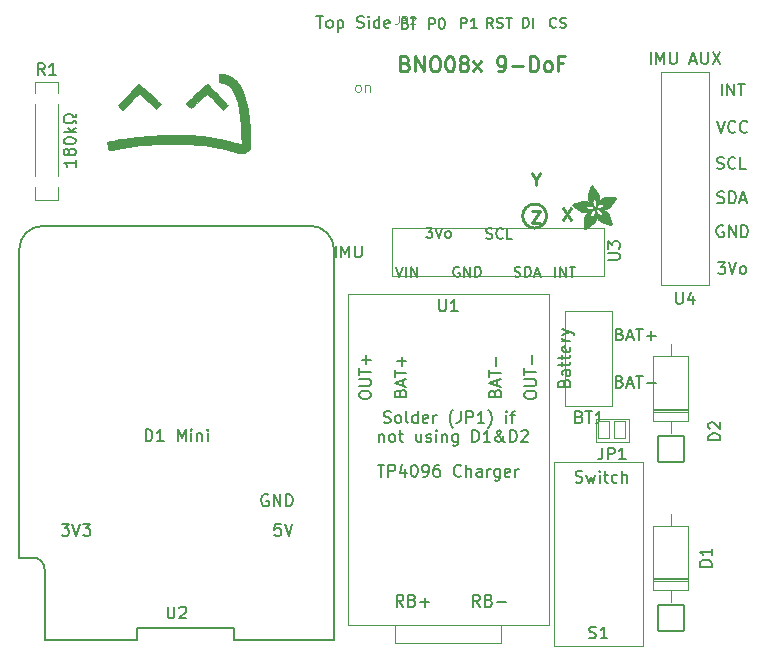
<source format=gto>
G04 #@! TF.GenerationSoftware,KiCad,Pcbnew,(6.0.10)*
G04 #@! TF.CreationDate,2023-01-25T16:02:22-05:00*
G04 #@! TF.ProjectId,SlimeVRMotherBoardV2,536c696d-6556-4524-9d6f-74686572426f,V1.2*
G04 #@! TF.SameCoordinates,Original*
G04 #@! TF.FileFunction,Legend,Top*
G04 #@! TF.FilePolarity,Positive*
%FSLAX46Y46*%
G04 Gerber Fmt 4.6, Leading zero omitted, Abs format (unit mm)*
G04 Created by KiCad (PCBNEW (6.0.10)) date 2023-01-25 16:02:22*
%MOMM*%
%LPD*%
G01*
G04 APERTURE LIST*
G04 Aperture macros list*
%AMRoundRect*
0 Rectangle with rounded corners*
0 $1 Rounding radius*
0 $2 $3 $4 $5 $6 $7 $8 $9 X,Y pos of 4 corners*
0 Add a 4 corners polygon primitive as box body*
4,1,4,$2,$3,$4,$5,$6,$7,$8,$9,$2,$3,0*
0 Add four circle primitives for the rounded corners*
1,1,$1+$1,$2,$3*
1,1,$1+$1,$4,$5*
1,1,$1+$1,$6,$7*
1,1,$1+$1,$8,$9*
0 Add four rect primitives between the rounded corners*
20,1,$1+$1,$2,$3,$4,$5,0*
20,1,$1+$1,$4,$5,$6,$7,0*
20,1,$1+$1,$6,$7,$8,$9,0*
20,1,$1+$1,$8,$9,$2,$3,0*%
G04 Aperture macros list end*
%ADD10C,0.254000*%
%ADD11C,0.150000*%
%ADD12C,0.142240*%
%ADD13C,0.121920*%
%ADD14C,0.220980*%
%ADD15C,0.119969*%
%ADD16C,0.120000*%
%ADD17C,0.010000*%
%ADD18C,1.900000*%
%ADD19C,2.100000*%
%ADD20RoundRect,0.050000X1.100000X-1.100000X1.100000X1.100000X-1.100000X1.100000X-1.100000X-1.100000X0*%
%ADD21O,2.300000X2.300000*%
%ADD22C,1.878000*%
%ADD23RoundRect,0.050000X-0.500000X-0.750000X0.500000X-0.750000X0.500000X0.750000X-0.500000X0.750000X0*%
%ADD24C,2.300000*%
%ADD25C,1.879600*%
G04 APERTURE END LIST*
D10*
X178314460Y-113405460D02*
G75*
G03*
X179330460Y-112389458I40J1015960D01*
G01*
X179330543Y-112389459D02*
G75*
G03*
X178314460Y-111373458I-998643J17359D01*
G01*
X178314460Y-111373460D02*
G75*
G03*
X177298460Y-112389458I40J-1016040D01*
G01*
X177298542Y-112389458D02*
G75*
G03*
X178314460Y-113405458I1015958J-42D01*
G01*
D11*
X161464761Y-115889019D02*
X161464761Y-114889019D01*
X161940952Y-115889019D02*
X161940952Y-114889019D01*
X162274285Y-115603305D01*
X162607619Y-114889019D01*
X162607619Y-115889019D01*
X163083809Y-114889019D02*
X163083809Y-115698543D01*
X163131428Y-115793781D01*
X163179047Y-115841400D01*
X163274285Y-115889019D01*
X163464761Y-115889019D01*
X163560000Y-115841400D01*
X163607619Y-115793781D01*
X163655238Y-115698543D01*
X163655238Y-114889019D01*
X165023809Y-133452380D02*
X165595238Y-133452380D01*
X165309523Y-134452380D02*
X165309523Y-133452380D01*
X165928571Y-134452380D02*
X165928571Y-133452380D01*
X166309523Y-133452380D01*
X166404761Y-133500000D01*
X166452380Y-133547619D01*
X166500000Y-133642857D01*
X166500000Y-133785714D01*
X166452380Y-133880952D01*
X166404761Y-133928571D01*
X166309523Y-133976190D01*
X165928571Y-133976190D01*
X167357142Y-133785714D02*
X167357142Y-134452380D01*
X167119047Y-133404761D02*
X166880952Y-134119047D01*
X167500000Y-134119047D01*
X168071428Y-133452380D02*
X168166666Y-133452380D01*
X168261904Y-133500000D01*
X168309523Y-133547619D01*
X168357142Y-133642857D01*
X168404761Y-133833333D01*
X168404761Y-134071428D01*
X168357142Y-134261904D01*
X168309523Y-134357142D01*
X168261904Y-134404761D01*
X168166666Y-134452380D01*
X168071428Y-134452380D01*
X167976190Y-134404761D01*
X167928571Y-134357142D01*
X167880952Y-134261904D01*
X167833333Y-134071428D01*
X167833333Y-133833333D01*
X167880952Y-133642857D01*
X167928571Y-133547619D01*
X167976190Y-133500000D01*
X168071428Y-133452380D01*
X168880952Y-134452380D02*
X169071428Y-134452380D01*
X169166666Y-134404761D01*
X169214285Y-134357142D01*
X169309523Y-134214285D01*
X169357142Y-134023809D01*
X169357142Y-133642857D01*
X169309523Y-133547619D01*
X169261904Y-133500000D01*
X169166666Y-133452380D01*
X168976190Y-133452380D01*
X168880952Y-133500000D01*
X168833333Y-133547619D01*
X168785714Y-133642857D01*
X168785714Y-133880952D01*
X168833333Y-133976190D01*
X168880952Y-134023809D01*
X168976190Y-134071428D01*
X169166666Y-134071428D01*
X169261904Y-134023809D01*
X169309523Y-133976190D01*
X169357142Y-133880952D01*
X170214285Y-133452380D02*
X170023809Y-133452380D01*
X169928571Y-133500000D01*
X169880952Y-133547619D01*
X169785714Y-133690476D01*
X169738095Y-133880952D01*
X169738095Y-134261904D01*
X169785714Y-134357142D01*
X169833333Y-134404761D01*
X169928571Y-134452380D01*
X170119047Y-134452380D01*
X170214285Y-134404761D01*
X170261904Y-134357142D01*
X170309523Y-134261904D01*
X170309523Y-134023809D01*
X170261904Y-133928571D01*
X170214285Y-133880952D01*
X170119047Y-133833333D01*
X169928571Y-133833333D01*
X169833333Y-133880952D01*
X169785714Y-133928571D01*
X169738095Y-134023809D01*
X172071428Y-134357142D02*
X172023809Y-134404761D01*
X171880952Y-134452380D01*
X171785714Y-134452380D01*
X171642857Y-134404761D01*
X171547619Y-134309523D01*
X171500000Y-134214285D01*
X171452380Y-134023809D01*
X171452380Y-133880952D01*
X171500000Y-133690476D01*
X171547619Y-133595238D01*
X171642857Y-133500000D01*
X171785714Y-133452380D01*
X171880952Y-133452380D01*
X172023809Y-133500000D01*
X172071428Y-133547619D01*
X172500000Y-134452380D02*
X172500000Y-133452380D01*
X172928571Y-134452380D02*
X172928571Y-133928571D01*
X172880952Y-133833333D01*
X172785714Y-133785714D01*
X172642857Y-133785714D01*
X172547619Y-133833333D01*
X172500000Y-133880952D01*
X173833333Y-134452380D02*
X173833333Y-133928571D01*
X173785714Y-133833333D01*
X173690476Y-133785714D01*
X173500000Y-133785714D01*
X173404761Y-133833333D01*
X173833333Y-134404761D02*
X173738095Y-134452380D01*
X173500000Y-134452380D01*
X173404761Y-134404761D01*
X173357142Y-134309523D01*
X173357142Y-134214285D01*
X173404761Y-134119047D01*
X173500000Y-134071428D01*
X173738095Y-134071428D01*
X173833333Y-134023809D01*
X174309523Y-134452380D02*
X174309523Y-133785714D01*
X174309523Y-133976190D02*
X174357142Y-133880952D01*
X174404761Y-133833333D01*
X174500000Y-133785714D01*
X174595238Y-133785714D01*
X175357142Y-133785714D02*
X175357142Y-134595238D01*
X175309523Y-134690476D01*
X175261904Y-134738095D01*
X175166666Y-134785714D01*
X175023809Y-134785714D01*
X174928571Y-134738095D01*
X175357142Y-134404761D02*
X175261904Y-134452380D01*
X175071428Y-134452380D01*
X174976190Y-134404761D01*
X174928571Y-134357142D01*
X174880952Y-134261904D01*
X174880952Y-133976190D01*
X174928571Y-133880952D01*
X174976190Y-133833333D01*
X175071428Y-133785714D01*
X175261904Y-133785714D01*
X175357142Y-133833333D01*
X176214285Y-134404761D02*
X176119047Y-134452380D01*
X175928571Y-134452380D01*
X175833333Y-134404761D01*
X175785714Y-134309523D01*
X175785714Y-133928571D01*
X175833333Y-133833333D01*
X175928571Y-133785714D01*
X176119047Y-133785714D01*
X176214285Y-133833333D01*
X176261904Y-133928571D01*
X176261904Y-134023809D01*
X175785714Y-134119047D01*
X176690476Y-134452380D02*
X176690476Y-133785714D01*
X176690476Y-133976190D02*
X176738095Y-133880952D01*
X176785714Y-133833333D01*
X176880952Y-133785714D01*
X176976190Y-133785714D01*
X156809523Y-138452380D02*
X156333333Y-138452380D01*
X156285714Y-138928571D01*
X156333333Y-138880952D01*
X156428571Y-138833333D01*
X156666666Y-138833333D01*
X156761904Y-138880952D01*
X156809523Y-138928571D01*
X156857142Y-139023809D01*
X156857142Y-139261904D01*
X156809523Y-139357142D01*
X156761904Y-139404761D01*
X156666666Y-139452380D01*
X156428571Y-139452380D01*
X156333333Y-139404761D01*
X156285714Y-139357142D01*
X157142857Y-138452380D02*
X157476190Y-139452380D01*
X157809523Y-138452380D01*
X155738095Y-136000000D02*
X155642857Y-135952380D01*
X155500000Y-135952380D01*
X155357142Y-136000000D01*
X155261904Y-136095238D01*
X155214285Y-136190476D01*
X155166666Y-136380952D01*
X155166666Y-136523809D01*
X155214285Y-136714285D01*
X155261904Y-136809523D01*
X155357142Y-136904761D01*
X155500000Y-136952380D01*
X155595238Y-136952380D01*
X155738095Y-136904761D01*
X155785714Y-136857142D01*
X155785714Y-136523809D01*
X155595238Y-136523809D01*
X156214285Y-136952380D02*
X156214285Y-135952380D01*
X156785714Y-136952380D01*
X156785714Y-135952380D01*
X157261904Y-136952380D02*
X157261904Y-135952380D01*
X157500000Y-135952380D01*
X157642857Y-136000000D01*
X157738095Y-136095238D01*
X157785714Y-136190476D01*
X157833333Y-136380952D01*
X157833333Y-136523809D01*
X157785714Y-136714285D01*
X157738095Y-136809523D01*
X157642857Y-136904761D01*
X157500000Y-136952380D01*
X157261904Y-136952380D01*
X181785714Y-134904761D02*
X181928571Y-134952380D01*
X182166666Y-134952380D01*
X182261904Y-134904761D01*
X182309523Y-134857142D01*
X182357142Y-134761904D01*
X182357142Y-134666666D01*
X182309523Y-134571428D01*
X182261904Y-134523809D01*
X182166666Y-134476190D01*
X181976190Y-134428571D01*
X181880952Y-134380952D01*
X181833333Y-134333333D01*
X181785714Y-134238095D01*
X181785714Y-134142857D01*
X181833333Y-134047619D01*
X181880952Y-134000000D01*
X181976190Y-133952380D01*
X182214285Y-133952380D01*
X182357142Y-134000000D01*
X182690476Y-134285714D02*
X182880952Y-134952380D01*
X183071428Y-134476190D01*
X183261904Y-134952380D01*
X183452380Y-134285714D01*
X183833333Y-134952380D02*
X183833333Y-134285714D01*
X183833333Y-133952380D02*
X183785714Y-134000000D01*
X183833333Y-134047619D01*
X183880952Y-134000000D01*
X183833333Y-133952380D01*
X183833333Y-134047619D01*
X184166666Y-134285714D02*
X184547619Y-134285714D01*
X184309523Y-133952380D02*
X184309523Y-134809523D01*
X184357142Y-134904761D01*
X184452380Y-134952380D01*
X184547619Y-134952380D01*
X185309523Y-134904761D02*
X185214285Y-134952380D01*
X185023809Y-134952380D01*
X184928571Y-134904761D01*
X184880952Y-134857142D01*
X184833333Y-134761904D01*
X184833333Y-134476190D01*
X184880952Y-134380952D01*
X184928571Y-134333333D01*
X185023809Y-134285714D01*
X185214285Y-134285714D01*
X185309523Y-134333333D01*
X185738095Y-134952380D02*
X185738095Y-133952380D01*
X186166666Y-134952380D02*
X186166666Y-134428571D01*
X186119047Y-134333333D01*
X186023809Y-134285714D01*
X185880952Y-134285714D01*
X185785714Y-134333333D01*
X185738095Y-134380952D01*
D12*
X180059915Y-117546230D02*
X180059915Y-116672470D01*
X180475991Y-117546230D02*
X180475991Y-116672470D01*
X180975282Y-117546230D01*
X180975282Y-116672470D01*
X181266536Y-116672470D02*
X181765827Y-116672470D01*
X181516181Y-117546230D02*
X181516181Y-116672470D01*
X176614465Y-117504622D02*
X176739288Y-117546230D01*
X176947326Y-117546230D01*
X177030541Y-117504622D01*
X177072149Y-117463015D01*
X177113757Y-117379799D01*
X177113757Y-117296584D01*
X177072149Y-117213369D01*
X177030541Y-117171761D01*
X176947326Y-117130154D01*
X176780896Y-117088546D01*
X176697680Y-117046938D01*
X176656073Y-117005331D01*
X176614465Y-116922116D01*
X176614465Y-116838900D01*
X176656073Y-116755685D01*
X176697680Y-116714078D01*
X176780896Y-116672470D01*
X176988934Y-116672470D01*
X177113757Y-116714078D01*
X177488225Y-117546230D02*
X177488225Y-116672470D01*
X177696263Y-116672470D01*
X177821086Y-116714078D01*
X177904301Y-116797293D01*
X177945909Y-116880508D01*
X177987517Y-117046938D01*
X177987517Y-117171761D01*
X177945909Y-117338192D01*
X177904301Y-117421407D01*
X177821086Y-117504622D01*
X177696263Y-117546230D01*
X177488225Y-117546230D01*
X178320378Y-117296584D02*
X178736454Y-117296584D01*
X178237162Y-117546230D02*
X178528416Y-116672470D01*
X178819669Y-117546230D01*
X172077541Y-96464230D02*
X172077541Y-95590470D01*
X172410402Y-95590470D01*
X172493618Y-95632078D01*
X172535225Y-95673685D01*
X172576833Y-95756900D01*
X172576833Y-95881723D01*
X172535225Y-95964938D01*
X172493618Y-96006546D01*
X172410402Y-96048154D01*
X172077541Y-96048154D01*
X173408985Y-96464230D02*
X172909694Y-96464230D01*
X173159340Y-96464230D02*
X173159340Y-95590470D01*
X173076124Y-95715293D01*
X172992909Y-95798508D01*
X172909694Y-95840116D01*
X169385141Y-96515030D02*
X169385141Y-95641270D01*
X169718002Y-95641270D01*
X169801218Y-95682878D01*
X169842825Y-95724485D01*
X169884433Y-95807700D01*
X169884433Y-95932523D01*
X169842825Y-96015738D01*
X169801218Y-96057346D01*
X169718002Y-96098954D01*
X169385141Y-96098954D01*
X170425332Y-95641270D02*
X170508547Y-95641270D01*
X170591762Y-95682878D01*
X170633370Y-95724485D01*
X170674978Y-95807700D01*
X170716585Y-95974131D01*
X170716585Y-96182169D01*
X170674978Y-96348599D01*
X170633370Y-96431815D01*
X170591762Y-96473422D01*
X170508547Y-96515030D01*
X170425332Y-96515030D01*
X170342117Y-96473422D01*
X170300509Y-96431815D01*
X170258901Y-96348599D01*
X170217294Y-96182169D01*
X170217294Y-95974131D01*
X170258901Y-95807700D01*
X170300509Y-95724485D01*
X170342117Y-95682878D01*
X170425332Y-95641270D01*
D10*
X178108702Y-111958077D02*
X178786036Y-111958077D01*
X178108702Y-112974077D01*
X178786036Y-112974077D01*
D11*
X145380952Y-131452380D02*
X145380952Y-130452380D01*
X145619047Y-130452380D01*
X145761904Y-130500000D01*
X145857142Y-130595238D01*
X145904761Y-130690476D01*
X145952380Y-130880952D01*
X145952380Y-131023809D01*
X145904761Y-131214285D01*
X145857142Y-131309523D01*
X145761904Y-131404761D01*
X145619047Y-131452380D01*
X145380952Y-131452380D01*
X146904761Y-131452380D02*
X146333333Y-131452380D01*
X146619047Y-131452380D02*
X146619047Y-130452380D01*
X146523809Y-130595238D01*
X146428571Y-130690476D01*
X146333333Y-130738095D01*
X148095238Y-131452380D02*
X148095238Y-130452380D01*
X148428571Y-131166666D01*
X148761904Y-130452380D01*
X148761904Y-131452380D01*
X149238095Y-131452380D02*
X149238095Y-130785714D01*
X149238095Y-130452380D02*
X149190476Y-130500000D01*
X149238095Y-130547619D01*
X149285714Y-130500000D01*
X149238095Y-130452380D01*
X149238095Y-130547619D01*
X149714285Y-130785714D02*
X149714285Y-131452380D01*
X149714285Y-130880952D02*
X149761904Y-130833333D01*
X149857142Y-130785714D01*
X150000000Y-130785714D01*
X150095238Y-130833333D01*
X150142857Y-130928571D01*
X150142857Y-131452380D01*
X150619047Y-131452380D02*
X150619047Y-130785714D01*
X150619047Y-130452380D02*
X150571428Y-130500000D01*
X150619047Y-130547619D01*
X150666666Y-130500000D01*
X150619047Y-130452380D01*
X150619047Y-130547619D01*
D12*
X174222269Y-114266122D02*
X174347092Y-114307730D01*
X174555130Y-114307730D01*
X174638345Y-114266122D01*
X174679953Y-114224515D01*
X174721560Y-114141299D01*
X174721560Y-114058084D01*
X174679953Y-113974869D01*
X174638345Y-113933261D01*
X174555130Y-113891654D01*
X174388700Y-113850046D01*
X174305484Y-113808438D01*
X174263877Y-113766831D01*
X174222269Y-113683616D01*
X174222269Y-113600400D01*
X174263877Y-113517185D01*
X174305484Y-113475578D01*
X174388700Y-113433970D01*
X174596738Y-113433970D01*
X174721560Y-113475578D01*
X175595320Y-114224515D02*
X175553713Y-114266122D01*
X175428890Y-114307730D01*
X175345675Y-114307730D01*
X175220852Y-114266122D01*
X175137637Y-114182907D01*
X175096029Y-114099692D01*
X175054421Y-113933261D01*
X175054421Y-113808438D01*
X175096029Y-113642008D01*
X175137637Y-113558793D01*
X175220852Y-113475578D01*
X175345675Y-113433970D01*
X175428890Y-113433970D01*
X175553713Y-113475578D01*
X175595320Y-113517185D01*
X176385865Y-114307730D02*
X175969789Y-114307730D01*
X175969789Y-113433970D01*
X167346610Y-96057346D02*
X167471433Y-96098954D01*
X167513040Y-96140561D01*
X167554648Y-96223777D01*
X167554648Y-96348599D01*
X167513040Y-96431815D01*
X167471433Y-96473422D01*
X167388218Y-96515030D01*
X167055357Y-96515030D01*
X167055357Y-95641270D01*
X167346610Y-95641270D01*
X167429825Y-95682878D01*
X167471433Y-95724485D01*
X167513040Y-95807700D01*
X167513040Y-95890916D01*
X167471433Y-95974131D01*
X167429825Y-96015738D01*
X167346610Y-96057346D01*
X167055357Y-96057346D01*
X167804294Y-95641270D02*
X168303585Y-95641270D01*
X168053940Y-96515030D02*
X168053940Y-95641270D01*
D10*
X178398988Y-109315267D02*
X178398988Y-109799077D01*
X178060321Y-108783077D02*
X178398988Y-109315267D01*
X178737655Y-108783077D01*
D12*
X166558484Y-116672470D02*
X166849738Y-117546230D01*
X167140991Y-116672470D01*
X167432244Y-117546230D02*
X167432244Y-116672470D01*
X167848320Y-117546230D02*
X167848320Y-116672470D01*
X168347612Y-117546230D01*
X168347612Y-116672470D01*
D11*
X165539419Y-129864419D02*
X165682276Y-129912038D01*
X165920372Y-129912038D01*
X166015610Y-129864419D01*
X166063229Y-129816800D01*
X166110848Y-129721562D01*
X166110848Y-129626324D01*
X166063229Y-129531086D01*
X166015610Y-129483467D01*
X165920372Y-129435848D01*
X165729895Y-129388229D01*
X165634657Y-129340610D01*
X165587038Y-129292991D01*
X165539419Y-129197753D01*
X165539419Y-129102515D01*
X165587038Y-129007277D01*
X165634657Y-128959658D01*
X165729895Y-128912038D01*
X165967991Y-128912038D01*
X166110848Y-128959658D01*
X166682276Y-129912038D02*
X166587038Y-129864419D01*
X166539419Y-129816800D01*
X166491800Y-129721562D01*
X166491800Y-129435848D01*
X166539419Y-129340610D01*
X166587038Y-129292991D01*
X166682276Y-129245372D01*
X166825133Y-129245372D01*
X166920372Y-129292991D01*
X166967991Y-129340610D01*
X167015610Y-129435848D01*
X167015610Y-129721562D01*
X166967991Y-129816800D01*
X166920372Y-129864419D01*
X166825133Y-129912038D01*
X166682276Y-129912038D01*
X167587038Y-129912038D02*
X167491800Y-129864419D01*
X167444181Y-129769181D01*
X167444181Y-128912038D01*
X168396562Y-129912038D02*
X168396562Y-128912038D01*
X168396562Y-129864419D02*
X168301324Y-129912038D01*
X168110848Y-129912038D01*
X168015610Y-129864419D01*
X167967991Y-129816800D01*
X167920372Y-129721562D01*
X167920372Y-129435848D01*
X167967991Y-129340610D01*
X168015610Y-129292991D01*
X168110848Y-129245372D01*
X168301324Y-129245372D01*
X168396562Y-129292991D01*
X169253705Y-129864419D02*
X169158467Y-129912038D01*
X168967991Y-129912038D01*
X168872752Y-129864419D01*
X168825133Y-129769181D01*
X168825133Y-129388229D01*
X168872752Y-129292991D01*
X168967991Y-129245372D01*
X169158467Y-129245372D01*
X169253705Y-129292991D01*
X169301324Y-129388229D01*
X169301324Y-129483467D01*
X168825133Y-129578705D01*
X169729895Y-129912038D02*
X169729895Y-129245372D01*
X169729895Y-129435848D02*
X169777514Y-129340610D01*
X169825133Y-129292991D01*
X169920372Y-129245372D01*
X170015610Y-129245372D01*
X171396562Y-130292991D02*
X171348943Y-130245372D01*
X171253705Y-130102515D01*
X171206086Y-130007277D01*
X171158467Y-129864419D01*
X171110848Y-129626324D01*
X171110848Y-129435848D01*
X171158467Y-129197753D01*
X171206086Y-129054896D01*
X171253705Y-128959658D01*
X171348943Y-128816800D01*
X171396562Y-128769181D01*
X172063229Y-128912038D02*
X172063229Y-129626324D01*
X172015610Y-129769181D01*
X171920372Y-129864419D01*
X171777514Y-129912038D01*
X171682276Y-129912038D01*
X172539419Y-129912038D02*
X172539419Y-128912038D01*
X172920372Y-128912038D01*
X173015610Y-128959658D01*
X173063229Y-129007277D01*
X173110848Y-129102515D01*
X173110848Y-129245372D01*
X173063229Y-129340610D01*
X173015610Y-129388229D01*
X172920372Y-129435848D01*
X172539419Y-129435848D01*
X174063229Y-129912038D02*
X173491800Y-129912038D01*
X173777514Y-129912038D02*
X173777514Y-128912038D01*
X173682276Y-129054896D01*
X173587038Y-129150134D01*
X173491800Y-129197753D01*
X174396562Y-130292991D02*
X174444181Y-130245372D01*
X174539419Y-130102515D01*
X174587038Y-130007277D01*
X174634657Y-129864419D01*
X174682276Y-129626324D01*
X174682276Y-129435848D01*
X174634657Y-129197753D01*
X174587038Y-129054896D01*
X174539419Y-128959658D01*
X174444181Y-128816800D01*
X174396562Y-128769181D01*
X175920372Y-129912038D02*
X175920372Y-129245372D01*
X175920372Y-128912038D02*
X175872752Y-128959658D01*
X175920372Y-129007277D01*
X175967991Y-128959658D01*
X175920372Y-128912038D01*
X175920372Y-129007277D01*
X176253705Y-129245372D02*
X176634657Y-129245372D01*
X176396562Y-129912038D02*
X176396562Y-129054896D01*
X176444181Y-128959658D01*
X176539419Y-128912038D01*
X176634657Y-128912038D01*
X165134657Y-130855372D02*
X165134657Y-131522038D01*
X165134657Y-130950610D02*
X165182276Y-130902991D01*
X165277514Y-130855372D01*
X165420372Y-130855372D01*
X165515610Y-130902991D01*
X165563229Y-130998229D01*
X165563229Y-131522038D01*
X166182276Y-131522038D02*
X166087038Y-131474419D01*
X166039419Y-131426800D01*
X165991800Y-131331562D01*
X165991800Y-131045848D01*
X166039419Y-130950610D01*
X166087038Y-130902991D01*
X166182276Y-130855372D01*
X166325133Y-130855372D01*
X166420372Y-130902991D01*
X166467991Y-130950610D01*
X166515610Y-131045848D01*
X166515610Y-131331562D01*
X166467991Y-131426800D01*
X166420372Y-131474419D01*
X166325133Y-131522038D01*
X166182276Y-131522038D01*
X166801324Y-130855372D02*
X167182276Y-130855372D01*
X166944181Y-130522038D02*
X166944181Y-131379181D01*
X166991800Y-131474419D01*
X167087038Y-131522038D01*
X167182276Y-131522038D01*
X168706086Y-130855372D02*
X168706086Y-131522038D01*
X168277514Y-130855372D02*
X168277514Y-131379181D01*
X168325133Y-131474419D01*
X168420372Y-131522038D01*
X168563229Y-131522038D01*
X168658467Y-131474419D01*
X168706086Y-131426800D01*
X169134657Y-131474419D02*
X169229895Y-131522038D01*
X169420372Y-131522038D01*
X169515610Y-131474419D01*
X169563229Y-131379181D01*
X169563229Y-131331562D01*
X169515610Y-131236324D01*
X169420372Y-131188705D01*
X169277514Y-131188705D01*
X169182276Y-131141086D01*
X169134657Y-131045848D01*
X169134657Y-130998229D01*
X169182276Y-130902991D01*
X169277514Y-130855372D01*
X169420372Y-130855372D01*
X169515610Y-130902991D01*
X169991800Y-131522038D02*
X169991800Y-130855372D01*
X169991800Y-130522038D02*
X169944181Y-130569658D01*
X169991800Y-130617277D01*
X170039419Y-130569658D01*
X169991800Y-130522038D01*
X169991800Y-130617277D01*
X170467991Y-130855372D02*
X170467991Y-131522038D01*
X170467991Y-130950610D02*
X170515610Y-130902991D01*
X170610848Y-130855372D01*
X170753705Y-130855372D01*
X170848943Y-130902991D01*
X170896562Y-130998229D01*
X170896562Y-131522038D01*
X171801324Y-130855372D02*
X171801324Y-131664896D01*
X171753705Y-131760134D01*
X171706086Y-131807753D01*
X171610848Y-131855372D01*
X171467991Y-131855372D01*
X171372752Y-131807753D01*
X171801324Y-131474419D02*
X171706086Y-131522038D01*
X171515610Y-131522038D01*
X171420372Y-131474419D01*
X171372752Y-131426800D01*
X171325133Y-131331562D01*
X171325133Y-131045848D01*
X171372752Y-130950610D01*
X171420372Y-130902991D01*
X171515610Y-130855372D01*
X171706086Y-130855372D01*
X171801324Y-130902991D01*
X173039419Y-131522038D02*
X173039419Y-130522038D01*
X173277514Y-130522038D01*
X173420372Y-130569658D01*
X173515610Y-130664896D01*
X173563229Y-130760134D01*
X173610848Y-130950610D01*
X173610848Y-131093467D01*
X173563229Y-131283943D01*
X173515610Y-131379181D01*
X173420372Y-131474419D01*
X173277514Y-131522038D01*
X173039419Y-131522038D01*
X174563229Y-131522038D02*
X173991800Y-131522038D01*
X174277514Y-131522038D02*
X174277514Y-130522038D01*
X174182276Y-130664896D01*
X174087038Y-130760134D01*
X173991800Y-130807753D01*
X175801324Y-131522038D02*
X175753705Y-131522038D01*
X175658467Y-131474419D01*
X175515610Y-131331562D01*
X175277514Y-131045848D01*
X175182276Y-130902991D01*
X175134657Y-130760134D01*
X175134657Y-130664896D01*
X175182276Y-130569658D01*
X175277514Y-130522038D01*
X175325133Y-130522038D01*
X175420372Y-130569658D01*
X175467991Y-130664896D01*
X175467991Y-130712515D01*
X175420372Y-130807753D01*
X175372752Y-130855372D01*
X175087038Y-131045848D01*
X175039419Y-131093467D01*
X174991800Y-131188705D01*
X174991800Y-131331562D01*
X175039419Y-131426800D01*
X175087038Y-131474419D01*
X175182276Y-131522038D01*
X175325133Y-131522038D01*
X175420372Y-131474419D01*
X175467991Y-131426800D01*
X175610848Y-131236324D01*
X175658467Y-131093467D01*
X175658467Y-130998229D01*
X176229895Y-131522038D02*
X176229895Y-130522038D01*
X176467991Y-130522038D01*
X176610848Y-130569658D01*
X176706086Y-130664896D01*
X176753705Y-130760134D01*
X176801324Y-130950610D01*
X176801324Y-131093467D01*
X176753705Y-131283943D01*
X176706086Y-131379181D01*
X176610848Y-131474419D01*
X176467991Y-131522038D01*
X176229895Y-131522038D01*
X177182276Y-130617277D02*
X177229895Y-130569658D01*
X177325133Y-130522038D01*
X177563229Y-130522038D01*
X177658467Y-130569658D01*
X177706086Y-130617277D01*
X177753705Y-130712515D01*
X177753705Y-130807753D01*
X177706086Y-130950610D01*
X177134657Y-131522038D01*
X177753705Y-131522038D01*
D12*
X180133333Y-96381015D02*
X180091725Y-96422622D01*
X179966902Y-96464230D01*
X179883687Y-96464230D01*
X179758864Y-96422622D01*
X179675649Y-96339407D01*
X179634041Y-96256192D01*
X179592434Y-96089761D01*
X179592434Y-95964938D01*
X179634041Y-95798508D01*
X179675649Y-95715293D01*
X179758864Y-95632078D01*
X179883687Y-95590470D01*
X179966902Y-95590470D01*
X180091725Y-95632078D01*
X180133333Y-95673685D01*
X180466194Y-96422622D02*
X180591017Y-96464230D01*
X180799055Y-96464230D01*
X180882270Y-96422622D01*
X180923878Y-96381015D01*
X180965485Y-96297799D01*
X180965485Y-96214584D01*
X180923878Y-96131369D01*
X180882270Y-96089761D01*
X180799055Y-96048154D01*
X180632624Y-96006546D01*
X180549409Y-95964938D01*
X180507801Y-95923331D01*
X180466194Y-95840116D01*
X180466194Y-95756900D01*
X180507801Y-95673685D01*
X180549409Y-95632078D01*
X180632624Y-95590470D01*
X180840662Y-95590470D01*
X180965485Y-95632078D01*
X174783972Y-96464230D02*
X174492719Y-96048154D01*
X174284680Y-96464230D02*
X174284680Y-95590470D01*
X174617541Y-95590470D01*
X174700757Y-95632078D01*
X174742364Y-95673685D01*
X174783972Y-95756900D01*
X174783972Y-95881723D01*
X174742364Y-95964938D01*
X174700757Y-96006546D01*
X174617541Y-96048154D01*
X174284680Y-96048154D01*
X175116833Y-96422622D02*
X175241656Y-96464230D01*
X175449694Y-96464230D01*
X175532909Y-96422622D01*
X175574517Y-96381015D01*
X175616124Y-96297799D01*
X175616124Y-96214584D01*
X175574517Y-96131369D01*
X175532909Y-96089761D01*
X175449694Y-96048154D01*
X175283263Y-96006546D01*
X175200048Y-95964938D01*
X175158440Y-95923331D01*
X175116833Y-95840116D01*
X175116833Y-95756900D01*
X175158440Y-95673685D01*
X175200048Y-95632078D01*
X175283263Y-95590470D01*
X175491301Y-95590470D01*
X175616124Y-95632078D01*
X175865770Y-95590470D02*
X176365061Y-95590470D01*
X176115416Y-96464230D02*
X176115416Y-95590470D01*
X177302080Y-96464230D02*
X177302080Y-95590470D01*
X177510118Y-95590470D01*
X177634940Y-95632078D01*
X177718156Y-95715293D01*
X177759763Y-95798508D01*
X177801371Y-95964938D01*
X177801371Y-96089761D01*
X177759763Y-96256192D01*
X177718156Y-96339407D01*
X177634940Y-96422622D01*
X177510118Y-96464230D01*
X177302080Y-96464230D01*
X178175840Y-96464230D02*
X178175840Y-95590470D01*
D11*
X180808571Y-126531428D02*
X180856190Y-126388571D01*
X180903809Y-126340952D01*
X180999047Y-126293333D01*
X181141904Y-126293333D01*
X181237142Y-126340952D01*
X181284761Y-126388571D01*
X181332380Y-126483809D01*
X181332380Y-126864761D01*
X180332380Y-126864761D01*
X180332380Y-126531428D01*
X180380000Y-126436190D01*
X180427619Y-126388571D01*
X180522857Y-126340952D01*
X180618095Y-126340952D01*
X180713333Y-126388571D01*
X180760952Y-126436190D01*
X180808571Y-126531428D01*
X180808571Y-126864761D01*
X181332380Y-125436190D02*
X180808571Y-125436190D01*
X180713333Y-125483809D01*
X180665714Y-125579047D01*
X180665714Y-125769523D01*
X180713333Y-125864761D01*
X181284761Y-125436190D02*
X181332380Y-125531428D01*
X181332380Y-125769523D01*
X181284761Y-125864761D01*
X181189523Y-125912380D01*
X181094285Y-125912380D01*
X180999047Y-125864761D01*
X180951428Y-125769523D01*
X180951428Y-125531428D01*
X180903809Y-125436190D01*
X180665714Y-125102857D02*
X180665714Y-124721904D01*
X180332380Y-124960000D02*
X181189523Y-124960000D01*
X181284761Y-124912380D01*
X181332380Y-124817142D01*
X181332380Y-124721904D01*
X180665714Y-124531428D02*
X180665714Y-124150476D01*
X180332380Y-124388571D02*
X181189523Y-124388571D01*
X181284761Y-124340952D01*
X181332380Y-124245714D01*
X181332380Y-124150476D01*
X181284761Y-123436190D02*
X181332380Y-123531428D01*
X181332380Y-123721904D01*
X181284761Y-123817142D01*
X181189523Y-123864761D01*
X180808571Y-123864761D01*
X180713333Y-123817142D01*
X180665714Y-123721904D01*
X180665714Y-123531428D01*
X180713333Y-123436190D01*
X180808571Y-123388571D01*
X180903809Y-123388571D01*
X180999047Y-123864761D01*
X181332380Y-122960000D02*
X180665714Y-122960000D01*
X180856190Y-122960000D02*
X180760952Y-122912380D01*
X180713333Y-122864761D01*
X180665714Y-122769523D01*
X180665714Y-122674285D01*
X180665714Y-122436190D02*
X181332380Y-122198095D01*
X180665714Y-121960000D02*
X181332380Y-122198095D01*
X181570476Y-122293333D01*
X181618095Y-122340952D01*
X181665714Y-122436190D01*
D12*
X171929738Y-116714078D02*
X171846522Y-116672470D01*
X171721700Y-116672470D01*
X171596877Y-116714078D01*
X171513661Y-116797293D01*
X171472054Y-116880508D01*
X171430446Y-117046938D01*
X171430446Y-117171761D01*
X171472054Y-117338192D01*
X171513661Y-117421407D01*
X171596877Y-117504622D01*
X171721700Y-117546230D01*
X171804915Y-117546230D01*
X171929738Y-117504622D01*
X171971345Y-117463015D01*
X171971345Y-117171761D01*
X171804915Y-117171761D01*
X172345814Y-117546230D02*
X172345814Y-116672470D01*
X172845105Y-117546230D01*
X172845105Y-116672470D01*
X173261181Y-117546230D02*
X173261181Y-116672470D01*
X173469220Y-116672470D01*
X173594042Y-116714078D01*
X173677258Y-116797293D01*
X173718865Y-116880508D01*
X173760473Y-117046938D01*
X173760473Y-117171761D01*
X173718865Y-117338192D01*
X173677258Y-117421407D01*
X173594042Y-117504622D01*
X173469220Y-117546230D01*
X173261181Y-117546230D01*
D11*
X188135238Y-99512380D02*
X188135238Y-98512380D01*
X188611428Y-99512380D02*
X188611428Y-98512380D01*
X188944761Y-99226666D01*
X189278095Y-98512380D01*
X189278095Y-99512380D01*
X189754285Y-98512380D02*
X189754285Y-99321904D01*
X189801904Y-99417142D01*
X189849523Y-99464761D01*
X189944761Y-99512380D01*
X190135238Y-99512380D01*
X190230476Y-99464761D01*
X190278095Y-99417142D01*
X190325714Y-99321904D01*
X190325714Y-98512380D01*
X191516190Y-99226666D02*
X191992380Y-99226666D01*
X191420952Y-99512380D02*
X191754285Y-98512380D01*
X192087619Y-99512380D01*
X192420952Y-98512380D02*
X192420952Y-99321904D01*
X192468571Y-99417142D01*
X192516190Y-99464761D01*
X192611428Y-99512380D01*
X192801904Y-99512380D01*
X192897142Y-99464761D01*
X192944761Y-99417142D01*
X192992380Y-99321904D01*
X192992380Y-98512380D01*
X193373333Y-98512380D02*
X194040000Y-99512380D01*
X194040000Y-98512380D02*
X193373333Y-99512380D01*
D12*
X169121465Y-113370470D02*
X169662364Y-113370470D01*
X169371111Y-113703331D01*
X169495934Y-113703331D01*
X169579149Y-113744938D01*
X169620757Y-113786546D01*
X169662364Y-113869761D01*
X169662364Y-114077799D01*
X169620757Y-114161015D01*
X169579149Y-114202622D01*
X169495934Y-114244230D01*
X169246288Y-114244230D01*
X169163073Y-114202622D01*
X169121465Y-114161015D01*
X169912010Y-113370470D02*
X170203263Y-114244230D01*
X170494517Y-113370470D01*
X170910593Y-114244230D02*
X170827378Y-114202622D01*
X170785770Y-114161015D01*
X170744162Y-114077799D01*
X170744162Y-113828154D01*
X170785770Y-113744938D01*
X170827378Y-113703331D01*
X170910593Y-113661723D01*
X171035416Y-113661723D01*
X171118631Y-113703331D01*
X171160239Y-113744938D01*
X171201846Y-113828154D01*
X171201846Y-114077799D01*
X171160239Y-114161015D01*
X171118631Y-114202622D01*
X171035416Y-114244230D01*
X170910593Y-114244230D01*
D11*
X159833333Y-95452380D02*
X160404761Y-95452380D01*
X160119047Y-96452380D02*
X160119047Y-95452380D01*
X160880952Y-96452380D02*
X160785714Y-96404761D01*
X160738095Y-96357142D01*
X160690476Y-96261904D01*
X160690476Y-95976190D01*
X160738095Y-95880952D01*
X160785714Y-95833333D01*
X160880952Y-95785714D01*
X161023809Y-95785714D01*
X161119047Y-95833333D01*
X161166666Y-95880952D01*
X161214285Y-95976190D01*
X161214285Y-96261904D01*
X161166666Y-96357142D01*
X161119047Y-96404761D01*
X161023809Y-96452380D01*
X160880952Y-96452380D01*
X161642857Y-95785714D02*
X161642857Y-96785714D01*
X161642857Y-95833333D02*
X161738095Y-95785714D01*
X161928571Y-95785714D01*
X162023809Y-95833333D01*
X162071428Y-95880952D01*
X162119047Y-95976190D01*
X162119047Y-96261904D01*
X162071428Y-96357142D01*
X162023809Y-96404761D01*
X161928571Y-96452380D01*
X161738095Y-96452380D01*
X161642857Y-96404761D01*
X163261904Y-96404761D02*
X163404761Y-96452380D01*
X163642857Y-96452380D01*
X163738095Y-96404761D01*
X163785714Y-96357142D01*
X163833333Y-96261904D01*
X163833333Y-96166666D01*
X163785714Y-96071428D01*
X163738095Y-96023809D01*
X163642857Y-95976190D01*
X163452380Y-95928571D01*
X163357142Y-95880952D01*
X163309523Y-95833333D01*
X163261904Y-95738095D01*
X163261904Y-95642857D01*
X163309523Y-95547619D01*
X163357142Y-95500000D01*
X163452380Y-95452380D01*
X163690476Y-95452380D01*
X163833333Y-95500000D01*
X164261904Y-96452380D02*
X164261904Y-95785714D01*
X164261904Y-95452380D02*
X164214285Y-95500000D01*
X164261904Y-95547619D01*
X164309523Y-95500000D01*
X164261904Y-95452380D01*
X164261904Y-95547619D01*
X165166666Y-96452380D02*
X165166666Y-95452380D01*
X165166666Y-96404761D02*
X165071428Y-96452380D01*
X164880952Y-96452380D01*
X164785714Y-96404761D01*
X164738095Y-96357142D01*
X164690476Y-96261904D01*
X164690476Y-95976190D01*
X164738095Y-95880952D01*
X164785714Y-95833333D01*
X164880952Y-95785714D01*
X165071428Y-95785714D01*
X165166666Y-95833333D01*
X166023809Y-96404761D02*
X165928571Y-96452380D01*
X165738095Y-96452380D01*
X165642857Y-96404761D01*
X165595238Y-96309523D01*
X165595238Y-95928571D01*
X165642857Y-95833333D01*
X165738095Y-95785714D01*
X165928571Y-95785714D01*
X166023809Y-95833333D01*
X166071428Y-95928571D01*
X166071428Y-96023809D01*
X165595238Y-96119047D01*
D13*
X163299809Y-101868382D02*
X163214659Y-101825807D01*
X163172084Y-101783232D01*
X163129508Y-101698081D01*
X163129508Y-101442630D01*
X163172084Y-101357479D01*
X163214659Y-101314904D01*
X163299809Y-101272329D01*
X163427535Y-101272329D01*
X163512686Y-101314904D01*
X163555261Y-101357479D01*
X163597836Y-101442630D01*
X163597836Y-101698081D01*
X163555261Y-101783232D01*
X163512686Y-101825807D01*
X163427535Y-101868382D01*
X163299809Y-101868382D01*
X163981013Y-101272329D02*
X163981013Y-101868382D01*
X163981013Y-101357479D02*
X164023588Y-101314904D01*
X164108739Y-101272329D01*
X164236465Y-101272329D01*
X164321615Y-101314904D01*
X164364190Y-101400055D01*
X164364190Y-101868382D01*
D10*
X180755883Y-111706077D02*
X181433217Y-112722077D01*
X181433217Y-111706077D02*
X180755883Y-112722077D01*
D14*
X167365841Y-99472013D02*
X167544730Y-99531643D01*
X167604360Y-99591272D01*
X167663989Y-99710531D01*
X167663989Y-99889420D01*
X167604360Y-100008679D01*
X167544730Y-100068308D01*
X167425471Y-100127938D01*
X166948435Y-100127938D01*
X166948435Y-98875718D01*
X167365841Y-98875718D01*
X167485100Y-98935348D01*
X167544730Y-98994977D01*
X167604360Y-99114236D01*
X167604360Y-99233495D01*
X167544730Y-99352754D01*
X167485100Y-99412384D01*
X167365841Y-99472013D01*
X166948435Y-99472013D01*
X168200655Y-100127938D02*
X168200655Y-98875718D01*
X168916209Y-100127938D01*
X168916209Y-98875718D01*
X169751022Y-98875718D02*
X169989540Y-98875718D01*
X170108800Y-98935348D01*
X170228059Y-99054607D01*
X170287688Y-99293125D01*
X170287688Y-99710531D01*
X170228059Y-99949049D01*
X170108800Y-100068308D01*
X169989540Y-100127938D01*
X169751022Y-100127938D01*
X169631763Y-100068308D01*
X169512504Y-99949049D01*
X169452875Y-99710531D01*
X169452875Y-99293125D01*
X169512504Y-99054607D01*
X169631763Y-98935348D01*
X169751022Y-98875718D01*
X171062872Y-98875718D02*
X171182131Y-98875718D01*
X171301390Y-98935348D01*
X171361020Y-98994977D01*
X171420649Y-99114236D01*
X171480279Y-99352754D01*
X171480279Y-99650902D01*
X171420649Y-99889420D01*
X171361020Y-100008679D01*
X171301390Y-100068308D01*
X171182131Y-100127938D01*
X171062872Y-100127938D01*
X170943613Y-100068308D01*
X170883983Y-100008679D01*
X170824354Y-99889420D01*
X170764724Y-99650902D01*
X170764724Y-99352754D01*
X170824354Y-99114236D01*
X170883983Y-98994977D01*
X170943613Y-98935348D01*
X171062872Y-98875718D01*
X172195833Y-99412384D02*
X172076574Y-99352754D01*
X172016944Y-99293125D01*
X171957315Y-99173866D01*
X171957315Y-99114236D01*
X172016944Y-98994977D01*
X172076574Y-98935348D01*
X172195833Y-98875718D01*
X172434351Y-98875718D01*
X172553610Y-98935348D01*
X172613240Y-98994977D01*
X172672869Y-99114236D01*
X172672869Y-99173866D01*
X172613240Y-99293125D01*
X172553610Y-99352754D01*
X172434351Y-99412384D01*
X172195833Y-99412384D01*
X172076574Y-99472013D01*
X172016944Y-99531643D01*
X171957315Y-99650902D01*
X171957315Y-99889420D01*
X172016944Y-100008679D01*
X172076574Y-100068308D01*
X172195833Y-100127938D01*
X172434351Y-100127938D01*
X172553610Y-100068308D01*
X172613240Y-100008679D01*
X172672869Y-99889420D01*
X172672869Y-99650902D01*
X172613240Y-99531643D01*
X172553610Y-99472013D01*
X172434351Y-99412384D01*
X173090276Y-100127938D02*
X173746200Y-99293125D01*
X173090276Y-99293125D02*
X173746200Y-100127938D01*
X175236939Y-100127938D02*
X175475457Y-100127938D01*
X175594716Y-100068308D01*
X175654345Y-100008679D01*
X175773604Y-99829790D01*
X175833234Y-99591272D01*
X175833234Y-99114236D01*
X175773604Y-98994977D01*
X175713975Y-98935348D01*
X175594716Y-98875718D01*
X175356198Y-98875718D01*
X175236939Y-98935348D01*
X175177309Y-98994977D01*
X175117680Y-99114236D01*
X175117680Y-99412384D01*
X175177309Y-99531643D01*
X175236939Y-99591272D01*
X175356198Y-99650902D01*
X175594716Y-99650902D01*
X175713975Y-99591272D01*
X175773604Y-99531643D01*
X175833234Y-99412384D01*
X176369900Y-99650902D02*
X177323972Y-99650902D01*
X177920267Y-100127938D02*
X177920267Y-98875718D01*
X178218415Y-98875718D01*
X178397303Y-98935348D01*
X178516562Y-99054607D01*
X178576192Y-99173866D01*
X178635821Y-99412384D01*
X178635821Y-99591272D01*
X178576192Y-99829790D01*
X178516562Y-99949049D01*
X178397303Y-100068308D01*
X178218415Y-100127938D01*
X177920267Y-100127938D01*
X179351376Y-100127938D02*
X179232117Y-100068308D01*
X179172487Y-100008679D01*
X179112858Y-99889420D01*
X179112858Y-99531643D01*
X179172487Y-99412384D01*
X179232117Y-99352754D01*
X179351376Y-99293125D01*
X179530264Y-99293125D01*
X179649523Y-99352754D01*
X179709153Y-99412384D01*
X179768782Y-99531643D01*
X179768782Y-99889420D01*
X179709153Y-100008679D01*
X179649523Y-100068308D01*
X179530264Y-100127938D01*
X179351376Y-100127938D01*
X180722855Y-99472013D02*
X180305448Y-99472013D01*
X180305448Y-100127938D02*
X180305448Y-98875718D01*
X180901743Y-98875718D01*
D11*
X138261904Y-138452380D02*
X138880952Y-138452380D01*
X138547619Y-138833333D01*
X138690476Y-138833333D01*
X138785714Y-138880952D01*
X138833333Y-138928571D01*
X138880952Y-139023809D01*
X138880952Y-139261904D01*
X138833333Y-139357142D01*
X138785714Y-139404761D01*
X138690476Y-139452380D01*
X138404761Y-139452380D01*
X138309523Y-139404761D01*
X138261904Y-139357142D01*
X139166666Y-138452380D02*
X139500000Y-139452380D01*
X139833333Y-138452380D01*
X140071428Y-138452380D02*
X140690476Y-138452380D01*
X140357142Y-138833333D01*
X140500000Y-138833333D01*
X140595238Y-138880952D01*
X140642857Y-138928571D01*
X140690476Y-139023809D01*
X140690476Y-139261904D01*
X140642857Y-139357142D01*
X140595238Y-139404761D01*
X140500000Y-139452380D01*
X140214285Y-139452380D01*
X140119047Y-139404761D01*
X140071428Y-139357142D01*
X147238095Y-145452380D02*
X147238095Y-146261904D01*
X147285714Y-146357142D01*
X147333333Y-146404761D01*
X147428571Y-146452380D01*
X147619047Y-146452380D01*
X147714285Y-146404761D01*
X147761904Y-146357142D01*
X147809523Y-146261904D01*
X147809523Y-145452380D01*
X148238095Y-145547619D02*
X148285714Y-145500000D01*
X148380952Y-145452380D01*
X148619047Y-145452380D01*
X148714285Y-145500000D01*
X148761904Y-145547619D01*
X148809523Y-145642857D01*
X148809523Y-145738095D01*
X148761904Y-145880952D01*
X148190476Y-146452380D01*
X148809523Y-146452380D01*
X190278095Y-118832380D02*
X190278095Y-119641904D01*
X190325714Y-119737142D01*
X190373333Y-119784761D01*
X190468571Y-119832380D01*
X190659047Y-119832380D01*
X190754285Y-119784761D01*
X190801904Y-119737142D01*
X190849523Y-119641904D01*
X190849523Y-118832380D01*
X191754285Y-119165714D02*
X191754285Y-119832380D01*
X191516190Y-118784761D02*
X191278095Y-119499047D01*
X191897142Y-119499047D01*
X194135238Y-102172380D02*
X194135238Y-101172380D01*
X194611428Y-102172380D02*
X194611428Y-101172380D01*
X195182857Y-102172380D01*
X195182857Y-101172380D01*
X195516190Y-101172380D02*
X196087619Y-101172380D01*
X195801904Y-102172380D02*
X195801904Y-101172380D01*
X193740853Y-104331373D02*
X194074187Y-105331373D01*
X194407520Y-104331373D01*
X195312282Y-105236135D02*
X195264663Y-105283754D01*
X195121806Y-105331373D01*
X195026567Y-105331373D01*
X194883710Y-105283754D01*
X194788472Y-105188516D01*
X194740853Y-105093278D01*
X194693234Y-104902802D01*
X194693234Y-104759945D01*
X194740853Y-104569469D01*
X194788472Y-104474231D01*
X194883710Y-104378993D01*
X195026567Y-104331373D01*
X195121806Y-104331373D01*
X195264663Y-104378993D01*
X195312282Y-104426612D01*
X196312282Y-105236135D02*
X196264663Y-105283754D01*
X196121806Y-105331373D01*
X196026567Y-105331373D01*
X195883710Y-105283754D01*
X195788472Y-105188516D01*
X195740853Y-105093278D01*
X195693234Y-104902802D01*
X195693234Y-104759945D01*
X195740853Y-104569469D01*
X195788472Y-104474231D01*
X195883710Y-104378993D01*
X196026567Y-104331373D01*
X196121806Y-104331373D01*
X196264663Y-104378993D01*
X196312282Y-104426612D01*
X193741407Y-108339467D02*
X193884264Y-108387086D01*
X194122360Y-108387086D01*
X194217598Y-108339467D01*
X194265217Y-108291848D01*
X194312836Y-108196610D01*
X194312836Y-108101372D01*
X194265217Y-108006134D01*
X194217598Y-107958515D01*
X194122360Y-107910896D01*
X193931884Y-107863277D01*
X193836645Y-107815658D01*
X193789026Y-107768039D01*
X193741407Y-107672801D01*
X193741407Y-107577563D01*
X193789026Y-107482325D01*
X193836645Y-107434706D01*
X193931884Y-107387086D01*
X194169979Y-107387086D01*
X194312836Y-107434706D01*
X195312836Y-108291848D02*
X195265217Y-108339467D01*
X195122360Y-108387086D01*
X195027122Y-108387086D01*
X194884264Y-108339467D01*
X194789026Y-108244229D01*
X194741407Y-108148991D01*
X194693788Y-107958515D01*
X194693788Y-107815658D01*
X194741407Y-107625182D01*
X194789026Y-107529944D01*
X194884264Y-107434706D01*
X195027122Y-107387086D01*
X195122360Y-107387086D01*
X195265217Y-107434706D01*
X195312836Y-107482325D01*
X196217598Y-108387086D02*
X195741407Y-108387086D01*
X195741407Y-107387086D01*
X193786754Y-111244013D02*
X193929611Y-111291632D01*
X194167706Y-111291632D01*
X194262944Y-111244013D01*
X194310563Y-111196394D01*
X194358182Y-111101156D01*
X194358182Y-111005918D01*
X194310563Y-110910680D01*
X194262944Y-110863061D01*
X194167706Y-110815442D01*
X193977230Y-110767823D01*
X193881992Y-110720204D01*
X193834373Y-110672585D01*
X193786754Y-110577347D01*
X193786754Y-110482109D01*
X193834373Y-110386871D01*
X193881992Y-110339252D01*
X193977230Y-110291632D01*
X194215325Y-110291632D01*
X194358182Y-110339252D01*
X194786754Y-111291632D02*
X194786754Y-110291632D01*
X195024849Y-110291632D01*
X195167706Y-110339252D01*
X195262944Y-110434490D01*
X195310563Y-110529728D01*
X195358182Y-110720204D01*
X195358182Y-110863061D01*
X195310563Y-111053537D01*
X195262944Y-111148775D01*
X195167706Y-111244013D01*
X195024849Y-111291632D01*
X194786754Y-111291632D01*
X195739135Y-111005918D02*
X196215325Y-111005918D01*
X195643897Y-111291632D02*
X195977230Y-110291632D01*
X196310563Y-111291632D01*
X193825714Y-116292380D02*
X194444761Y-116292380D01*
X194111428Y-116673333D01*
X194254285Y-116673333D01*
X194349523Y-116720952D01*
X194397142Y-116768571D01*
X194444761Y-116863809D01*
X194444761Y-117101904D01*
X194397142Y-117197142D01*
X194349523Y-117244761D01*
X194254285Y-117292380D01*
X193968571Y-117292380D01*
X193873333Y-117244761D01*
X193825714Y-117197142D01*
X194730476Y-116292380D02*
X195063809Y-117292380D01*
X195397142Y-116292380D01*
X195873333Y-117292380D02*
X195778095Y-117244761D01*
X195730476Y-117197142D01*
X195682857Y-117101904D01*
X195682857Y-116816190D01*
X195730476Y-116720952D01*
X195778095Y-116673333D01*
X195873333Y-116625714D01*
X196016190Y-116625714D01*
X196111428Y-116673333D01*
X196159047Y-116720952D01*
X196206666Y-116816190D01*
X196206666Y-117101904D01*
X196159047Y-117197142D01*
X196111428Y-117244761D01*
X196016190Y-117292380D01*
X195873333Y-117292380D01*
X194278095Y-113220000D02*
X194182857Y-113172380D01*
X194040000Y-113172380D01*
X193897142Y-113220000D01*
X193801904Y-113315238D01*
X193754285Y-113410476D01*
X193706666Y-113600952D01*
X193706666Y-113743809D01*
X193754285Y-113934285D01*
X193801904Y-114029523D01*
X193897142Y-114124761D01*
X194040000Y-114172380D01*
X194135238Y-114172380D01*
X194278095Y-114124761D01*
X194325714Y-114077142D01*
X194325714Y-113743809D01*
X194135238Y-113743809D01*
X194754285Y-114172380D02*
X194754285Y-113172380D01*
X195325714Y-114172380D01*
X195325714Y-113172380D01*
X195801904Y-114172380D02*
X195801904Y-113172380D01*
X196040000Y-113172380D01*
X196182857Y-113220000D01*
X196278095Y-113315238D01*
X196325714Y-113410476D01*
X196373333Y-113600952D01*
X196373333Y-113743809D01*
X196325714Y-113934285D01*
X196278095Y-114029523D01*
X196182857Y-114124761D01*
X196040000Y-114172380D01*
X195801904Y-114172380D01*
X182094285Y-129388571D02*
X182237142Y-129436190D01*
X182284761Y-129483809D01*
X182332380Y-129579047D01*
X182332380Y-129721904D01*
X182284761Y-129817142D01*
X182237142Y-129864761D01*
X182141904Y-129912380D01*
X181760952Y-129912380D01*
X181760952Y-128912380D01*
X182094285Y-128912380D01*
X182189523Y-128960000D01*
X182237142Y-129007619D01*
X182284761Y-129102857D01*
X182284761Y-129198095D01*
X182237142Y-129293333D01*
X182189523Y-129340952D01*
X182094285Y-129388571D01*
X181760952Y-129388571D01*
X182618095Y-128912380D02*
X183189523Y-128912380D01*
X182903809Y-129912380D02*
X182903809Y-128912380D01*
X184046666Y-129912380D02*
X183475238Y-129912380D01*
X183760952Y-129912380D02*
X183760952Y-128912380D01*
X183665714Y-129055238D01*
X183570476Y-129150476D01*
X183475238Y-129198095D01*
X185522857Y-122388571D02*
X185665714Y-122436190D01*
X185713333Y-122483809D01*
X185760952Y-122579047D01*
X185760952Y-122721904D01*
X185713333Y-122817142D01*
X185665714Y-122864761D01*
X185570476Y-122912380D01*
X185189523Y-122912380D01*
X185189523Y-121912380D01*
X185522857Y-121912380D01*
X185618095Y-121960000D01*
X185665714Y-122007619D01*
X185713333Y-122102857D01*
X185713333Y-122198095D01*
X185665714Y-122293333D01*
X185618095Y-122340952D01*
X185522857Y-122388571D01*
X185189523Y-122388571D01*
X186141904Y-122626666D02*
X186618095Y-122626666D01*
X186046666Y-122912380D02*
X186380000Y-121912380D01*
X186713333Y-122912380D01*
X186903809Y-121912380D02*
X187475238Y-121912380D01*
X187189523Y-122912380D02*
X187189523Y-121912380D01*
X187808571Y-122531428D02*
X188570476Y-122531428D01*
X188189523Y-122912380D02*
X188189523Y-122150476D01*
X185522857Y-126388571D02*
X185665714Y-126436190D01*
X185713333Y-126483809D01*
X185760952Y-126579047D01*
X185760952Y-126721904D01*
X185713333Y-126817142D01*
X185665714Y-126864761D01*
X185570476Y-126912380D01*
X185189523Y-126912380D01*
X185189523Y-125912380D01*
X185522857Y-125912380D01*
X185618095Y-125960000D01*
X185665714Y-126007619D01*
X185713333Y-126102857D01*
X185713333Y-126198095D01*
X185665714Y-126293333D01*
X185618095Y-126340952D01*
X185522857Y-126388571D01*
X185189523Y-126388571D01*
X186141904Y-126626666D02*
X186618095Y-126626666D01*
X186046666Y-126912380D02*
X186380000Y-125912380D01*
X186713333Y-126912380D01*
X186903809Y-125912380D02*
X187475238Y-125912380D01*
X187189523Y-126912380D02*
X187189523Y-125912380D01*
X187808571Y-126531428D02*
X188570476Y-126531428D01*
X136833333Y-100452380D02*
X136500000Y-99976190D01*
X136261904Y-100452380D02*
X136261904Y-99452380D01*
X136642857Y-99452380D01*
X136738095Y-99500000D01*
X136785714Y-99547619D01*
X136833333Y-99642857D01*
X136833333Y-99785714D01*
X136785714Y-99880952D01*
X136738095Y-99928571D01*
X136642857Y-99976190D01*
X136261904Y-99976190D01*
X137785714Y-100452380D02*
X137214285Y-100452380D01*
X137500000Y-100452380D02*
X137500000Y-99452380D01*
X137404761Y-99595238D01*
X137309523Y-99690476D01*
X137214285Y-99738095D01*
X139452380Y-107642857D02*
X139452380Y-108214285D01*
X139452380Y-107928571D02*
X138452380Y-107928571D01*
X138595238Y-108023809D01*
X138690476Y-108119047D01*
X138738095Y-108214285D01*
X138880952Y-107071428D02*
X138833333Y-107166666D01*
X138785714Y-107214285D01*
X138690476Y-107261904D01*
X138642857Y-107261904D01*
X138547619Y-107214285D01*
X138500000Y-107166666D01*
X138452380Y-107071428D01*
X138452380Y-106880952D01*
X138500000Y-106785714D01*
X138547619Y-106738095D01*
X138642857Y-106690476D01*
X138690476Y-106690476D01*
X138785714Y-106738095D01*
X138833333Y-106785714D01*
X138880952Y-106880952D01*
X138880952Y-107071428D01*
X138928571Y-107166666D01*
X138976190Y-107214285D01*
X139071428Y-107261904D01*
X139261904Y-107261904D01*
X139357142Y-107214285D01*
X139404761Y-107166666D01*
X139452380Y-107071428D01*
X139452380Y-106880952D01*
X139404761Y-106785714D01*
X139357142Y-106738095D01*
X139261904Y-106690476D01*
X139071428Y-106690476D01*
X138976190Y-106738095D01*
X138928571Y-106785714D01*
X138880952Y-106880952D01*
X138452380Y-106071428D02*
X138452380Y-105976190D01*
X138500000Y-105880952D01*
X138547619Y-105833333D01*
X138642857Y-105785714D01*
X138833333Y-105738095D01*
X139071428Y-105738095D01*
X139261904Y-105785714D01*
X139357142Y-105833333D01*
X139404761Y-105880952D01*
X139452380Y-105976190D01*
X139452380Y-106071428D01*
X139404761Y-106166666D01*
X139357142Y-106214285D01*
X139261904Y-106261904D01*
X139071428Y-106309523D01*
X138833333Y-106309523D01*
X138642857Y-106261904D01*
X138547619Y-106214285D01*
X138500000Y-106166666D01*
X138452380Y-106071428D01*
X139452380Y-105309523D02*
X138452380Y-105309523D01*
X139071428Y-105214285D02*
X139452380Y-104928571D01*
X138785714Y-104928571D02*
X139166666Y-105309523D01*
X139452380Y-104547619D02*
X139452380Y-104309523D01*
X139261904Y-104309523D01*
X139214285Y-104404761D01*
X139119047Y-104500000D01*
X138976190Y-104547619D01*
X138738095Y-104547619D01*
X138595238Y-104500000D01*
X138500000Y-104404761D01*
X138452380Y-104261904D01*
X138452380Y-104071428D01*
X138500000Y-103928571D01*
X138595238Y-103833333D01*
X138738095Y-103785714D01*
X138976190Y-103785714D01*
X139119047Y-103833333D01*
X139214285Y-103928571D01*
X139261904Y-104023809D01*
X139452380Y-104023809D01*
X139452380Y-103785714D01*
X194032318Y-131364670D02*
X193032318Y-131364670D01*
X193032318Y-131126575D01*
X193079938Y-130983717D01*
X193175176Y-130888479D01*
X193270414Y-130840860D01*
X193460890Y-130793241D01*
X193603747Y-130793241D01*
X193794223Y-130840860D01*
X193889461Y-130888479D01*
X193984699Y-130983717D01*
X194032318Y-131126575D01*
X194032318Y-131364670D01*
X193127557Y-130412289D02*
X193079938Y-130364670D01*
X193032318Y-130269432D01*
X193032318Y-130031336D01*
X193079938Y-129936098D01*
X193127557Y-129888479D01*
X193222795Y-129840860D01*
X193318033Y-129840860D01*
X193460890Y-129888479D01*
X194032318Y-130459908D01*
X194032318Y-129840860D01*
X184510789Y-116103674D02*
X185320313Y-116103674D01*
X185415551Y-116056055D01*
X185463170Y-116008436D01*
X185510789Y-115913198D01*
X185510789Y-115722722D01*
X185463170Y-115627484D01*
X185415551Y-115579865D01*
X185320313Y-115532246D01*
X184510789Y-115532246D01*
X184510789Y-115151293D02*
X184510789Y-114532246D01*
X184891742Y-114865579D01*
X184891742Y-114722722D01*
X184939361Y-114627484D01*
X184986980Y-114579865D01*
X185082218Y-114532246D01*
X185320313Y-114532246D01*
X185415551Y-114579865D01*
X185463170Y-114627484D01*
X185510789Y-114722722D01*
X185510789Y-115008436D01*
X185463170Y-115103674D01*
X185415551Y-115151293D01*
X170238095Y-119452380D02*
X170238095Y-120261904D01*
X170285714Y-120357142D01*
X170333333Y-120404761D01*
X170428571Y-120452380D01*
X170619047Y-120452380D01*
X170714285Y-120404761D01*
X170761904Y-120357142D01*
X170809523Y-120261904D01*
X170809523Y-119452380D01*
X171809523Y-120452380D02*
X171238095Y-120452380D01*
X171523809Y-120452380D02*
X171523809Y-119452380D01*
X171428571Y-119595238D01*
X171333333Y-119690476D01*
X171238095Y-119738095D01*
X177452380Y-127619047D02*
X177452380Y-127428571D01*
X177500000Y-127333333D01*
X177595238Y-127238095D01*
X177785714Y-127190476D01*
X178119047Y-127190476D01*
X178309523Y-127238095D01*
X178404761Y-127333333D01*
X178452380Y-127428571D01*
X178452380Y-127619047D01*
X178404761Y-127714285D01*
X178309523Y-127809523D01*
X178119047Y-127857142D01*
X177785714Y-127857142D01*
X177595238Y-127809523D01*
X177500000Y-127714285D01*
X177452380Y-127619047D01*
X177452380Y-126761904D02*
X178261904Y-126761904D01*
X178357142Y-126714285D01*
X178404761Y-126666666D01*
X178452380Y-126571428D01*
X178452380Y-126380952D01*
X178404761Y-126285714D01*
X178357142Y-126238095D01*
X178261904Y-126190476D01*
X177452380Y-126190476D01*
X177452380Y-125857142D02*
X177452380Y-125285714D01*
X178452380Y-125571428D02*
X177452380Y-125571428D01*
X178071428Y-124952380D02*
X178071428Y-124190476D01*
X173690476Y-145452380D02*
X173357142Y-144976190D01*
X173119047Y-145452380D02*
X173119047Y-144452380D01*
X173500000Y-144452380D01*
X173595238Y-144500000D01*
X173642857Y-144547619D01*
X173690476Y-144642857D01*
X173690476Y-144785714D01*
X173642857Y-144880952D01*
X173595238Y-144928571D01*
X173500000Y-144976190D01*
X173119047Y-144976190D01*
X174452380Y-144928571D02*
X174595238Y-144976190D01*
X174642857Y-145023809D01*
X174690476Y-145119047D01*
X174690476Y-145261904D01*
X174642857Y-145357142D01*
X174595238Y-145404761D01*
X174500000Y-145452380D01*
X174119047Y-145452380D01*
X174119047Y-144452380D01*
X174452380Y-144452380D01*
X174547619Y-144500000D01*
X174595238Y-144547619D01*
X174642857Y-144642857D01*
X174642857Y-144738095D01*
X174595238Y-144833333D01*
X174547619Y-144880952D01*
X174452380Y-144928571D01*
X174119047Y-144928571D01*
X175119047Y-145071428D02*
X175880952Y-145071428D01*
X174928571Y-127357142D02*
X174976190Y-127214285D01*
X175023809Y-127166666D01*
X175119047Y-127119047D01*
X175261904Y-127119047D01*
X175357142Y-127166666D01*
X175404761Y-127214285D01*
X175452380Y-127309523D01*
X175452380Y-127690476D01*
X174452380Y-127690476D01*
X174452380Y-127357142D01*
X174500000Y-127261904D01*
X174547619Y-127214285D01*
X174642857Y-127166666D01*
X174738095Y-127166666D01*
X174833333Y-127214285D01*
X174880952Y-127261904D01*
X174928571Y-127357142D01*
X174928571Y-127690476D01*
X175166666Y-126738095D02*
X175166666Y-126261904D01*
X175452380Y-126833333D02*
X174452380Y-126500000D01*
X175452380Y-126166666D01*
X174452380Y-125976190D02*
X174452380Y-125404761D01*
X175452380Y-125690476D02*
X174452380Y-125690476D01*
X175071428Y-125071428D02*
X175071428Y-124309523D01*
X163452380Y-127619047D02*
X163452380Y-127428571D01*
X163500000Y-127333333D01*
X163595238Y-127238095D01*
X163785714Y-127190476D01*
X164119047Y-127190476D01*
X164309523Y-127238095D01*
X164404761Y-127333333D01*
X164452380Y-127428571D01*
X164452380Y-127619047D01*
X164404761Y-127714285D01*
X164309523Y-127809523D01*
X164119047Y-127857142D01*
X163785714Y-127857142D01*
X163595238Y-127809523D01*
X163500000Y-127714285D01*
X163452380Y-127619047D01*
X163452380Y-126761904D02*
X164261904Y-126761904D01*
X164357142Y-126714285D01*
X164404761Y-126666666D01*
X164452380Y-126571428D01*
X164452380Y-126380952D01*
X164404761Y-126285714D01*
X164357142Y-126238095D01*
X164261904Y-126190476D01*
X163452380Y-126190476D01*
X163452380Y-125857142D02*
X163452380Y-125285714D01*
X164452380Y-125571428D02*
X163452380Y-125571428D01*
X164071428Y-124952380D02*
X164071428Y-124190476D01*
X164452380Y-124571428D02*
X163690476Y-124571428D01*
X166928571Y-127357142D02*
X166976190Y-127214285D01*
X167023809Y-127166666D01*
X167119047Y-127119047D01*
X167261904Y-127119047D01*
X167357142Y-127166666D01*
X167404761Y-127214285D01*
X167452380Y-127309523D01*
X167452380Y-127690476D01*
X166452380Y-127690476D01*
X166452380Y-127357142D01*
X166500000Y-127261904D01*
X166547619Y-127214285D01*
X166642857Y-127166666D01*
X166738095Y-127166666D01*
X166833333Y-127214285D01*
X166880952Y-127261904D01*
X166928571Y-127357142D01*
X166928571Y-127690476D01*
X167166666Y-126738095D02*
X167166666Y-126261904D01*
X167452380Y-126833333D02*
X166452380Y-126500000D01*
X167452380Y-126166666D01*
X166452380Y-125976190D02*
X166452380Y-125404761D01*
X167452380Y-125690476D02*
X166452380Y-125690476D01*
X167071428Y-125071428D02*
X167071428Y-124309523D01*
X167452380Y-124690476D02*
X166690476Y-124690476D01*
X167190476Y-145452380D02*
X166857142Y-144976190D01*
X166619047Y-145452380D02*
X166619047Y-144452380D01*
X167000000Y-144452380D01*
X167095238Y-144500000D01*
X167142857Y-144547619D01*
X167190476Y-144642857D01*
X167190476Y-144785714D01*
X167142857Y-144880952D01*
X167095238Y-144928571D01*
X167000000Y-144976190D01*
X166619047Y-144976190D01*
X167952380Y-144928571D02*
X168095238Y-144976190D01*
X168142857Y-145023809D01*
X168190476Y-145119047D01*
X168190476Y-145261904D01*
X168142857Y-145357142D01*
X168095238Y-145404761D01*
X168000000Y-145452380D01*
X167619047Y-145452380D01*
X167619047Y-144452380D01*
X167952380Y-144452380D01*
X168047619Y-144500000D01*
X168095238Y-144547619D01*
X168142857Y-144642857D01*
X168142857Y-144738095D01*
X168095238Y-144833333D01*
X168047619Y-144880952D01*
X167952380Y-144928571D01*
X167619047Y-144928571D01*
X168619047Y-145071428D02*
X169380952Y-145071428D01*
X169000000Y-145452380D02*
X169000000Y-144690476D01*
X184036666Y-131992380D02*
X184036666Y-132706666D01*
X183989047Y-132849523D01*
X183893809Y-132944761D01*
X183750952Y-132992380D01*
X183655714Y-132992380D01*
X184512857Y-132992380D02*
X184512857Y-131992380D01*
X184893809Y-131992380D01*
X184989047Y-132040000D01*
X185036666Y-132087619D01*
X185084285Y-132182857D01*
X185084285Y-132325714D01*
X185036666Y-132420952D01*
X184989047Y-132468571D01*
X184893809Y-132516190D01*
X184512857Y-132516190D01*
X186036666Y-132992380D02*
X185465238Y-132992380D01*
X185750952Y-132992380D02*
X185750952Y-131992380D01*
X185655714Y-132135238D01*
X185560476Y-132230476D01*
X185465238Y-132278095D01*
X193289930Y-142063697D02*
X192289930Y-142063697D01*
X192289930Y-141825602D01*
X192337550Y-141682744D01*
X192432788Y-141587506D01*
X192528026Y-141539887D01*
X192718502Y-141492268D01*
X192861359Y-141492268D01*
X193051835Y-141539887D01*
X193147073Y-141587506D01*
X193242311Y-141682744D01*
X193289930Y-141825602D01*
X193289930Y-142063697D01*
X193289930Y-140539887D02*
X193289930Y-141111316D01*
X193289930Y-140825602D02*
X192289930Y-140825602D01*
X192432788Y-140920840D01*
X192528026Y-141016078D01*
X192575645Y-141111316D01*
X182938095Y-148104761D02*
X183080952Y-148152380D01*
X183319047Y-148152380D01*
X183414285Y-148104761D01*
X183461904Y-148057142D01*
X183509523Y-147961904D01*
X183509523Y-147866666D01*
X183461904Y-147771428D01*
X183414285Y-147723809D01*
X183319047Y-147676190D01*
X183128571Y-147628571D01*
X183033333Y-147580952D01*
X182985714Y-147533333D01*
X182938095Y-147438095D01*
X182938095Y-147342857D01*
X182985714Y-147247619D01*
X183033333Y-147200000D01*
X183128571Y-147152380D01*
X183366666Y-147152380D01*
X183509523Y-147200000D01*
X184461904Y-148152380D02*
X183890476Y-148152380D01*
X184176190Y-148152380D02*
X184176190Y-147152380D01*
X184080952Y-147295238D01*
X183985714Y-147390476D01*
X183890476Y-147438095D01*
D15*
X166794301Y-95448431D02*
X166794301Y-95943310D01*
X166761309Y-96042286D01*
X166695325Y-96108270D01*
X166596349Y-96141262D01*
X166530365Y-96141262D01*
X167124220Y-96141262D02*
X167124220Y-95448431D01*
X167388156Y-95448431D01*
X167454140Y-95481423D01*
X167487132Y-95514415D01*
X167520124Y-95580399D01*
X167520124Y-95679375D01*
X167487132Y-95745359D01*
X167454140Y-95778351D01*
X167388156Y-95811343D01*
X167124220Y-95811343D01*
X167784059Y-95514415D02*
X167817051Y-95481423D01*
X167883035Y-95448431D01*
X168047995Y-95448431D01*
X168113979Y-95481423D01*
X168146971Y-95514415D01*
X168179963Y-95580399D01*
X168179963Y-95646383D01*
X168146971Y-95745359D01*
X167751067Y-96141262D01*
X168179963Y-96141262D01*
D11*
X135830000Y-141300000D02*
X134670000Y-141300000D01*
X161330000Y-148300000D02*
X161330000Y-115220000D01*
X134670000Y-115220000D02*
X134670000Y-141300000D01*
X134670000Y-141300000D02*
X134670000Y-141300000D01*
X136820000Y-148300000D02*
X144680000Y-148300000D01*
X152900000Y-147300000D02*
X152900000Y-148300000D01*
X144680000Y-148300000D02*
X144680000Y-147300000D01*
X159330000Y-113220000D02*
X136670000Y-113220000D01*
X136820000Y-148300000D02*
X136820000Y-142300000D01*
X144680000Y-147300000D02*
X152900000Y-147300000D01*
X152900000Y-148300000D02*
X161329999Y-148300000D01*
X136670000Y-113220000D02*
G75*
G03*
X134670000Y-115220000I0J-2000000D01*
G01*
X136820000Y-142300000D02*
G75*
G03*
X135820000Y-141300000I-999999J1D01*
G01*
X161330000Y-115220000D02*
G75*
G03*
X159330000Y-113220000I-2000000J0D01*
G01*
D16*
X193040000Y-118220000D02*
X193040000Y-100220000D01*
X193040000Y-100220000D02*
X189040000Y-100220000D01*
X189040000Y-100220000D02*
X189040000Y-118220000D01*
X189040000Y-118220000D02*
X193040000Y-118220000D01*
X184880000Y-120460000D02*
X180880000Y-120460000D01*
X180880000Y-120460000D02*
X180880000Y-128460000D01*
X184880000Y-128460000D02*
X184880000Y-120460000D01*
X180880000Y-128460000D02*
X184880000Y-128460000D01*
X138000000Y-111000000D02*
X136000000Y-111000000D01*
X136000000Y-111000000D02*
X136000000Y-101000000D01*
X136000000Y-101000000D02*
X138000000Y-101000000D01*
X138000000Y-101000000D02*
X138000000Y-111000000D01*
G36*
X151984113Y-100357719D02*
G01*
X152244190Y-100412926D01*
X152480565Y-100491753D01*
X152531041Y-100514204D01*
X152646519Y-100585537D01*
X152794611Y-100699879D01*
X152950877Y-100837686D01*
X153021622Y-100906443D01*
X153199556Y-101099295D01*
X153338871Y-101287353D01*
X153465075Y-101506829D01*
X153515980Y-101608206D01*
X153735332Y-102133849D01*
X153916146Y-102732202D01*
X154057905Y-103400325D01*
X154160091Y-104135281D01*
X154222186Y-104934130D01*
X154243543Y-105741575D01*
X154244242Y-106040844D01*
X154243037Y-106267545D01*
X154238927Y-106433773D01*
X154230912Y-106551622D01*
X154217993Y-106633187D01*
X154199168Y-106690561D01*
X154173438Y-106735840D01*
X154159738Y-106754959D01*
X153997879Y-106919402D01*
X153799875Y-107021537D01*
X153559418Y-107062408D01*
X153270203Y-107043055D01*
X152925920Y-106964522D01*
X152913520Y-106960925D01*
X152085953Y-106744053D01*
X151205872Y-106559364D01*
X150301142Y-106412445D01*
X149950187Y-106366898D01*
X149675874Y-106340436D01*
X149332988Y-106317780D01*
X148937548Y-106299201D01*
X148505573Y-106284968D01*
X148053084Y-106275349D01*
X147596100Y-106270615D01*
X147150640Y-106271034D01*
X146732723Y-106276876D01*
X146358370Y-106288410D01*
X146097854Y-106302125D01*
X145537283Y-106345655D01*
X144965186Y-106402185D01*
X144398577Y-106469412D01*
X143854471Y-106545034D01*
X143349883Y-106626746D01*
X142901827Y-106712248D01*
X142647687Y-106769072D01*
X142488354Y-106803342D01*
X142361932Y-106823017D01*
X142289594Y-106825060D01*
X142281437Y-106821612D01*
X142260398Y-106770464D01*
X142230153Y-106663502D01*
X142196008Y-106524409D01*
X142163267Y-106376869D01*
X142137235Y-106244563D01*
X142123219Y-106151177D01*
X142124343Y-106120302D01*
X142176440Y-106103298D01*
X142296053Y-106074371D01*
X142467399Y-106036750D01*
X142674696Y-105993665D01*
X142902160Y-105948346D01*
X143134008Y-105904023D01*
X143354458Y-105863924D01*
X143494354Y-105839964D01*
X144617219Y-105680731D01*
X145746391Y-105572406D01*
X146871969Y-105514684D01*
X147984052Y-105507262D01*
X149072736Y-105549834D01*
X150128122Y-105642098D01*
X151140307Y-105783748D01*
X152099390Y-105974481D01*
X152680687Y-106122147D01*
X152898129Y-106182069D01*
X153098480Y-106236431D01*
X153261243Y-106279726D01*
X153365921Y-106306451D01*
X153374970Y-106308603D01*
X153518919Y-106342208D01*
X153492536Y-105445647D01*
X153455501Y-104707254D01*
X153390068Y-104027734D01*
X153297063Y-103410482D01*
X153177311Y-102858891D01*
X153031635Y-102376356D01*
X152860862Y-101966271D01*
X152665816Y-101632029D01*
X152521910Y-101452145D01*
X152353858Y-101290535D01*
X152189652Y-101186988D01*
X151995901Y-101124009D01*
X151845051Y-101097487D01*
X151707483Y-101075227D01*
X151607295Y-101053760D01*
X151570926Y-101040437D01*
X151564501Y-100991202D01*
X151566295Y-100879243D01*
X151575782Y-100726051D01*
X151579805Y-100678021D01*
X151609999Y-100336920D01*
X151747982Y-100336920D01*
X151984113Y-100357719D01*
G37*
D17*
X151984113Y-100357719D02*
X152244190Y-100412926D01*
X152480565Y-100491753D01*
X152531041Y-100514204D01*
X152646519Y-100585537D01*
X152794611Y-100699879D01*
X152950877Y-100837686D01*
X153021622Y-100906443D01*
X153199556Y-101099295D01*
X153338871Y-101287353D01*
X153465075Y-101506829D01*
X153515980Y-101608206D01*
X153735332Y-102133849D01*
X153916146Y-102732202D01*
X154057905Y-103400325D01*
X154160091Y-104135281D01*
X154222186Y-104934130D01*
X154243543Y-105741575D01*
X154244242Y-106040844D01*
X154243037Y-106267545D01*
X154238927Y-106433773D01*
X154230912Y-106551622D01*
X154217993Y-106633187D01*
X154199168Y-106690561D01*
X154173438Y-106735840D01*
X154159738Y-106754959D01*
X153997879Y-106919402D01*
X153799875Y-107021537D01*
X153559418Y-107062408D01*
X153270203Y-107043055D01*
X152925920Y-106964522D01*
X152913520Y-106960925D01*
X152085953Y-106744053D01*
X151205872Y-106559364D01*
X150301142Y-106412445D01*
X149950187Y-106366898D01*
X149675874Y-106340436D01*
X149332988Y-106317780D01*
X148937548Y-106299201D01*
X148505573Y-106284968D01*
X148053084Y-106275349D01*
X147596100Y-106270615D01*
X147150640Y-106271034D01*
X146732723Y-106276876D01*
X146358370Y-106288410D01*
X146097854Y-106302125D01*
X145537283Y-106345655D01*
X144965186Y-106402185D01*
X144398577Y-106469412D01*
X143854471Y-106545034D01*
X143349883Y-106626746D01*
X142901827Y-106712248D01*
X142647687Y-106769072D01*
X142488354Y-106803342D01*
X142361932Y-106823017D01*
X142289594Y-106825060D01*
X142281437Y-106821612D01*
X142260398Y-106770464D01*
X142230153Y-106663502D01*
X142196008Y-106524409D01*
X142163267Y-106376869D01*
X142137235Y-106244563D01*
X142123219Y-106151177D01*
X142124343Y-106120302D01*
X142176440Y-106103298D01*
X142296053Y-106074371D01*
X142467399Y-106036750D01*
X142674696Y-105993665D01*
X142902160Y-105948346D01*
X143134008Y-105904023D01*
X143354458Y-105863924D01*
X143494354Y-105839964D01*
X144617219Y-105680731D01*
X145746391Y-105572406D01*
X146871969Y-105514684D01*
X147984052Y-105507262D01*
X149072736Y-105549834D01*
X150128122Y-105642098D01*
X151140307Y-105783748D01*
X152099390Y-105974481D01*
X152680687Y-106122147D01*
X152898129Y-106182069D01*
X153098480Y-106236431D01*
X153261243Y-106279726D01*
X153365921Y-106306451D01*
X153374970Y-106308603D01*
X153518919Y-106342208D01*
X153492536Y-105445647D01*
X153455501Y-104707254D01*
X153390068Y-104027734D01*
X153297063Y-103410482D01*
X153177311Y-102858891D01*
X153031635Y-102376356D01*
X152860862Y-101966271D01*
X152665816Y-101632029D01*
X152521910Y-101452145D01*
X152353858Y-101290535D01*
X152189652Y-101186988D01*
X151995901Y-101124009D01*
X151845051Y-101097487D01*
X151707483Y-101075227D01*
X151607295Y-101053760D01*
X151570926Y-101040437D01*
X151564501Y-100991202D01*
X151566295Y-100879243D01*
X151575782Y-100726051D01*
X151579805Y-100678021D01*
X151609999Y-100336920D01*
X151747982Y-100336920D01*
X151984113Y-100357719D01*
G36*
X150649009Y-101234313D02*
G01*
X150738581Y-101316677D01*
X150867391Y-101442369D01*
X151026380Y-101601913D01*
X151206488Y-101785834D01*
X151398658Y-101984657D01*
X151593829Y-102188906D01*
X151782943Y-102389106D01*
X151956940Y-102575781D01*
X152106761Y-102739456D01*
X152223348Y-102870655D01*
X152297639Y-102959904D01*
X152320854Y-102996588D01*
X152291546Y-103038854D01*
X152217535Y-103114883D01*
X152119684Y-103205943D01*
X152018858Y-103293299D01*
X151935922Y-103358218D01*
X151891741Y-103381968D01*
X151891645Y-103381950D01*
X151859537Y-103351578D01*
X151778212Y-103268224D01*
X151656203Y-103140821D01*
X151502043Y-102978300D01*
X151324266Y-102789593D01*
X151244553Y-102704617D01*
X151058379Y-102507470D01*
X150890857Y-102333054D01*
X150750794Y-102190297D01*
X150646996Y-102088124D01*
X150588269Y-102035462D01*
X150579227Y-102030253D01*
X150539002Y-102057680D01*
X150447208Y-102133984D01*
X150314106Y-102250205D01*
X150149957Y-102397379D01*
X149965023Y-102566543D01*
X149961276Y-102570003D01*
X149770234Y-102746101D01*
X149594771Y-102907208D01*
X149446674Y-103042548D01*
X149337735Y-103141346D01*
X149281324Y-103191478D01*
X149185798Y-103273204D01*
X148996493Y-103087414D01*
X148897364Y-102983423D01*
X148828834Y-102898717D01*
X148807187Y-102856651D01*
X148837311Y-102815816D01*
X148921196Y-102727895D01*
X149049113Y-102601813D01*
X149211334Y-102446498D01*
X149398128Y-102270874D01*
X149599767Y-102083868D01*
X149806520Y-101894407D01*
X150008660Y-101711415D01*
X150196456Y-101543820D01*
X150360179Y-101400546D01*
X150490100Y-101290521D01*
X150576490Y-101222670D01*
X150607736Y-101204753D01*
X150649009Y-101234313D01*
G37*
X150649009Y-101234313D02*
X150738581Y-101316677D01*
X150867391Y-101442369D01*
X151026380Y-101601913D01*
X151206488Y-101785834D01*
X151398658Y-101984657D01*
X151593829Y-102188906D01*
X151782943Y-102389106D01*
X151956940Y-102575781D01*
X152106761Y-102739456D01*
X152223348Y-102870655D01*
X152297639Y-102959904D01*
X152320854Y-102996588D01*
X152291546Y-103038854D01*
X152217535Y-103114883D01*
X152119684Y-103205943D01*
X152018858Y-103293299D01*
X151935922Y-103358218D01*
X151891741Y-103381968D01*
X151891645Y-103381950D01*
X151859537Y-103351578D01*
X151778212Y-103268224D01*
X151656203Y-103140821D01*
X151502043Y-102978300D01*
X151324266Y-102789593D01*
X151244553Y-102704617D01*
X151058379Y-102507470D01*
X150890857Y-102333054D01*
X150750794Y-102190297D01*
X150646996Y-102088124D01*
X150588269Y-102035462D01*
X150579227Y-102030253D01*
X150539002Y-102057680D01*
X150447208Y-102133984D01*
X150314106Y-102250205D01*
X150149957Y-102397379D01*
X149965023Y-102566543D01*
X149961276Y-102570003D01*
X149770234Y-102746101D01*
X149594771Y-102907208D01*
X149446674Y-103042548D01*
X149337735Y-103141346D01*
X149281324Y-103191478D01*
X149185798Y-103273204D01*
X148996493Y-103087414D01*
X148897364Y-102983423D01*
X148828834Y-102898717D01*
X148807187Y-102856651D01*
X148837311Y-102815816D01*
X148921196Y-102727895D01*
X149049113Y-102601813D01*
X149211334Y-102446498D01*
X149398128Y-102270874D01*
X149599767Y-102083868D01*
X149806520Y-101894407D01*
X150008660Y-101711415D01*
X150196456Y-101543820D01*
X150360179Y-101400546D01*
X150490100Y-101290521D01*
X150576490Y-101222670D01*
X150607736Y-101204753D01*
X150649009Y-101234313D01*
G36*
X144829796Y-101212534D02*
G01*
X144931874Y-101298142D01*
X145091047Y-101438556D01*
X145305267Y-101631922D01*
X145572484Y-101876387D01*
X145890648Y-102170097D01*
X146257711Y-102511199D01*
X146364989Y-102611230D01*
X146653292Y-102880239D01*
X146477464Y-103090246D01*
X146380969Y-103198439D01*
X146302059Y-103274257D01*
X146260558Y-103300253D01*
X146218865Y-103272695D01*
X146124746Y-103195486D01*
X145987599Y-103076822D01*
X145816820Y-102924900D01*
X145621807Y-102747916D01*
X145520404Y-102654670D01*
X145318962Y-102468949D01*
X145139597Y-102304167D01*
X144991198Y-102168445D01*
X144882656Y-102069900D01*
X144822861Y-102016651D01*
X144814008Y-102009550D01*
X144784087Y-102038978D01*
X144704138Y-102121275D01*
X144582390Y-102247869D01*
X144427072Y-102410190D01*
X144246410Y-102599668D01*
X144133255Y-102718633D01*
X143940593Y-102920199D01*
X143767127Y-103099466D01*
X143621357Y-103247832D01*
X143511783Y-103356693D01*
X143446903Y-103417447D01*
X143433163Y-103427253D01*
X143392146Y-103399306D01*
X143310454Y-103326101D01*
X143207623Y-103225336D01*
X143008742Y-103023418D01*
X143880181Y-102103502D01*
X144100298Y-101872337D01*
X144302327Y-101662458D01*
X144478806Y-101481433D01*
X144622276Y-101336831D01*
X144725277Y-101236222D01*
X144780350Y-101187173D01*
X144786862Y-101183587D01*
X144829796Y-101212534D01*
G37*
X144829796Y-101212534D02*
X144931874Y-101298142D01*
X145091047Y-101438556D01*
X145305267Y-101631922D01*
X145572484Y-101876387D01*
X145890648Y-102170097D01*
X146257711Y-102511199D01*
X146364989Y-102611230D01*
X146653292Y-102880239D01*
X146477464Y-103090246D01*
X146380969Y-103198439D01*
X146302059Y-103274257D01*
X146260558Y-103300253D01*
X146218865Y-103272695D01*
X146124746Y-103195486D01*
X145987599Y-103076822D01*
X145816820Y-102924900D01*
X145621807Y-102747916D01*
X145520404Y-102654670D01*
X145318962Y-102468949D01*
X145139597Y-102304167D01*
X144991198Y-102168445D01*
X144882656Y-102069900D01*
X144822861Y-102016651D01*
X144814008Y-102009550D01*
X144784087Y-102038978D01*
X144704138Y-102121275D01*
X144582390Y-102247869D01*
X144427072Y-102410190D01*
X144246410Y-102599668D01*
X144133255Y-102718633D01*
X143940593Y-102920199D01*
X143767127Y-103099466D01*
X143621357Y-103247832D01*
X143511783Y-103356693D01*
X143446903Y-103417447D01*
X143433163Y-103427253D01*
X143392146Y-103399306D01*
X143310454Y-103326101D01*
X143207623Y-103225336D01*
X143008742Y-103023418D01*
X143880181Y-102103502D01*
X144100298Y-101872337D01*
X144302327Y-101662458D01*
X144478806Y-101481433D01*
X144622276Y-101336831D01*
X144725277Y-101236222D01*
X144780350Y-101187173D01*
X144786862Y-101183587D01*
X144829796Y-101212534D01*
D16*
X188367550Y-128940000D02*
X191307550Y-128940000D01*
X188367550Y-128700000D02*
X191307550Y-128700000D01*
X188367550Y-128820000D02*
X191307550Y-128820000D01*
X189837550Y-123260000D02*
X189837550Y-124280000D01*
X188367550Y-129720000D02*
X191307550Y-129720000D01*
X188367550Y-124280000D02*
X188367550Y-129720000D01*
X191307550Y-129720000D02*
X191307550Y-124280000D01*
X191307550Y-124280000D02*
X188367550Y-124280000D01*
X189837550Y-130740000D02*
X189837550Y-129720000D01*
X184209610Y-117436639D02*
X184209610Y-113436639D01*
X166209610Y-113436639D02*
X166209610Y-117436639D01*
X166209610Y-117436639D02*
X184209610Y-117436639D01*
X184209610Y-113436639D02*
X166209610Y-113436639D01*
X166500000Y-148500000D02*
X166500000Y-147000000D01*
X175500000Y-148500000D02*
X166500000Y-148500000D01*
X162500000Y-119000000D02*
X179500000Y-119000000D01*
X179500000Y-119000000D02*
X179500000Y-147000000D01*
X162500000Y-147000000D02*
X162500000Y-119000000D01*
X179500000Y-147000000D02*
X162500000Y-147000000D01*
X175500000Y-147000000D02*
X175500000Y-148500000D01*
X183470000Y-131540000D02*
X183470000Y-129540000D01*
X183470000Y-129540000D02*
X186270000Y-129540000D01*
X186270000Y-131540000D02*
X183470000Y-131540000D01*
X186270000Y-129540000D02*
X186270000Y-131540000D01*
X188367550Y-144045602D02*
X191307550Y-144045602D01*
X191307550Y-138605602D02*
X188367550Y-138605602D01*
X188367550Y-143145602D02*
X191307550Y-143145602D01*
X191307550Y-144045602D02*
X191307550Y-138605602D01*
X188367550Y-143025602D02*
X191307550Y-143025602D01*
X189837550Y-145065602D02*
X189837550Y-144045602D01*
X188367550Y-143265602D02*
X191307550Y-143265602D01*
X188367550Y-138605602D02*
X188367550Y-144045602D01*
X189837550Y-137585602D02*
X189837550Y-138605602D01*
X187450000Y-133250000D02*
X187450000Y-148750000D01*
X179950000Y-148750000D02*
X179950000Y-133250000D01*
X179950000Y-133250000D02*
X187450000Y-133250000D01*
X187450000Y-148750000D02*
X179950000Y-148750000D01*
G36*
X183222160Y-112061458D02*
G01*
X183215860Y-112061458D01*
X183215860Y-111807458D01*
X183222160Y-111807458D01*
X183222160Y-112061458D01*
G37*
G36*
X185228760Y-111045458D02*
G01*
X185222460Y-111045458D01*
X185222460Y-110816858D01*
X185228760Y-110816858D01*
X185228760Y-111045458D01*
G37*
G36*
X183914360Y-112925058D02*
G01*
X183907960Y-112925058D01*
X183907960Y-112296358D01*
X183914360Y-112296358D01*
X183914360Y-112925058D01*
G37*
G36*
X183482560Y-111172458D02*
G01*
X183476160Y-111172458D01*
X183476160Y-110105658D01*
X183482560Y-110105658D01*
X183482560Y-111172458D01*
G37*
G36*
X182999960Y-113344158D02*
G01*
X182993560Y-113344158D01*
X182993560Y-111813758D01*
X182999960Y-111813758D01*
X182999960Y-113344158D01*
G37*
G36*
X184485860Y-111858258D02*
G01*
X184479460Y-111858258D01*
X184479460Y-110791458D01*
X184485860Y-110791458D01*
X184485860Y-111858258D01*
G37*
G36*
X181736260Y-111724858D02*
G01*
X181729960Y-111724858D01*
X181729960Y-111312158D01*
X181736260Y-111312158D01*
X181736260Y-111724858D01*
G37*
G36*
X183609560Y-112518658D02*
G01*
X183603160Y-112518658D01*
X183603160Y-112004258D01*
X183609560Y-112004258D01*
X183609560Y-112518658D01*
G37*
G36*
X181907760Y-111851858D02*
G01*
X181901360Y-111851858D01*
X181901360Y-111254958D01*
X181907760Y-111254958D01*
X181907760Y-111851858D01*
G37*
G36*
X183406360Y-111070858D02*
G01*
X183399960Y-111070858D01*
X183399960Y-109997658D01*
X183406360Y-109997658D01*
X183406360Y-111070858D01*
G37*
G36*
X183368260Y-111940758D02*
G01*
X183361860Y-111940758D01*
X183361860Y-111534358D01*
X183368260Y-111534358D01*
X183368260Y-111940758D01*
G37*
G36*
X183069760Y-113293358D02*
G01*
X183063460Y-113293358D01*
X183063460Y-111820158D01*
X183069760Y-111820158D01*
X183069760Y-113293358D01*
G37*
G36*
X184130260Y-111451858D02*
G01*
X184123860Y-111451858D01*
X184123860Y-110854958D01*
X184130260Y-110854958D01*
X184130260Y-111451858D01*
G37*
G36*
X182758660Y-113521958D02*
G01*
X182752260Y-113521958D01*
X182752260Y-112163058D01*
X182758660Y-112163058D01*
X182758660Y-113521958D01*
G37*
G36*
X183298360Y-111737558D02*
G01*
X183292060Y-111737558D01*
X183292060Y-111312158D01*
X183298360Y-111312158D01*
X183298360Y-111737558D01*
G37*
G36*
X183171360Y-111629658D02*
G01*
X183165060Y-111629658D01*
X183165060Y-109800858D01*
X183171360Y-109800858D01*
X183171360Y-111629658D01*
G37*
G36*
X184200060Y-111883658D02*
G01*
X184193760Y-111883658D01*
X184193760Y-110829558D01*
X184200060Y-110829558D01*
X184200060Y-111883658D01*
G37*
G36*
X183349160Y-111940758D02*
G01*
X183342860Y-111940758D01*
X183342860Y-111502658D01*
X183349160Y-111502658D01*
X183349160Y-111940758D01*
G37*
G36*
X184936660Y-111445458D02*
G01*
X184930360Y-111445458D01*
X184930360Y-110791458D01*
X184936660Y-110791458D01*
X184936660Y-111445458D01*
G37*
G36*
X181704560Y-111705858D02*
G01*
X181698160Y-111705858D01*
X181698160Y-111318458D01*
X181704560Y-111318458D01*
X181704560Y-111705858D01*
G37*
G36*
X183311060Y-113115558D02*
G01*
X183304760Y-113115558D01*
X183304760Y-112334458D01*
X183311060Y-112334458D01*
X183311060Y-113115558D01*
G37*
G36*
X182999960Y-111591558D02*
G01*
X182993560Y-111591558D01*
X182993560Y-110073858D01*
X182999960Y-110073858D01*
X182999960Y-111591558D01*
G37*
G36*
X182968160Y-111591558D02*
G01*
X182961860Y-111591558D01*
X182961860Y-111267658D01*
X182968160Y-111267658D01*
X182968160Y-111591558D01*
G37*
G36*
X182841160Y-112099558D02*
G01*
X182834860Y-112099558D01*
X182834860Y-111756658D01*
X182841160Y-111756658D01*
X182841160Y-112099558D01*
G37*
G36*
X184327060Y-113083758D02*
G01*
X184320760Y-113083758D01*
X184320760Y-111934458D01*
X184327060Y-111934458D01*
X184327060Y-113083758D01*
G37*
G36*
X184771560Y-111661358D02*
G01*
X184765260Y-111661358D01*
X184765260Y-110791458D01*
X184771560Y-110791458D01*
X184771560Y-111661358D01*
G37*
G36*
X184301660Y-111889958D02*
G01*
X184295360Y-111889958D01*
X184295360Y-110804158D01*
X184301660Y-110804158D01*
X184301660Y-111889958D01*
G37*
G36*
X184606460Y-111801058D02*
G01*
X184600160Y-111801058D01*
X184600160Y-110791458D01*
X184606460Y-110791458D01*
X184606460Y-111801058D01*
G37*
G36*
X182422060Y-112143958D02*
G01*
X182415760Y-112143958D01*
X182415760Y-111102558D01*
X182422060Y-111102558D01*
X182422060Y-112143958D01*
G37*
G36*
X183088860Y-113280658D02*
G01*
X183082460Y-113280658D01*
X183082460Y-111820158D01*
X183088860Y-111820158D01*
X183088860Y-113280658D01*
G37*
G36*
X184396960Y-111883658D02*
G01*
X184390560Y-111883658D01*
X184390560Y-110797758D01*
X184396960Y-110797758D01*
X184396960Y-111883658D01*
G37*
G36*
X184885860Y-111515358D02*
G01*
X184879560Y-111515358D01*
X184879560Y-110791458D01*
X184885860Y-110791458D01*
X184885860Y-111515358D01*
G37*
G36*
X183850860Y-112886958D02*
G01*
X183844460Y-112886958D01*
X183844460Y-112270958D01*
X183850860Y-112270958D01*
X183850860Y-112886958D01*
G37*
G36*
X183711160Y-111559758D02*
G01*
X183704760Y-111559758D01*
X183704760Y-110423158D01*
X183711160Y-110423158D01*
X183711160Y-111559758D01*
G37*
G36*
X182187160Y-112048758D02*
G01*
X182180760Y-112048758D01*
X182180760Y-111166058D01*
X182187160Y-111166058D01*
X182187160Y-112048758D01*
G37*
G36*
X184358860Y-111883658D02*
G01*
X184352460Y-111883658D01*
X184352460Y-110797758D01*
X184358860Y-110797758D01*
X184358860Y-111883658D01*
G37*
G36*
X184308060Y-111889958D02*
G01*
X184301660Y-111889958D01*
X184301660Y-110804158D01*
X184308060Y-110804158D01*
X184308060Y-111889958D01*
G37*
G36*
X183387260Y-113052058D02*
G01*
X183380960Y-113052058D01*
X183380960Y-112207458D01*
X183387260Y-112207458D01*
X183387260Y-113052058D01*
G37*
G36*
X182225260Y-112067758D02*
G01*
X182218860Y-112067758D01*
X182218860Y-111153358D01*
X182225260Y-111153358D01*
X182225260Y-112067758D01*
G37*
G36*
X184714460Y-111718558D02*
G01*
X184708060Y-111718558D01*
X184708060Y-110791458D01*
X184714460Y-110791458D01*
X184714460Y-111718558D01*
G37*
G36*
X184847760Y-111566158D02*
G01*
X184841460Y-111566158D01*
X184841460Y-110791458D01*
X184847760Y-110791458D01*
X184847760Y-111566158D01*
G37*
G36*
X183977860Y-112143958D02*
G01*
X183971460Y-112143958D01*
X183971460Y-111648658D01*
X183977860Y-111648658D01*
X183977860Y-112143958D01*
G37*
G36*
X183869860Y-112899658D02*
G01*
X183863560Y-112899658D01*
X183863560Y-112283658D01*
X183869860Y-112283658D01*
X183869860Y-112899658D01*
G37*
G36*
X183145960Y-111623258D02*
G01*
X183139660Y-111623258D01*
X183139660Y-109807158D01*
X183145960Y-109807158D01*
X183145960Y-111623258D01*
G37*
G36*
X183507960Y-112899658D02*
G01*
X183501560Y-112899658D01*
X183501560Y-111534358D01*
X183507960Y-111534358D01*
X183507960Y-112899658D01*
G37*
G36*
X182009360Y-111921758D02*
G01*
X182002960Y-111921758D01*
X182002960Y-111223258D01*
X182009360Y-111223258D01*
X182009360Y-111921758D01*
G37*
G36*
X183819060Y-112861558D02*
G01*
X183812760Y-112861558D01*
X183812760Y-112251958D01*
X183819060Y-112251958D01*
X183819060Y-112861558D01*
G37*
G36*
X182891960Y-111153358D02*
G01*
X182885660Y-111153358D01*
X182885660Y-110416758D01*
X182891960Y-110416758D01*
X182891960Y-111153358D01*
G37*
G36*
X184777960Y-113229858D02*
G01*
X184771560Y-113229858D01*
X184771560Y-112575758D01*
X184777960Y-112575758D01*
X184777960Y-113229858D01*
G37*
G36*
X183419060Y-111077158D02*
G01*
X183412660Y-111077158D01*
X183412660Y-110016758D01*
X183419060Y-110016758D01*
X183419060Y-111077158D01*
G37*
G36*
X183742860Y-111534358D02*
G01*
X183736560Y-111534358D01*
X183736560Y-110467558D01*
X183742860Y-110467558D01*
X183742860Y-111534358D01*
G37*
G36*
X183857160Y-111464558D02*
G01*
X183850860Y-111464558D01*
X183850860Y-111070858D01*
X183857160Y-111070858D01*
X183857160Y-111464558D01*
G37*
G36*
X182872960Y-111597858D02*
G01*
X182866560Y-111597858D01*
X182866560Y-111197858D01*
X182872960Y-111197858D01*
X182872960Y-111597858D01*
G37*
G36*
X184409660Y-111877258D02*
G01*
X184403260Y-111877258D01*
X184403260Y-110797758D01*
X184409660Y-110797758D01*
X184409660Y-111877258D01*
G37*
G36*
X184746160Y-111686758D02*
G01*
X184739860Y-111686758D01*
X184739860Y-110791458D01*
X184746160Y-110791458D01*
X184746160Y-111686758D01*
G37*
G36*
X182841160Y-111051758D02*
G01*
X182834860Y-111051758D01*
X182834860Y-110575558D01*
X182841160Y-110575558D01*
X182841160Y-111051758D01*
G37*
G36*
X181837860Y-111801058D02*
G01*
X181831560Y-111801058D01*
X181831560Y-111280358D01*
X181837860Y-111280358D01*
X181837860Y-111801058D01*
G37*
G36*
X183615860Y-111909058D02*
G01*
X183609560Y-111909058D01*
X183609560Y-110289758D01*
X183615860Y-110289758D01*
X183615860Y-111909058D01*
G37*
G36*
X184123860Y-111439158D02*
G01*
X184117560Y-111439158D01*
X184117560Y-110854958D01*
X184123860Y-110854958D01*
X184123860Y-111439158D01*
G37*
G36*
X185063660Y-111274058D02*
G01*
X185057360Y-111274058D01*
X185057360Y-110791458D01*
X185063660Y-110791458D01*
X185063660Y-111274058D01*
G37*
G36*
X183482560Y-112937758D02*
G01*
X183476160Y-112937758D01*
X183476160Y-111578858D01*
X183482560Y-111578858D01*
X183482560Y-112937758D01*
G37*
G36*
X182911060Y-113413958D02*
G01*
X182904660Y-113413958D01*
X182904660Y-111788358D01*
X182911060Y-111788358D01*
X182911060Y-113413958D01*
G37*
G36*
X184879560Y-113210758D02*
G01*
X184873160Y-113210758D01*
X184873160Y-112880558D01*
X184879560Y-112880558D01*
X184879560Y-113210758D01*
G37*
G36*
X183152360Y-112194758D02*
G01*
X183145960Y-112194758D01*
X183145960Y-111820158D01*
X183152360Y-111820158D01*
X183152360Y-112194758D01*
G37*
G36*
X183031660Y-113318758D02*
G01*
X183025360Y-113318758D01*
X183025360Y-111820158D01*
X183031660Y-111820158D01*
X183031660Y-113318758D01*
G37*
G36*
X184454060Y-113128258D02*
G01*
X184447760Y-113128258D01*
X184447760Y-112004258D01*
X184454060Y-112004258D01*
X184454060Y-113128258D01*
G37*
G36*
X183495260Y-112918658D02*
G01*
X183488860Y-112918658D01*
X183488860Y-111559758D01*
X183495260Y-111559758D01*
X183495260Y-112918658D01*
G37*
G36*
X184657260Y-113191758D02*
G01*
X184650960Y-113191758D01*
X184650960Y-112251958D01*
X184657260Y-112251958D01*
X184657260Y-113191758D01*
G37*
G36*
X183838160Y-111470858D02*
G01*
X183831760Y-111470858D01*
X183831760Y-111096258D01*
X183838160Y-111096258D01*
X183838160Y-111470858D01*
G37*
G36*
X183533360Y-112848858D02*
G01*
X183526960Y-112848858D01*
X183526960Y-110175458D01*
X183533360Y-110175458D01*
X183533360Y-112848858D01*
G37*
G36*
X182364960Y-112131258D02*
G01*
X182358560Y-112131258D01*
X182358560Y-111115258D01*
X182364960Y-111115258D01*
X182364960Y-112131258D01*
G37*
G36*
X184619160Y-111788358D02*
G01*
X184612860Y-111788358D01*
X184612860Y-110791458D01*
X184619160Y-110791458D01*
X184619160Y-111788358D01*
G37*
G36*
X181958560Y-111883658D02*
G01*
X181952160Y-111883658D01*
X181952160Y-111242258D01*
X181958560Y-111242258D01*
X181958560Y-111883658D01*
G37*
G36*
X183247560Y-112023358D02*
G01*
X183241260Y-112023358D01*
X183241260Y-111801058D01*
X183247560Y-111801058D01*
X183247560Y-112023358D01*
G37*
G36*
X182955460Y-111591558D02*
G01*
X182949160Y-111591558D01*
X182949160Y-111261358D01*
X182955460Y-111261358D01*
X182955460Y-111591558D01*
G37*
G36*
X183336460Y-113096458D02*
G01*
X183330160Y-113096458D01*
X183330160Y-112296358D01*
X183336460Y-112296358D01*
X183336460Y-113096458D01*
G37*
G36*
X185012860Y-111343858D02*
G01*
X185006560Y-111343858D01*
X185006560Y-110791458D01*
X185012860Y-110791458D01*
X185012860Y-111343858D01*
G37*
G36*
X184498560Y-111851858D02*
G01*
X184492160Y-111851858D01*
X184492160Y-110791458D01*
X184498560Y-110791458D01*
X184498560Y-111851858D01*
G37*
G36*
X182834860Y-113464758D02*
G01*
X182828460Y-113464758D01*
X182828460Y-112112258D01*
X182834860Y-112112258D01*
X182834860Y-113464758D01*
G37*
G36*
X182530060Y-113528258D02*
G01*
X182523660Y-113528258D01*
X182523660Y-112518658D01*
X182530060Y-112518658D01*
X182530060Y-113528258D01*
G37*
G36*
X182866560Y-111597858D02*
G01*
X182860260Y-111597858D01*
X182860260Y-111191458D01*
X182866560Y-111191458D01*
X182866560Y-111597858D01*
G37*
G36*
X183609560Y-111915358D02*
G01*
X183603160Y-111915358D01*
X183603160Y-110277058D01*
X183609560Y-110277058D01*
X183609560Y-111915358D01*
G37*
G36*
X182053760Y-111953458D02*
G01*
X182047460Y-111953458D01*
X182047460Y-111210558D01*
X182053760Y-111210558D01*
X182053760Y-111953458D01*
G37*
G36*
X181755360Y-111737558D02*
G01*
X181748960Y-111737558D01*
X181748960Y-111305758D01*
X181755360Y-111305758D01*
X181755360Y-111737558D01*
G37*
G36*
X181856960Y-111813758D02*
G01*
X181850560Y-111813758D01*
X181850560Y-111274058D01*
X181856960Y-111274058D01*
X181856960Y-111813758D01*
G37*
G36*
X184435060Y-111870958D02*
G01*
X184428660Y-111870958D01*
X184428660Y-110791458D01*
X184435060Y-110791458D01*
X184435060Y-111870958D01*
G37*
G36*
X183355560Y-113077458D02*
G01*
X183349160Y-113077458D01*
X183349160Y-112264658D01*
X183355560Y-112264658D01*
X183355560Y-113077458D01*
G37*
G36*
X182403060Y-112143958D02*
G01*
X182396660Y-112143958D01*
X182396660Y-111108958D01*
X182403060Y-111108958D01*
X182403060Y-112143958D01*
G37*
G36*
X183336460Y-111947158D02*
G01*
X183330160Y-111947158D01*
X183330160Y-111470858D01*
X183336460Y-111470858D01*
X183336460Y-111947158D01*
G37*
G36*
X183653960Y-111629658D02*
G01*
X183647660Y-111629658D01*
X183647660Y-110340558D01*
X183653960Y-110340558D01*
X183653960Y-111629658D01*
G37*
G36*
X184174660Y-113032958D02*
G01*
X184168360Y-113032958D01*
X184168360Y-110835858D01*
X184174660Y-110835858D01*
X184174660Y-113032958D01*
G37*
G36*
X182993560Y-113350458D02*
G01*
X182987260Y-113350458D01*
X182987260Y-111813758D01*
X182993560Y-111813758D01*
X182993560Y-113350458D01*
G37*
G36*
X183450760Y-111115258D02*
G01*
X183444460Y-111115258D01*
X183444460Y-110061158D01*
X183450760Y-110061158D01*
X183450760Y-111115258D01*
G37*
G36*
X184282660Y-113071058D02*
G01*
X184276260Y-113071058D01*
X184276260Y-111915358D01*
X184282660Y-111915358D01*
X184282660Y-113071058D01*
G37*
G36*
X182593560Y-113566358D02*
G01*
X182587160Y-113566358D01*
X182587160Y-112353558D01*
X182593560Y-112353558D01*
X182593560Y-113566358D01*
G37*
G36*
X182828460Y-112105858D02*
G01*
X182822160Y-112105858D01*
X182822160Y-111750258D01*
X182828460Y-111750258D01*
X182828460Y-112105858D01*
G37*
G36*
X182276060Y-112093158D02*
G01*
X182269660Y-112093158D01*
X182269660Y-111134358D01*
X182276060Y-111134358D01*
X182276060Y-112093158D01*
G37*
G36*
X184866860Y-111540758D02*
G01*
X184860460Y-111540758D01*
X184860460Y-110791458D01*
X184866860Y-110791458D01*
X184866860Y-111540758D01*
G37*
G36*
X183698460Y-111902658D02*
G01*
X183692060Y-111902658D01*
X183692060Y-111724858D01*
X183698460Y-111724858D01*
X183698460Y-111902658D01*
G37*
G36*
X184485860Y-113134558D02*
G01*
X184479460Y-113134558D01*
X184479460Y-112029658D01*
X184485860Y-112029658D01*
X184485860Y-113134558D01*
G37*
G36*
X183806360Y-111127958D02*
G01*
X183800060Y-111127958D01*
X183800060Y-110588258D01*
X183806360Y-110588258D01*
X183806360Y-111127958D01*
G37*
G36*
X183990560Y-112963158D02*
G01*
X183984160Y-112963158D01*
X183984160Y-112290058D01*
X183990560Y-112290058D01*
X183990560Y-112963158D01*
G37*
G36*
X183755560Y-112798058D02*
G01*
X183749260Y-112798058D01*
X183749260Y-112201158D01*
X183755560Y-112201158D01*
X183755560Y-112798058D01*
G37*
G36*
X183831760Y-111064458D02*
G01*
X183825460Y-111064458D01*
X183825460Y-110651758D01*
X183831760Y-110651758D01*
X183831760Y-111064458D01*
G37*
G36*
X181634660Y-111655058D02*
G01*
X181628360Y-111655058D01*
X181628360Y-111343858D01*
X181634660Y-111343858D01*
X181634660Y-111655058D01*
G37*
G36*
X182523660Y-113515558D02*
G01*
X182517360Y-113515558D01*
X182517360Y-112544058D01*
X182523660Y-112544058D01*
X182523660Y-113515558D01*
G37*
G36*
X182320460Y-112112258D02*
G01*
X182314160Y-112112258D01*
X182314160Y-111121658D01*
X182320460Y-111121658D01*
X182320460Y-112112258D01*
G37*
G36*
X184562060Y-113159958D02*
G01*
X184555660Y-113159958D01*
X184555660Y-112105858D01*
X184562060Y-112105858D01*
X184562060Y-113159958D01*
G37*
G36*
X183806360Y-111489958D02*
G01*
X183800060Y-111489958D01*
X183800060Y-111147058D01*
X183806360Y-111147058D01*
X183806360Y-111489958D01*
G37*
G36*
X184625560Y-111788358D02*
G01*
X184619160Y-111788358D01*
X184619160Y-110791458D01*
X184625560Y-110791458D01*
X184625560Y-111788358D01*
G37*
G36*
X182650660Y-113579058D02*
G01*
X182644360Y-113579058D01*
X182644360Y-112264658D01*
X182650660Y-112264658D01*
X182650660Y-113579058D01*
G37*
G36*
X183018960Y-113331458D02*
G01*
X183012660Y-113331458D01*
X183012660Y-111813758D01*
X183018960Y-111813758D01*
X183018960Y-113331458D01*
G37*
G36*
X184365160Y-113096458D02*
G01*
X184358860Y-113096458D01*
X184358860Y-111947158D01*
X184365160Y-111947158D01*
X184365160Y-113096458D01*
G37*
G36*
X181596560Y-111623258D02*
G01*
X181590260Y-111623258D01*
X181590260Y-111356558D01*
X181596560Y-111356558D01*
X181596560Y-111623258D01*
G37*
G36*
X184904960Y-113185358D02*
G01*
X184898560Y-113185358D01*
X184898560Y-112963158D01*
X184904960Y-112963158D01*
X184904960Y-113185358D01*
G37*
G36*
X183057060Y-111597858D02*
G01*
X183050760Y-111597858D01*
X183050760Y-109902458D01*
X183057060Y-109902458D01*
X183057060Y-111597858D01*
G37*
G36*
X184257260Y-113058358D02*
G01*
X184250860Y-113058358D01*
X184250860Y-111909058D01*
X184257260Y-111909058D01*
X184257260Y-113058358D01*
G37*
G36*
X182841160Y-113464758D02*
G01*
X182834860Y-113464758D01*
X182834860Y-112112258D01*
X182841160Y-112112258D01*
X182841160Y-113464758D01*
G37*
G36*
X184028660Y-111413758D02*
G01*
X184022260Y-111413758D01*
X184022260Y-110905758D01*
X184028660Y-110905758D01*
X184028660Y-111413758D01*
G37*
G36*
X183139660Y-113242558D02*
G01*
X183133260Y-113242558D01*
X183133260Y-112410658D01*
X183139660Y-112410658D01*
X183139660Y-113242558D01*
G37*
G36*
X184917660Y-111470858D02*
G01*
X184911260Y-111470858D01*
X184911260Y-110791458D01*
X184917660Y-110791458D01*
X184917660Y-111470858D01*
G37*
G36*
X182777660Y-113509258D02*
G01*
X182771360Y-113509258D01*
X182771360Y-112150358D01*
X182777660Y-112150358D01*
X182777660Y-113509258D01*
G37*
G36*
X182974560Y-111261358D02*
G01*
X182968160Y-111261358D01*
X182968160Y-110156458D01*
X182974560Y-110156458D01*
X182974560Y-111261358D01*
G37*
G36*
X183158660Y-112175758D02*
G01*
X183152360Y-112175758D01*
X183152360Y-111820158D01*
X183158660Y-111820158D01*
X183158660Y-112175758D01*
G37*
G36*
X182803060Y-111623258D02*
G01*
X182796760Y-111623258D01*
X182796760Y-111153358D01*
X182803060Y-111153358D01*
X182803060Y-111623258D01*
G37*
G36*
X182949160Y-111229558D02*
G01*
X182942760Y-111229558D01*
X182942760Y-110232658D01*
X182949160Y-110232658D01*
X182949160Y-111229558D01*
G37*
G36*
X182098260Y-111985258D02*
G01*
X182091860Y-111985258D01*
X182091860Y-111191458D01*
X182098260Y-111191458D01*
X182098260Y-111985258D01*
G37*
G36*
X183768260Y-111928058D02*
G01*
X183761960Y-111928058D01*
X183761960Y-111724858D01*
X183768260Y-111724858D01*
X183768260Y-111928058D01*
G37*
G36*
X182777660Y-111642358D02*
G01*
X182771360Y-111642358D01*
X182771360Y-111147058D01*
X182777660Y-111147058D01*
X182777660Y-111642358D01*
G37*
G36*
X185260560Y-111000958D02*
G01*
X185254160Y-111000958D01*
X185254160Y-110861258D01*
X185260560Y-110861258D01*
X185260560Y-111000958D01*
G37*
G36*
X184371560Y-113096458D02*
G01*
X184365160Y-113096458D01*
X184365160Y-111953458D01*
X184371560Y-111953458D01*
X184371560Y-113096458D01*
G37*
G36*
X182091860Y-111978858D02*
G01*
X182085560Y-111978858D01*
X182085560Y-111197858D01*
X182091860Y-111197858D01*
X182091860Y-111978858D01*
G37*
G36*
X183761960Y-111928058D02*
G01*
X183755560Y-111928058D01*
X183755560Y-111724858D01*
X183761960Y-111724858D01*
X183761960Y-111928058D01*
G37*
G36*
X183190460Y-113204458D02*
G01*
X183184060Y-113204458D01*
X183184060Y-112429758D01*
X183190460Y-112429758D01*
X183190460Y-113204458D01*
G37*
G36*
X182256960Y-112086858D02*
G01*
X182250660Y-112086858D01*
X182250660Y-111147058D01*
X182256960Y-111147058D01*
X182256960Y-112086858D01*
G37*
G36*
X183736560Y-111915358D02*
G01*
X183730160Y-111915358D01*
X183730160Y-111724858D01*
X183736560Y-111724858D01*
X183736560Y-111915358D01*
G37*
G36*
X181729960Y-111724858D02*
G01*
X181723560Y-111724858D01*
X181723560Y-111312158D01*
X181729960Y-111312158D01*
X181729960Y-111724858D01*
G37*
G36*
X184657260Y-111762958D02*
G01*
X184650960Y-111762958D01*
X184650960Y-110791458D01*
X184657260Y-110791458D01*
X184657260Y-111762958D01*
G37*
G36*
X183736560Y-111534358D02*
G01*
X183730160Y-111534358D01*
X183730160Y-110461258D01*
X183736560Y-110461258D01*
X183736560Y-111534358D01*
G37*
G36*
X185222460Y-111058158D02*
G01*
X185216060Y-111058158D01*
X185216060Y-110816858D01*
X185222460Y-110816858D01*
X185222460Y-111058158D01*
G37*
G36*
X184752560Y-113223458D02*
G01*
X184746160Y-113223458D01*
X184746160Y-112499558D01*
X184752560Y-112499558D01*
X184752560Y-113223458D01*
G37*
G36*
X184066760Y-111413758D02*
G01*
X184060360Y-111413758D01*
X184060360Y-110880358D01*
X184066760Y-110880358D01*
X184066760Y-111413758D01*
G37*
G36*
X183882560Y-111451858D02*
G01*
X183876260Y-111451858D01*
X183876260Y-111032758D01*
X183882560Y-111032758D01*
X183882560Y-111451858D01*
G37*
G36*
X185019260Y-111337558D02*
G01*
X185012860Y-111337558D01*
X185012860Y-110791458D01*
X185019260Y-110791458D01*
X185019260Y-111337558D01*
G37*
G36*
X184879560Y-111528058D02*
G01*
X184873160Y-111528058D01*
X184873160Y-110791458D01*
X184879560Y-110791458D01*
X184879560Y-111528058D01*
G37*
G36*
X182657060Y-112156658D02*
G01*
X182650660Y-112156658D01*
X182650660Y-111108958D01*
X182657060Y-111108958D01*
X182657060Y-112156658D01*
G37*
G36*
X183647660Y-111648658D02*
G01*
X183641260Y-111648658D01*
X183641260Y-110334258D01*
X183647660Y-110334258D01*
X183647660Y-111648658D01*
G37*
G36*
X183596860Y-112474158D02*
G01*
X183590460Y-112474158D01*
X183590460Y-110264358D01*
X183596860Y-110264358D01*
X183596860Y-112474158D01*
G37*
G36*
X183044360Y-111597858D02*
G01*
X183038060Y-111597858D01*
X183038060Y-109934158D01*
X183044360Y-109934158D01*
X183044360Y-111597858D01*
G37*
G36*
X184650960Y-113191758D02*
G01*
X184644560Y-113191758D01*
X184644560Y-112239258D01*
X184650960Y-112239258D01*
X184650960Y-113191758D01*
G37*
G36*
X183501560Y-112905958D02*
G01*
X183495260Y-112905958D01*
X183495260Y-111553458D01*
X183501560Y-111553458D01*
X183501560Y-112905958D01*
G37*
G36*
X184790660Y-113229858D02*
G01*
X184784260Y-113229858D01*
X184784260Y-112613858D01*
X184790660Y-112613858D01*
X184790660Y-113229858D01*
G37*
G36*
X182841160Y-111604258D02*
G01*
X182834860Y-111604258D01*
X182834860Y-111172458D01*
X182841160Y-111172458D01*
X182841160Y-111604258D01*
G37*
G36*
X184733460Y-111699458D02*
G01*
X184727160Y-111699458D01*
X184727160Y-110791458D01*
X184733460Y-110791458D01*
X184733460Y-111699458D01*
G37*
G36*
X182885660Y-111591558D02*
G01*
X182879260Y-111591558D01*
X182879260Y-111204158D01*
X182885660Y-111204158D01*
X182885660Y-111591558D01*
G37*
G36*
X185089060Y-111242258D02*
G01*
X185082760Y-111242258D01*
X185082760Y-110791458D01*
X185089060Y-110791458D01*
X185089060Y-111242258D01*
G37*
G36*
X182764960Y-112131258D02*
G01*
X182758660Y-112131258D01*
X182758660Y-111140658D01*
X182764960Y-111140658D01*
X182764960Y-112131258D01*
G37*
G36*
X183228560Y-112048758D02*
G01*
X183222160Y-112048758D01*
X183222160Y-111807458D01*
X183228560Y-111807458D01*
X183228560Y-112048758D01*
G37*
G36*
X182669760Y-112156658D02*
G01*
X182663360Y-112156658D01*
X182663360Y-111108958D01*
X182669760Y-111108958D01*
X182669760Y-112156658D01*
G37*
G36*
X183685760Y-111896358D02*
G01*
X183679360Y-111896358D01*
X183679360Y-111718558D01*
X183685760Y-111718558D01*
X183685760Y-111896358D01*
G37*
G36*
X182688760Y-113566358D02*
G01*
X182682460Y-113566358D01*
X182682460Y-112226558D01*
X182688760Y-112226558D01*
X182688760Y-113566358D01*
G37*
G36*
X183780960Y-111502658D02*
G01*
X183774660Y-111502658D01*
X183774660Y-110537458D01*
X183780960Y-110537458D01*
X183780960Y-111502658D01*
G37*
G36*
X182441160Y-112150358D02*
G01*
X182434760Y-112150358D01*
X182434760Y-111102558D01*
X182441160Y-111102558D01*
X182441160Y-112150358D01*
G37*
G36*
X184314360Y-113077458D02*
G01*
X184308060Y-113077458D01*
X184308060Y-111928058D01*
X184314360Y-111928058D01*
X184314360Y-113077458D01*
G37*
G36*
X184873160Y-113210758D02*
G01*
X184866860Y-113210758D01*
X184866860Y-112867858D01*
X184873160Y-112867858D01*
X184873160Y-113210758D01*
G37*
G36*
X183184060Y-113210758D02*
G01*
X183177760Y-113210758D01*
X183177760Y-112429758D01*
X183184060Y-112429758D01*
X183184060Y-113210758D01*
G37*
G36*
X183539660Y-112842458D02*
G01*
X183533360Y-112842458D01*
X183533360Y-110181858D01*
X183539660Y-110181858D01*
X183539660Y-112842458D01*
G37*
G36*
X184104860Y-113013958D02*
G01*
X184098460Y-113013958D01*
X184098460Y-111540758D01*
X184104860Y-111540758D01*
X184104860Y-113013958D01*
G37*
G36*
X183044360Y-113312358D02*
G01*
X183038060Y-113312358D01*
X183038060Y-111820158D01*
X183044360Y-111820158D01*
X183044360Y-113312358D01*
G37*
G36*
X181520360Y-111553458D02*
G01*
X181514060Y-111553458D01*
X181514060Y-111420058D01*
X181520360Y-111420058D01*
X181520360Y-111553458D01*
G37*
G36*
X181812460Y-111782058D02*
G01*
X181806160Y-111782058D01*
X181806160Y-111286758D01*
X181812460Y-111286758D01*
X181812460Y-111782058D01*
G37*
G36*
X184295360Y-113071058D02*
G01*
X184288960Y-113071058D01*
X184288960Y-111921758D01*
X184295360Y-111921758D01*
X184295360Y-113071058D01*
G37*
G36*
X183279360Y-111693158D02*
G01*
X183272960Y-111693158D01*
X183272960Y-109832558D01*
X183279360Y-109832558D01*
X183279360Y-111693158D01*
G37*
G36*
X181895060Y-111839158D02*
G01*
X181888660Y-111839158D01*
X181888660Y-111261358D01*
X181895060Y-111261358D01*
X181895060Y-111839158D01*
G37*
G36*
X182606260Y-113572758D02*
G01*
X182599860Y-113572758D01*
X182599860Y-112328158D01*
X182606260Y-112328158D01*
X182606260Y-113572758D01*
G37*
G36*
X183857160Y-110981958D02*
G01*
X183850860Y-110981958D01*
X183850860Y-110746958D01*
X183857160Y-110746958D01*
X183857160Y-110981958D01*
G37*
G36*
X182860260Y-111102558D02*
G01*
X182853860Y-111102558D01*
X182853860Y-110512058D01*
X182860260Y-110512058D01*
X182860260Y-111102558D01*
G37*
G36*
X183457160Y-111127958D02*
G01*
X183450760Y-111127958D01*
X183450760Y-110067558D01*
X183457160Y-110067558D01*
X183457160Y-111127958D01*
G37*
G36*
X185082760Y-111248658D02*
G01*
X185076360Y-111248658D01*
X185076360Y-110791458D01*
X185082760Y-110791458D01*
X185082760Y-111248658D01*
G37*
G36*
X182758660Y-112131258D02*
G01*
X182752260Y-112131258D01*
X182752260Y-111134358D01*
X182758660Y-111134358D01*
X182758660Y-112131258D01*
G37*
G36*
X184523960Y-113147258D02*
G01*
X184517560Y-113147258D01*
X184517560Y-112061458D01*
X184523960Y-112061458D01*
X184523960Y-113147258D01*
G37*
G36*
X183438060Y-111096258D02*
G01*
X183431760Y-111096258D01*
X183431760Y-110042158D01*
X183438060Y-110042158D01*
X183438060Y-111096258D01*
G37*
G36*
X184479460Y-111858258D02*
G01*
X184473160Y-111858258D01*
X184473160Y-110791458D01*
X184479460Y-110791458D01*
X184479460Y-111858258D01*
G37*
G36*
X185197060Y-111089858D02*
G01*
X185190660Y-111089858D01*
X185190660Y-110804158D01*
X185197060Y-110804158D01*
X185197060Y-111089858D01*
G37*
G36*
X182688760Y-112150358D02*
G01*
X182682460Y-112150358D01*
X182682460Y-111115258D01*
X182688760Y-111115258D01*
X182688760Y-112150358D01*
G37*
G36*
X182714160Y-113553658D02*
G01*
X182707860Y-113553658D01*
X182707860Y-112201158D01*
X182714160Y-112201158D01*
X182714160Y-113553658D01*
G37*
G36*
X184676360Y-113198058D02*
G01*
X184669960Y-113198058D01*
X184669960Y-112290058D01*
X184676360Y-112290058D01*
X184676360Y-113198058D01*
G37*
G36*
X184346160Y-113090158D02*
G01*
X184339760Y-113090158D01*
X184339760Y-111940758D01*
X184346160Y-111940758D01*
X184346160Y-113090158D01*
G37*
G36*
X182930060Y-113394958D02*
G01*
X182923760Y-113394958D01*
X182923760Y-111794758D01*
X182930060Y-111794758D01*
X182930060Y-113394958D01*
G37*
G36*
X184625560Y-113179058D02*
G01*
X184619160Y-113179058D01*
X184619160Y-112194758D01*
X184625560Y-112194758D01*
X184625560Y-113179058D01*
G37*
G36*
X183399960Y-113032958D02*
G01*
X183393660Y-113032958D01*
X183393660Y-112175758D01*
X183399960Y-112175758D01*
X183399960Y-113032958D01*
G37*
G36*
X184714460Y-113210758D02*
G01*
X184708060Y-113210758D01*
X184708060Y-112385258D01*
X184714460Y-112385258D01*
X184714460Y-113210758D01*
G37*
G36*
X184250860Y-111889958D02*
G01*
X184244560Y-111889958D01*
X184244560Y-110816858D01*
X184250860Y-110816858D01*
X184250860Y-111889958D01*
G37*
G36*
X183234860Y-113172658D02*
G01*
X183228560Y-113172658D01*
X183228560Y-112404358D01*
X183234860Y-112404358D01*
X183234860Y-113172658D01*
G37*
G36*
X183469860Y-112956758D02*
G01*
X183463460Y-112956758D01*
X183463460Y-111585158D01*
X183469860Y-111585158D01*
X183469860Y-112956758D01*
G37*
G36*
X181609260Y-111635958D02*
G01*
X181602960Y-111635958D01*
X181602960Y-111350258D01*
X181609260Y-111350258D01*
X181609260Y-111635958D01*
G37*
G36*
X183507960Y-111254958D02*
G01*
X183501560Y-111254958D01*
X183501560Y-110137358D01*
X183507960Y-110137358D01*
X183507960Y-111254958D01*
G37*
G36*
X182923760Y-113401258D02*
G01*
X182917360Y-113401258D01*
X182917360Y-111794758D01*
X182923760Y-111794758D01*
X182923760Y-113401258D01*
G37*
G36*
X184346160Y-111883658D02*
G01*
X184339760Y-111883658D01*
X184339760Y-110797758D01*
X184346160Y-110797758D01*
X184346160Y-111883658D01*
G37*
G36*
X182383960Y-112137658D02*
G01*
X182377660Y-112137658D01*
X182377660Y-111108958D01*
X182383960Y-111108958D01*
X182383960Y-112137658D01*
G37*
G36*
X183825460Y-111083558D02*
G01*
X183819060Y-111083558D01*
X183819060Y-110632658D01*
X183825460Y-110632658D01*
X183825460Y-111083558D01*
G37*
G36*
X183063460Y-111597858D02*
G01*
X183057060Y-111597858D01*
X183057060Y-109883358D01*
X183063460Y-109883358D01*
X183063460Y-111597858D01*
G37*
G36*
X181514060Y-111540758D02*
G01*
X181507660Y-111540758D01*
X181507660Y-111439158D01*
X181514060Y-111439158D01*
X181514060Y-111540758D01*
G37*
G36*
X181996660Y-111915358D02*
G01*
X181990260Y-111915358D01*
X181990260Y-111229558D01*
X181996660Y-111229558D01*
X181996660Y-111915358D01*
G37*
G36*
X183622260Y-112563058D02*
G01*
X183615860Y-112563058D01*
X183615860Y-112029658D01*
X183622260Y-112029658D01*
X183622260Y-112563058D01*
G37*
G36*
X181533060Y-111572458D02*
G01*
X181526760Y-111572458D01*
X181526760Y-111401058D01*
X181533060Y-111401058D01*
X181533060Y-111572458D01*
G37*
G36*
X185241460Y-111026358D02*
G01*
X185235160Y-111026358D01*
X185235160Y-110829558D01*
X185241460Y-110829558D01*
X185241460Y-111026358D01*
G37*
G36*
X183819060Y-111966158D02*
G01*
X183812760Y-111966158D01*
X183812760Y-111712158D01*
X183819060Y-111712158D01*
X183819060Y-111966158D01*
G37*
G36*
X183374560Y-111940758D02*
G01*
X183368260Y-111940758D01*
X183368260Y-111540758D01*
X183374560Y-111540758D01*
X183374560Y-111940758D01*
G37*
G36*
X182796760Y-112118558D02*
G01*
X182790360Y-112118558D01*
X182790360Y-111724858D01*
X182796760Y-111724858D01*
X182796760Y-112118558D01*
G37*
G36*
X183209460Y-111648658D02*
G01*
X183203160Y-111648658D01*
X183203160Y-109800858D01*
X183209460Y-109800858D01*
X183209460Y-111648658D01*
G37*
G36*
X183317460Y-113109158D02*
G01*
X183311060Y-113109158D01*
X183311060Y-112328158D01*
X183317460Y-112328158D01*
X183317460Y-113109158D01*
G37*
G36*
X181507660Y-111521658D02*
G01*
X181501360Y-111521658D01*
X181501360Y-111458158D01*
X181507660Y-111458158D01*
X181507660Y-111521658D01*
G37*
G36*
X184479460Y-113134558D02*
G01*
X184473160Y-113134558D01*
X184473160Y-112023358D01*
X184479460Y-112023358D01*
X184479460Y-113134558D01*
G37*
G36*
X182352260Y-112124958D02*
G01*
X182345860Y-112124958D01*
X182345860Y-111115258D01*
X182352260Y-111115258D01*
X182352260Y-112124958D01*
G37*
G36*
X182968160Y-111254958D02*
G01*
X182961860Y-111254958D01*
X182961860Y-110169158D01*
X182968160Y-110169158D01*
X182968160Y-111254958D01*
G37*
G36*
X184606460Y-113179058D02*
G01*
X184600160Y-113179058D01*
X184600160Y-112163058D01*
X184606460Y-112163058D01*
X184606460Y-113179058D01*
G37*
G36*
X184752560Y-111680458D02*
G01*
X184746160Y-111680458D01*
X184746160Y-110791458D01*
X184752560Y-110791458D01*
X184752560Y-111680458D01*
G37*
G36*
X183260260Y-111680458D02*
G01*
X183253960Y-111680458D01*
X183253960Y-109819858D01*
X183260260Y-109819858D01*
X183260260Y-111680458D01*
G37*
G36*
X184047660Y-112988558D02*
G01*
X184041360Y-112988558D01*
X184041360Y-111597858D01*
X184047660Y-111597858D01*
X184047660Y-112988558D01*
G37*
G36*
X184136560Y-113020258D02*
G01*
X184130260Y-113020258D01*
X184130260Y-110848558D01*
X184136560Y-110848558D01*
X184136560Y-113020258D01*
G37*
G36*
X182409360Y-112143958D02*
G01*
X182403060Y-112143958D01*
X182403060Y-111108958D01*
X182409360Y-111108958D01*
X182409360Y-112143958D01*
G37*
G36*
X183673060Y-112690058D02*
G01*
X183666660Y-112690058D01*
X183666660Y-112112258D01*
X183673060Y-112112258D01*
X183673060Y-112690058D01*
G37*
G36*
X182809460Y-112112258D02*
G01*
X182803060Y-112112258D01*
X182803060Y-111737558D01*
X182809460Y-111737558D01*
X182809460Y-112112258D01*
G37*
G36*
X184568360Y-113166358D02*
G01*
X184562060Y-113166358D01*
X184562060Y-112112258D01*
X184568360Y-112112258D01*
X184568360Y-113166358D01*
G37*
G36*
X183717460Y-112753558D02*
G01*
X183711160Y-112753558D01*
X183711160Y-112163058D01*
X183717460Y-112163058D01*
X183717460Y-112753558D01*
G37*
G36*
X183165060Y-111623258D02*
G01*
X183158660Y-111623258D01*
X183158660Y-109800858D01*
X183165060Y-109800858D01*
X183165060Y-111623258D01*
G37*
G36*
X184663660Y-113191758D02*
G01*
X184657260Y-113191758D01*
X184657260Y-112264658D01*
X184663660Y-112264658D01*
X184663660Y-113191758D01*
G37*
G36*
X183863560Y-112893258D02*
G01*
X183857160Y-112893258D01*
X183857160Y-112277358D01*
X183863560Y-112277358D01*
X183863560Y-112893258D01*
G37*
G36*
X183133260Y-111616958D02*
G01*
X183126960Y-111616958D01*
X183126960Y-109813558D01*
X183133260Y-109813558D01*
X183133260Y-111616958D01*
G37*
G36*
X182676060Y-113572758D02*
G01*
X182669760Y-113572758D01*
X182669760Y-112239258D01*
X182676060Y-112239258D01*
X182676060Y-113572758D01*
G37*
G36*
X184441360Y-111870958D02*
G01*
X184435060Y-111870958D01*
X184435060Y-110791458D01*
X184441360Y-110791458D01*
X184441360Y-111870958D01*
G37*
G36*
X184695360Y-111731258D02*
G01*
X184689060Y-111731258D01*
X184689060Y-110791458D01*
X184695360Y-110791458D01*
X184695360Y-111731258D01*
G37*
G36*
X183876260Y-111451858D02*
G01*
X183869860Y-111451858D01*
X183869860Y-111045458D01*
X183876260Y-111045458D01*
X183876260Y-111451858D01*
G37*
G36*
X182879260Y-111597858D02*
G01*
X182872960Y-111597858D01*
X182872960Y-111197858D01*
X182879260Y-111197858D01*
X182879260Y-111597858D01*
G37*
G36*
X183914360Y-112055058D02*
G01*
X183907960Y-112055058D01*
X183907960Y-111680458D01*
X183914360Y-111680458D01*
X183914360Y-112055058D01*
G37*
G36*
X183749260Y-111921758D02*
G01*
X183742860Y-111921758D01*
X183742860Y-111724858D01*
X183749260Y-111724858D01*
X183749260Y-111921758D01*
G37*
G36*
X181799760Y-111769358D02*
G01*
X181793460Y-111769358D01*
X181793460Y-111293058D01*
X181799760Y-111293058D01*
X181799760Y-111769358D01*
G37*
G36*
X183857160Y-112886958D02*
G01*
X183850860Y-112886958D01*
X183850860Y-112277358D01*
X183857160Y-112277358D01*
X183857160Y-112886958D01*
G37*
G36*
X183888960Y-112023358D02*
G01*
X183882560Y-112023358D01*
X183882560Y-111693158D01*
X183888960Y-111693158D01*
X183888960Y-112023358D01*
G37*
G36*
X184244560Y-113058358D02*
G01*
X184238160Y-113058358D01*
X184238160Y-111909058D01*
X184244560Y-111909058D01*
X184244560Y-113058358D01*
G37*
G36*
X183831760Y-111477258D02*
G01*
X183825460Y-111477258D01*
X183825460Y-111108958D01*
X183831760Y-111108958D01*
X183831760Y-111477258D01*
G37*
G36*
X183342860Y-111077158D02*
G01*
X183336460Y-111077158D01*
X183336460Y-109908758D01*
X183342860Y-109908758D01*
X183342860Y-111077158D01*
G37*
G36*
X182637960Y-113579058D02*
G01*
X182631660Y-113579058D01*
X182631660Y-112283658D01*
X182637960Y-112283658D01*
X182637960Y-113579058D01*
G37*
G36*
X181660060Y-111674058D02*
G01*
X181653760Y-111674058D01*
X181653760Y-111337558D01*
X181660060Y-111337558D01*
X181660060Y-111674058D01*
G37*
G36*
X184085760Y-113001258D02*
G01*
X184079460Y-113001258D01*
X184079460Y-111559758D01*
X184085760Y-111559758D01*
X184085760Y-113001258D01*
G37*
G36*
X183730160Y-112772658D02*
G01*
X183723860Y-112772658D01*
X183723860Y-112175758D01*
X183730160Y-112175758D01*
X183730160Y-112772658D01*
G37*
G36*
X182980860Y-111591558D02*
G01*
X182974560Y-111591558D01*
X182974560Y-111280358D01*
X182980860Y-111280358D01*
X182980860Y-111591558D01*
G37*
G36*
X183215860Y-113185358D02*
G01*
X183209460Y-113185358D01*
X183209460Y-112417058D01*
X183215860Y-112417058D01*
X183215860Y-113185358D01*
G37*
G36*
X184219160Y-111883658D02*
G01*
X184212760Y-111883658D01*
X184212760Y-110823158D01*
X184219160Y-110823158D01*
X184219160Y-111883658D01*
G37*
G36*
X183285660Y-111705858D02*
G01*
X183279360Y-111705858D01*
X183279360Y-109838958D01*
X183285660Y-109838958D01*
X183285660Y-111705858D01*
G37*
G36*
X184568360Y-111820158D02*
G01*
X184562060Y-111820158D01*
X184562060Y-110791458D01*
X184568360Y-110791458D01*
X184568360Y-111820158D01*
G37*
G36*
X181564860Y-111597858D02*
G01*
X181558460Y-111597858D01*
X181558460Y-111375658D01*
X181564860Y-111375658D01*
X181564860Y-111597858D01*
G37*
G36*
X184009560Y-111413758D02*
G01*
X184003260Y-111413758D01*
X184003260Y-110912058D01*
X184009560Y-110912058D01*
X184009560Y-111413758D01*
G37*
G36*
X183330160Y-111089858D02*
G01*
X183323760Y-111089858D01*
X183323760Y-109896058D01*
X183330160Y-109896058D01*
X183330160Y-111089858D01*
G37*
G36*
X183704760Y-112740858D02*
G01*
X183698460Y-112740858D01*
X183698460Y-112150358D01*
X183704760Y-112150358D01*
X183704760Y-112740858D01*
G37*
G36*
X183933360Y-112080458D02*
G01*
X183927060Y-112080458D01*
X183927060Y-111667758D01*
X183933360Y-111667758D01*
X183933360Y-112080458D01*
G37*
G36*
X183895260Y-111445458D02*
G01*
X183888960Y-111445458D01*
X183888960Y-111020058D01*
X183895260Y-111020058D01*
X183895260Y-111445458D01*
G37*
G36*
X181977560Y-111902658D02*
G01*
X181971260Y-111902658D01*
X181971260Y-111235958D01*
X181977560Y-111235958D01*
X181977560Y-111902658D01*
G37*
G36*
X184765260Y-111667758D02*
G01*
X184758860Y-111667758D01*
X184758860Y-110791458D01*
X184765260Y-110791458D01*
X184765260Y-111667758D01*
G37*
G36*
X183984160Y-112963158D02*
G01*
X183977860Y-112963158D01*
X183977860Y-112296358D01*
X183984160Y-112296358D01*
X183984160Y-112963158D01*
G37*
G36*
X184504860Y-111851858D02*
G01*
X184498560Y-111851858D01*
X184498560Y-110791458D01*
X184504860Y-110791458D01*
X184504860Y-111851858D01*
G37*
G36*
X182853860Y-112093158D02*
G01*
X182847560Y-112093158D01*
X182847560Y-111762958D01*
X182853860Y-111762958D01*
X182853860Y-112093158D01*
G37*
G36*
X183215860Y-111648658D02*
G01*
X183209460Y-111648658D01*
X183209460Y-109800858D01*
X183215860Y-109800858D01*
X183215860Y-111648658D01*
G37*
G36*
X184689060Y-111737558D02*
G01*
X184682660Y-111737558D01*
X184682660Y-110791458D01*
X184689060Y-110791458D01*
X184689060Y-111737558D01*
G37*
G36*
X184682660Y-111743958D02*
G01*
X184676360Y-111743958D01*
X184676360Y-110791458D01*
X184682660Y-110791458D01*
X184682660Y-111743958D01*
G37*
G36*
X183704760Y-111566158D02*
G01*
X183698460Y-111566158D01*
X183698460Y-110410458D01*
X183704760Y-110410458D01*
X183704760Y-111566158D01*
G37*
G36*
X182866560Y-111108958D02*
G01*
X182860260Y-111108958D01*
X182860260Y-110492958D01*
X182866560Y-110492958D01*
X182866560Y-111108958D01*
G37*
G36*
X184784260Y-111648658D02*
G01*
X184777960Y-111648658D01*
X184777960Y-110791458D01*
X184784260Y-110791458D01*
X184784260Y-111648658D01*
G37*
G36*
X184358860Y-113096458D02*
G01*
X184352460Y-113096458D01*
X184352460Y-111947158D01*
X184358860Y-111947158D01*
X184358860Y-113096458D01*
G37*
G36*
X184492160Y-111858258D02*
G01*
X184485860Y-111858258D01*
X184485860Y-110791458D01*
X184492160Y-110791458D01*
X184492160Y-111858258D01*
G37*
G36*
X182574460Y-113560058D02*
G01*
X182568160Y-113560058D01*
X182568160Y-112391658D01*
X182574460Y-112391658D01*
X182574460Y-113560058D01*
G37*
G36*
X182568160Y-113553658D02*
G01*
X182561760Y-113553658D01*
X182561760Y-112404358D01*
X182568160Y-112404358D01*
X182568160Y-113553658D01*
G37*
G36*
X183800060Y-111953458D02*
G01*
X183793660Y-111953458D01*
X183793660Y-111718558D01*
X183800060Y-111718558D01*
X183800060Y-111953458D01*
G37*
G36*
X184422360Y-113115558D02*
G01*
X184415960Y-113115558D01*
X184415960Y-111978858D01*
X184422360Y-111978858D01*
X184422360Y-113115558D01*
G37*
G36*
X183952460Y-112105858D02*
G01*
X183946060Y-112105858D01*
X183946060Y-111661358D01*
X183952460Y-111661358D01*
X183952460Y-112105858D01*
G37*
G36*
X184777960Y-111655058D02*
G01*
X184771560Y-111655058D01*
X184771560Y-110791458D01*
X184777960Y-110791458D01*
X184777960Y-111655058D01*
G37*
G36*
X182307760Y-112105858D02*
G01*
X182301460Y-112105858D01*
X182301460Y-111127958D01*
X182307760Y-111127958D01*
X182307760Y-112105858D01*
G37*
G36*
X185139860Y-111172458D02*
G01*
X185133560Y-111172458D01*
X185133560Y-110791458D01*
X185139860Y-110791458D01*
X185139860Y-111172458D01*
G37*
G36*
X182123660Y-112004258D02*
G01*
X182117260Y-112004258D01*
X182117260Y-111185158D01*
X182123660Y-111185158D01*
X182123660Y-112004258D01*
G37*
G36*
X183838160Y-112874258D02*
G01*
X183831760Y-112874258D01*
X183831760Y-112264658D01*
X183838160Y-112264658D01*
X183838160Y-112874258D01*
G37*
G36*
X182231560Y-112074158D02*
G01*
X182225260Y-112074158D01*
X182225260Y-111153358D01*
X182231560Y-111153358D01*
X182231560Y-112074158D01*
G37*
G36*
X181742660Y-111731258D02*
G01*
X181736260Y-111731258D01*
X181736260Y-111312158D01*
X181742660Y-111312158D01*
X181742660Y-111731258D01*
G37*
G36*
X182485560Y-112156658D02*
G01*
X182479260Y-112156658D01*
X182479260Y-111102558D01*
X182485560Y-111102558D01*
X182485560Y-112156658D01*
G37*
G36*
X185006560Y-111350258D02*
G01*
X185000160Y-111350258D01*
X185000160Y-110791458D01*
X185006560Y-110791458D01*
X185006560Y-111350258D01*
G37*
G36*
X183939760Y-112937758D02*
G01*
X183933360Y-112937758D01*
X183933360Y-112302758D01*
X183939760Y-112302758D01*
X183939760Y-112937758D01*
G37*
G36*
X184695360Y-113204458D02*
G01*
X184689060Y-113204458D01*
X184689060Y-112334458D01*
X184695360Y-112334458D01*
X184695360Y-113204458D01*
G37*
G36*
X182993560Y-111591558D02*
G01*
X182987260Y-111591558D01*
X182987260Y-110099258D01*
X182993560Y-110099258D01*
X182993560Y-111591558D01*
G37*
G36*
X182847560Y-111604258D02*
G01*
X182841160Y-111604258D01*
X182841160Y-111178758D01*
X182847560Y-111178758D01*
X182847560Y-111604258D01*
G37*
G36*
X183831760Y-112867858D02*
G01*
X183825460Y-112867858D01*
X183825460Y-112258258D01*
X183831760Y-112258258D01*
X183831760Y-112867858D01*
G37*
G36*
X183253960Y-111674058D02*
G01*
X183247560Y-111674058D01*
X183247560Y-109813558D01*
X183253960Y-109813558D01*
X183253960Y-111674058D01*
G37*
G36*
X183450760Y-112975858D02*
G01*
X183444460Y-112975858D01*
X183444460Y-111591558D01*
X183450760Y-111591558D01*
X183450760Y-112975858D01*
G37*
G36*
X182072860Y-111966158D02*
G01*
X182066460Y-111966158D01*
X182066460Y-111204158D01*
X182072860Y-111204158D01*
X182072860Y-111966158D01*
G37*
G36*
X183546060Y-112823458D02*
G01*
X183539660Y-112823458D01*
X183539660Y-110194558D01*
X183546060Y-110194558D01*
X183546060Y-112823458D01*
G37*
G36*
X183806360Y-112848858D02*
G01*
X183800060Y-112848858D01*
X183800060Y-112245558D01*
X183806360Y-112245558D01*
X183806360Y-112848858D01*
G37*
G36*
X184206460Y-113045658D02*
G01*
X184200060Y-113045658D01*
X184200060Y-111896358D01*
X184206460Y-111896358D01*
X184206460Y-113045658D01*
G37*
G36*
X182212560Y-112061458D02*
G01*
X182206160Y-112061458D01*
X182206160Y-111159758D01*
X182212560Y-111159758D01*
X182212560Y-112061458D01*
G37*
G36*
X183526960Y-112867858D02*
G01*
X183520660Y-112867858D01*
X183520660Y-111445458D01*
X183526960Y-111445458D01*
X183526960Y-112867858D01*
G37*
G36*
X182580860Y-112163058D02*
G01*
X182574460Y-112163058D01*
X182574460Y-111102558D01*
X182580860Y-111102558D01*
X182580860Y-112163058D01*
G37*
G36*
X182015660Y-111928058D02*
G01*
X182009360Y-111928058D01*
X182009360Y-111223258D01*
X182015660Y-111223258D01*
X182015660Y-111928058D01*
G37*
G36*
X182720560Y-113547358D02*
G01*
X182714160Y-113547358D01*
X182714160Y-112194758D01*
X182720560Y-112194758D01*
X182720560Y-113547358D01*
G37*
G36*
X183933360Y-111432758D02*
G01*
X183927060Y-111432758D01*
X183927060Y-110975558D01*
X183933360Y-110975558D01*
X183933360Y-111432758D01*
G37*
G36*
X182898360Y-111591558D02*
G01*
X182891960Y-111591558D01*
X182891960Y-111216858D01*
X182898360Y-111216858D01*
X182898360Y-111591558D01*
G37*
G36*
X183717460Y-111902658D02*
G01*
X183711160Y-111902658D01*
X183711160Y-111724858D01*
X183717460Y-111724858D01*
X183717460Y-111902658D01*
G37*
G36*
X182549060Y-112163058D02*
G01*
X182542760Y-112163058D01*
X182542760Y-111096258D01*
X182549060Y-111096258D01*
X182549060Y-112163058D01*
G37*
G36*
X185070060Y-111267658D02*
G01*
X185063660Y-111267658D01*
X185063660Y-110791458D01*
X185070060Y-110791458D01*
X185070060Y-111267658D01*
G37*
G36*
X184892260Y-113198058D02*
G01*
X184885860Y-113198058D01*
X184885860Y-112918658D01*
X184892260Y-112918658D01*
X184892260Y-113198058D01*
G37*
G36*
X183800060Y-112842458D02*
G01*
X183793660Y-112842458D01*
X183793660Y-112239258D01*
X183800060Y-112239258D01*
X183800060Y-112842458D01*
G37*
G36*
X184339760Y-113090158D02*
G01*
X184333460Y-113090158D01*
X184333460Y-111940758D01*
X184339760Y-111940758D01*
X184339760Y-113090158D01*
G37*
G36*
X183996860Y-112182058D02*
G01*
X183990560Y-112182058D01*
X183990560Y-111635958D01*
X183996860Y-111635958D01*
X183996860Y-112182058D01*
G37*
G36*
X182904660Y-111172458D02*
G01*
X182898360Y-111172458D01*
X182898360Y-110372358D01*
X182904660Y-110372358D01*
X182904660Y-111172458D01*
G37*
G36*
X182822160Y-110994658D02*
G01*
X182815760Y-110994658D01*
X182815760Y-110645358D01*
X182822160Y-110645358D01*
X182822160Y-110994658D01*
G37*
G36*
X183444460Y-112988558D02*
G01*
X183438060Y-112988558D01*
X183438060Y-111591558D01*
X183444460Y-111591558D01*
X183444460Y-112988558D01*
G37*
G36*
X182790360Y-112118558D02*
G01*
X182784060Y-112118558D01*
X182784060Y-111718558D01*
X182790360Y-111718558D01*
X182790360Y-112118558D01*
G37*
G36*
X182987260Y-113356858D02*
G01*
X182980860Y-113356858D01*
X182980860Y-111807458D01*
X182987260Y-111807458D01*
X182987260Y-113356858D01*
G37*
G36*
X182911060Y-111185158D02*
G01*
X182904660Y-111185158D01*
X182904660Y-110353258D01*
X182911060Y-110353258D01*
X182911060Y-111185158D01*
G37*
G36*
X183272960Y-111997958D02*
G01*
X183266660Y-111997958D01*
X183266660Y-111788358D01*
X183272960Y-111788358D01*
X183272960Y-111997958D01*
G37*
G36*
X183755560Y-111921758D02*
G01*
X183749260Y-111921758D01*
X183749260Y-111724858D01*
X183755560Y-111724858D01*
X183755560Y-111921758D01*
G37*
G36*
X181768060Y-111750258D02*
G01*
X181761660Y-111750258D01*
X181761660Y-111299458D01*
X181768060Y-111299458D01*
X181768060Y-111750258D01*
G37*
G36*
X183996860Y-112969458D02*
G01*
X183990560Y-112969458D01*
X183990560Y-112290058D01*
X183996860Y-112290058D01*
X183996860Y-112969458D01*
G37*
G36*
X183685760Y-111585158D02*
G01*
X183679360Y-111585158D01*
X183679360Y-110385058D01*
X183685760Y-110385058D01*
X183685760Y-111585158D01*
G37*
G36*
X182822160Y-111610558D02*
G01*
X182815760Y-111610558D01*
X182815760Y-111166058D01*
X182822160Y-111166058D01*
X182822160Y-111610558D01*
G37*
G36*
X183241260Y-111661358D02*
G01*
X183234860Y-111661358D01*
X183234860Y-109807158D01*
X183241260Y-109807158D01*
X183241260Y-111661358D01*
G37*
G36*
X181558460Y-111597858D02*
G01*
X181552160Y-111597858D01*
X181552160Y-111375658D01*
X181558460Y-111375658D01*
X181558460Y-111597858D01*
G37*
G36*
X183203160Y-111642358D02*
G01*
X183196760Y-111642358D01*
X183196760Y-109800858D01*
X183203160Y-109800858D01*
X183203160Y-111642358D01*
G37*
G36*
X183673060Y-111597858D02*
G01*
X183666660Y-111597858D01*
X183666660Y-110365958D01*
X183673060Y-110365958D01*
X183673060Y-111597858D01*
G37*
G36*
X184796960Y-111635958D02*
G01*
X184790660Y-111635958D01*
X184790660Y-110791458D01*
X184796960Y-110791458D01*
X184796960Y-111635958D01*
G37*
G36*
X184339760Y-111889958D02*
G01*
X184333460Y-111889958D01*
X184333460Y-110804158D01*
X184339760Y-110804158D01*
X184339760Y-111889958D01*
G37*
G36*
X182879260Y-111134358D02*
G01*
X182872960Y-111134358D01*
X182872960Y-110454858D01*
X182879260Y-110454858D01*
X182879260Y-111134358D01*
G37*
G36*
X182739560Y-113534658D02*
G01*
X182733260Y-113534658D01*
X182733260Y-112182058D01*
X182739560Y-112182058D01*
X182739560Y-113534658D01*
G37*
G36*
X183412660Y-111077158D02*
G01*
X183406360Y-111077158D01*
X183406360Y-110004058D01*
X183412660Y-110004058D01*
X183412660Y-111077158D01*
G37*
G36*
X184225460Y-113052058D02*
G01*
X184219160Y-113052058D01*
X184219160Y-111902658D01*
X184225460Y-111902658D01*
X184225460Y-113052058D01*
G37*
G36*
X183406360Y-113026658D02*
G01*
X183399960Y-113026658D01*
X183399960Y-112163058D01*
X183406360Y-112163058D01*
X183406360Y-113026658D01*
G37*
G36*
X182479260Y-112156658D02*
G01*
X182472860Y-112156658D01*
X182472860Y-111102558D01*
X182479260Y-111102558D01*
X182479260Y-112156658D01*
G37*
G36*
X182739560Y-112137658D02*
G01*
X182733260Y-112137658D01*
X182733260Y-111127958D01*
X182739560Y-111127958D01*
X182739560Y-112137658D01*
G37*
G36*
X184466760Y-111864558D02*
G01*
X184460460Y-111864558D01*
X184460460Y-110791458D01*
X184466760Y-110791458D01*
X184466760Y-111864558D01*
G37*
G36*
X183647660Y-111896358D02*
G01*
X183641260Y-111896358D01*
X183641260Y-111686758D01*
X183647660Y-111686758D01*
X183647660Y-111896358D01*
G37*
G36*
X184066760Y-113001258D02*
G01*
X184060360Y-113001258D01*
X184060360Y-111578858D01*
X184066760Y-111578858D01*
X184066760Y-113001258D01*
G37*
G36*
X183355560Y-111064458D02*
G01*
X183349160Y-111064458D01*
X183349160Y-109927858D01*
X183355560Y-109927858D01*
X183355560Y-111064458D01*
G37*
G36*
X183038060Y-113318758D02*
G01*
X183031660Y-113318758D01*
X183031660Y-111820158D01*
X183038060Y-111820158D01*
X183038060Y-113318758D01*
G37*
G36*
X181761660Y-111743958D02*
G01*
X181755360Y-111743958D01*
X181755360Y-111299458D01*
X181761660Y-111299458D01*
X181761660Y-111743958D01*
G37*
G36*
X182466560Y-112156658D02*
G01*
X182460160Y-112156658D01*
X182460160Y-111102558D01*
X182466560Y-111102558D01*
X182466560Y-112156658D01*
G37*
G36*
X183196760Y-113198058D02*
G01*
X183190460Y-113198058D01*
X183190460Y-112423358D01*
X183196760Y-112423358D01*
X183196760Y-113198058D01*
G37*
G36*
X183844460Y-111026358D02*
G01*
X183838160Y-111026358D01*
X183838160Y-110689858D01*
X183844460Y-110689858D01*
X183844460Y-111026358D01*
G37*
G36*
X181602960Y-111629658D02*
G01*
X181596560Y-111629658D01*
X181596560Y-111356558D01*
X181602960Y-111356558D01*
X181602960Y-111629658D01*
G37*
G36*
X183126960Y-112277358D02*
G01*
X183120560Y-112277358D01*
X183120560Y-111820158D01*
X183126960Y-111820158D01*
X183126960Y-112277358D01*
G37*
G36*
X184193760Y-111883658D02*
G01*
X184187360Y-111883658D01*
X184187360Y-110829558D01*
X184193760Y-110829558D01*
X184193760Y-111883658D01*
G37*
G36*
X181653760Y-111667758D02*
G01*
X181647360Y-111667758D01*
X181647360Y-111337558D01*
X181653760Y-111337558D01*
X181653760Y-111667758D01*
G37*
G36*
X182911060Y-111591558D02*
G01*
X182904660Y-111591558D01*
X182904660Y-111223258D01*
X182911060Y-111223258D01*
X182911060Y-111591558D01*
G37*
G36*
X184200060Y-113039358D02*
G01*
X184193760Y-113039358D01*
X184193760Y-111896358D01*
X184200060Y-111896358D01*
X184200060Y-113039358D01*
G37*
G36*
X184816060Y-113229858D02*
G01*
X184809660Y-113229858D01*
X184809660Y-112696458D01*
X184816060Y-112696458D01*
X184816060Y-113229858D01*
G37*
G36*
X184612860Y-111794758D02*
G01*
X184606460Y-111794758D01*
X184606460Y-110791458D01*
X184612860Y-110791458D01*
X184612860Y-111794758D01*
G37*
G36*
X183901660Y-112042358D02*
G01*
X183895260Y-112042358D01*
X183895260Y-111686758D01*
X183901660Y-111686758D01*
X183901660Y-112042358D01*
G37*
G36*
X184003260Y-112969458D02*
G01*
X183996860Y-112969458D01*
X183996860Y-112277358D01*
X184003260Y-112277358D01*
X184003260Y-112969458D01*
G37*
G36*
X183603160Y-111928058D02*
G01*
X183596860Y-111928058D01*
X183596860Y-110270758D01*
X183603160Y-110270758D01*
X183603160Y-111928058D01*
G37*
G36*
X182898360Y-111166058D02*
G01*
X182891960Y-111166058D01*
X182891960Y-110391358D01*
X182898360Y-110391358D01*
X182898360Y-111166058D01*
G37*
G36*
X184282660Y-111889958D02*
G01*
X184276260Y-111889958D01*
X184276260Y-110810458D01*
X184282660Y-110810458D01*
X184282660Y-111889958D01*
G37*
G36*
X182618960Y-112163058D02*
G01*
X182612560Y-112163058D01*
X182612560Y-111102558D01*
X182618960Y-111102558D01*
X182618960Y-112163058D01*
G37*
G36*
X183984160Y-111420058D02*
G01*
X183977860Y-111420058D01*
X183977860Y-110931158D01*
X183984160Y-110931158D01*
X183984160Y-111420058D01*
G37*
G36*
X182771360Y-112124958D02*
G01*
X182764960Y-112124958D01*
X182764960Y-111693158D01*
X182771360Y-111693158D01*
X182771360Y-112124958D01*
G37*
G36*
X183723860Y-112766258D02*
G01*
X183717460Y-112766258D01*
X183717460Y-112175758D01*
X183723860Y-112175758D01*
X183723860Y-112766258D01*
G37*
G36*
X183793660Y-111496258D02*
G01*
X183787360Y-111496258D01*
X183787360Y-110562858D01*
X183793660Y-110562858D01*
X183793660Y-111496258D01*
G37*
G36*
X183526960Y-111362958D02*
G01*
X183520660Y-111362958D01*
X183520660Y-110162758D01*
X183526960Y-110162758D01*
X183526960Y-111362958D01*
G37*
G36*
X184562060Y-111826458D02*
G01*
X184555660Y-111826458D01*
X184555660Y-110791458D01*
X184562060Y-110791458D01*
X184562060Y-111826458D01*
G37*
G36*
X183082460Y-111604258D02*
G01*
X183076160Y-111604258D01*
X183076160Y-109851658D01*
X183082460Y-109851658D01*
X183082460Y-111604258D01*
G37*
G36*
X183914360Y-111439158D02*
G01*
X183907960Y-111439158D01*
X183907960Y-110994658D01*
X183914360Y-110994658D01*
X183914360Y-111439158D01*
G37*
G36*
X185050960Y-111293058D02*
G01*
X185044660Y-111293058D01*
X185044660Y-110791458D01*
X185050960Y-110791458D01*
X185050960Y-111293058D01*
G37*
G36*
X183406360Y-111947158D02*
G01*
X183399960Y-111947158D01*
X183399960Y-111578858D01*
X183406360Y-111578858D01*
X183406360Y-111947158D01*
G37*
G36*
X184041360Y-111413758D02*
G01*
X184034960Y-111413758D01*
X184034960Y-110893058D01*
X184041360Y-110893058D01*
X184041360Y-111413758D01*
G37*
G36*
X183768260Y-112810758D02*
G01*
X183761960Y-112810758D01*
X183761960Y-112213858D01*
X183768260Y-112213858D01*
X183768260Y-112810758D01*
G37*
G36*
X184923960Y-113159958D02*
G01*
X184917660Y-113159958D01*
X184917660Y-113020258D01*
X184923960Y-113020258D01*
X184923960Y-113159958D01*
G37*
G36*
X182860260Y-111597858D02*
G01*
X182853860Y-111597858D01*
X182853860Y-111185158D01*
X182860260Y-111185158D01*
X182860260Y-111597858D01*
G37*
G36*
X184669960Y-111756658D02*
G01*
X184663660Y-111756658D01*
X184663660Y-110791458D01*
X184669960Y-110791458D01*
X184669960Y-111756658D01*
G37*
G36*
X184238160Y-111883658D02*
G01*
X184231860Y-111883658D01*
X184231860Y-110816858D01*
X184238160Y-110816858D01*
X184238160Y-111883658D01*
G37*
G36*
X183711160Y-112747258D02*
G01*
X183704760Y-112747258D01*
X183704760Y-112163058D01*
X183711160Y-112163058D01*
X183711160Y-112747258D01*
G37*
G36*
X183641260Y-112620258D02*
G01*
X183634960Y-112620258D01*
X183634960Y-112067758D01*
X183641260Y-112067758D01*
X183641260Y-112620258D01*
G37*
G36*
X181679160Y-111686758D02*
G01*
X181672760Y-111686758D01*
X181672760Y-111331158D01*
X181679160Y-111331158D01*
X181679160Y-111686758D01*
G37*
G36*
X182644360Y-113579058D02*
G01*
X182637960Y-113579058D01*
X182637960Y-112277358D01*
X182644360Y-112277358D01*
X182644360Y-113579058D01*
G37*
G36*
X184816060Y-111610558D02*
G01*
X184809660Y-111610558D01*
X184809660Y-110791458D01*
X184816060Y-110791458D01*
X184816060Y-111610558D01*
G37*
G36*
X183304760Y-111972558D02*
G01*
X183298360Y-111972558D01*
X183298360Y-111356558D01*
X183304760Y-111356558D01*
X183304760Y-111972558D01*
G37*
G36*
X183965160Y-112124958D02*
G01*
X183958760Y-112124958D01*
X183958760Y-111655058D01*
X183965160Y-111655058D01*
X183965160Y-112124958D01*
G37*
G36*
X184092160Y-111420058D02*
G01*
X184085760Y-111420058D01*
X184085760Y-110867658D01*
X184092160Y-110867658D01*
X184092160Y-111420058D01*
G37*
G36*
X183730160Y-111909058D02*
G01*
X183723860Y-111909058D01*
X183723860Y-111724858D01*
X183730160Y-111724858D01*
X183730160Y-111909058D01*
G37*
G36*
X182790360Y-113496558D02*
G01*
X182784060Y-113496558D01*
X182784060Y-112143958D01*
X182790360Y-112143958D01*
X182790360Y-113496558D01*
G37*
G36*
X181914060Y-111851858D02*
G01*
X181907760Y-111851858D01*
X181907760Y-111254958D01*
X181914060Y-111254958D01*
X181914060Y-111851858D01*
G37*
G36*
X182771360Y-113515558D02*
G01*
X182764960Y-113515558D01*
X182764960Y-112156658D01*
X182771360Y-112156658D01*
X182771360Y-113515558D01*
G37*
G36*
X183996860Y-111420058D02*
G01*
X183990560Y-111420058D01*
X183990560Y-110924758D01*
X183996860Y-110924758D01*
X183996860Y-111420058D01*
G37*
G36*
X184352460Y-111883658D02*
G01*
X184346160Y-111883658D01*
X184346160Y-110797758D01*
X184352460Y-110797758D01*
X184352460Y-111883658D01*
G37*
G36*
X184073060Y-113001258D02*
G01*
X184066760Y-113001258D01*
X184066760Y-111572458D01*
X184073060Y-111572458D01*
X184073060Y-113001258D01*
G37*
G36*
X184701760Y-111731258D02*
G01*
X184695360Y-111731258D01*
X184695360Y-110791458D01*
X184701760Y-110791458D01*
X184701760Y-111731258D01*
G37*
G36*
X182752260Y-113528258D02*
G01*
X182745960Y-113528258D01*
X182745960Y-112169358D01*
X182752260Y-112169358D01*
X182752260Y-113528258D01*
G37*
G36*
X181621960Y-111642358D02*
G01*
X181615660Y-111642358D01*
X181615660Y-111350258D01*
X181621960Y-111350258D01*
X181621960Y-111642358D01*
G37*
G36*
X183419060Y-113013958D02*
G01*
X183412660Y-113013958D01*
X183412660Y-112124958D01*
X183419060Y-112124958D01*
X183419060Y-113013958D01*
G37*
G36*
X183393660Y-111940758D02*
G01*
X183387260Y-111940758D01*
X183387260Y-111566158D01*
X183393660Y-111566158D01*
X183393660Y-111940758D01*
G37*
G36*
X184987460Y-111375658D02*
G01*
X184981160Y-111375658D01*
X184981160Y-110791458D01*
X184987460Y-110791458D01*
X184987460Y-111375658D01*
G37*
G36*
X182980860Y-113356858D02*
G01*
X182974560Y-113356858D01*
X182974560Y-111807458D01*
X182980860Y-111807458D01*
X182980860Y-113356858D01*
G37*
G36*
X183946060Y-112944058D02*
G01*
X183939760Y-112944058D01*
X183939760Y-112302758D01*
X183946060Y-112302758D01*
X183946060Y-112944058D01*
G37*
G36*
X182650660Y-112156658D02*
G01*
X182644360Y-112156658D01*
X182644360Y-111108958D01*
X182650660Y-111108958D01*
X182650660Y-112156658D01*
G37*
G36*
X182568160Y-112163058D02*
G01*
X182561760Y-112163058D01*
X182561760Y-111096258D01*
X182568160Y-111096258D01*
X182568160Y-112163058D01*
G37*
G36*
X184993860Y-111369258D02*
G01*
X184987460Y-111369258D01*
X184987460Y-110791458D01*
X184993860Y-110791458D01*
X184993860Y-111369258D01*
G37*
G36*
X183673060Y-111896358D02*
G01*
X183666660Y-111896358D01*
X183666660Y-111712158D01*
X183673060Y-111712158D01*
X183673060Y-111896358D01*
G37*
G36*
X182396660Y-112137658D02*
G01*
X182390360Y-112137658D01*
X182390360Y-111108958D01*
X182396660Y-111108958D01*
X182396660Y-112137658D01*
G37*
G36*
X181901360Y-111845558D02*
G01*
X181895060Y-111845558D01*
X181895060Y-111254958D01*
X181901360Y-111254958D01*
X181901360Y-111845558D01*
G37*
G36*
X183641260Y-111896358D02*
G01*
X183634960Y-111896358D01*
X183634960Y-110327858D01*
X183641260Y-110327858D01*
X183641260Y-111896358D01*
G37*
G36*
X182657060Y-113572758D02*
G01*
X182650660Y-113572758D01*
X182650660Y-112258258D01*
X182657060Y-112258258D01*
X182657060Y-113572758D01*
G37*
G36*
X184403260Y-111877258D02*
G01*
X184396960Y-111877258D01*
X184396960Y-110797758D01*
X184403260Y-110797758D01*
X184403260Y-111877258D01*
G37*
G36*
X185076360Y-111254958D02*
G01*
X185070060Y-111254958D01*
X185070060Y-110791458D01*
X185076360Y-110791458D01*
X185076360Y-111254958D01*
G37*
G36*
X185184360Y-111108958D02*
G01*
X185177960Y-111108958D01*
X185177960Y-110797758D01*
X185184360Y-110797758D01*
X185184360Y-111108958D01*
G37*
G36*
X182777660Y-112124958D02*
G01*
X182771360Y-112124958D01*
X182771360Y-111705858D01*
X182777660Y-111705858D01*
X182777660Y-112124958D01*
G37*
G36*
X183107860Y-113267958D02*
G01*
X183101560Y-113267958D01*
X183101560Y-111820158D01*
X183107860Y-111820158D01*
X183107860Y-113267958D01*
G37*
G36*
X185095460Y-111229558D02*
G01*
X185089060Y-111229558D01*
X185089060Y-110791458D01*
X185095460Y-110791458D01*
X185095460Y-111229558D01*
G37*
G36*
X184866860Y-113217158D02*
G01*
X184860460Y-113217158D01*
X184860460Y-112842458D01*
X184866860Y-112842458D01*
X184866860Y-113217158D01*
G37*
G36*
X183368260Y-111058158D02*
G01*
X183361860Y-111058158D01*
X183361860Y-109946858D01*
X183368260Y-109946858D01*
X183368260Y-111058158D01*
G37*
G36*
X184034960Y-111413758D02*
G01*
X184028660Y-111413758D01*
X184028660Y-110899358D01*
X184034960Y-110899358D01*
X184034960Y-111413758D01*
G37*
G36*
X184523960Y-111845558D02*
G01*
X184517560Y-111845558D01*
X184517560Y-110791458D01*
X184523960Y-110791458D01*
X184523960Y-111845558D01*
G37*
G36*
X181863260Y-111820158D02*
G01*
X181856960Y-111820158D01*
X181856960Y-111267658D01*
X181863260Y-111267658D01*
X181863260Y-111820158D01*
G37*
G36*
X184320760Y-113083758D02*
G01*
X184314360Y-113083758D01*
X184314360Y-111928058D01*
X184320760Y-111928058D01*
X184320760Y-113083758D01*
G37*
G36*
X182695160Y-113560058D02*
G01*
X182688760Y-113560058D01*
X182688760Y-112220158D01*
X182695160Y-112220158D01*
X182695160Y-113560058D01*
G37*
G36*
X182834860Y-112105858D02*
G01*
X182828460Y-112105858D01*
X182828460Y-111756658D01*
X182834860Y-111756658D01*
X182834860Y-112105858D01*
G37*
G36*
X184396960Y-113109158D02*
G01*
X184390560Y-113109158D01*
X184390560Y-111966158D01*
X184396960Y-111966158D01*
X184396960Y-113109158D01*
G37*
G36*
X183660360Y-111889958D02*
G01*
X183653960Y-111889958D01*
X183653960Y-111705858D01*
X183660360Y-111705858D01*
X183660360Y-111889958D01*
G37*
G36*
X184365160Y-111883658D02*
G01*
X184358860Y-111883658D01*
X184358860Y-110797758D01*
X184365160Y-110797758D01*
X184365160Y-111883658D01*
G37*
G36*
X181685460Y-111693158D02*
G01*
X181679160Y-111693158D01*
X181679160Y-111324858D01*
X181685460Y-111324858D01*
X181685460Y-111693158D01*
G37*
G36*
X183692060Y-111896358D02*
G01*
X183685760Y-111896358D01*
X183685760Y-111724858D01*
X183692060Y-111724858D01*
X183692060Y-111896358D01*
G37*
G36*
X184003260Y-111413758D02*
G01*
X183996860Y-111413758D01*
X183996860Y-110918458D01*
X184003260Y-110918458D01*
X184003260Y-111413758D01*
G37*
G36*
X184638260Y-113185358D02*
G01*
X184631860Y-113185358D01*
X184631860Y-112213858D01*
X184638260Y-112213858D01*
X184638260Y-113185358D01*
G37*
G36*
X183095160Y-113274258D02*
G01*
X183088860Y-113274258D01*
X183088860Y-111820158D01*
X183095160Y-111820158D01*
X183095160Y-113274258D01*
G37*
G36*
X183126960Y-113248858D02*
G01*
X183120560Y-113248858D01*
X183120560Y-112385258D01*
X183126960Y-112385258D01*
X183126960Y-113248858D01*
G37*
G36*
X184123860Y-113013958D02*
G01*
X184117560Y-113013958D01*
X184117560Y-111508958D01*
X184123860Y-111508958D01*
X184123860Y-113013958D01*
G37*
G36*
X183317460Y-111115258D02*
G01*
X183311060Y-111115258D01*
X183311060Y-109877058D01*
X183317460Y-109877058D01*
X183317460Y-111115258D01*
G37*
G36*
X183793660Y-111947158D02*
G01*
X183787360Y-111947158D01*
X183787360Y-111718558D01*
X183793660Y-111718558D01*
X183793660Y-111947158D01*
G37*
G36*
X182866560Y-113445758D02*
G01*
X182860260Y-113445758D01*
X182860260Y-111769358D01*
X182866560Y-111769358D01*
X182866560Y-113445758D01*
G37*
G36*
X182828460Y-113471158D02*
G01*
X182822160Y-113471158D01*
X182822160Y-112118558D01*
X182828460Y-112118558D01*
X182828460Y-113471158D01*
G37*
G36*
X182390360Y-112137658D02*
G01*
X182383960Y-112137658D01*
X182383960Y-111108958D01*
X182390360Y-111108958D01*
X182390360Y-112137658D01*
G37*
G36*
X183241260Y-112036058D02*
G01*
X183234860Y-112036058D01*
X183234860Y-111801058D01*
X183241260Y-111801058D01*
X183241260Y-112036058D01*
G37*
G36*
X184460460Y-113128258D02*
G01*
X184454060Y-113128258D01*
X184454060Y-112010658D01*
X184460460Y-112010658D01*
X184460460Y-113128258D01*
G37*
G36*
X183742860Y-112785358D02*
G01*
X183736560Y-112785358D01*
X183736560Y-112188458D01*
X183742860Y-112188458D01*
X183742860Y-112785358D01*
G37*
G36*
X184549360Y-113153658D02*
G01*
X184542960Y-113153658D01*
X184542960Y-112093158D01*
X184549360Y-112093158D01*
X184549360Y-113153658D01*
G37*
G36*
X183266660Y-113147258D02*
G01*
X183260260Y-113147258D01*
X183260260Y-112385258D01*
X183266660Y-112385258D01*
X183266660Y-113147258D01*
G37*
G36*
X183292060Y-113128258D02*
G01*
X183285660Y-113128258D01*
X183285660Y-112353558D01*
X183292060Y-112353558D01*
X183292060Y-113128258D01*
G37*
G36*
X184612860Y-113179058D02*
G01*
X184606460Y-113179058D01*
X184606460Y-112175758D01*
X184612860Y-112175758D01*
X184612860Y-113179058D01*
G37*
G36*
X185254160Y-111007358D02*
G01*
X185247860Y-111007358D01*
X185247860Y-110848558D01*
X185254160Y-110848558D01*
X185254160Y-111007358D01*
G37*
G36*
X184212760Y-111883658D02*
G01*
X184206460Y-111883658D01*
X184206460Y-110823158D01*
X184212760Y-110823158D01*
X184212760Y-111883658D01*
G37*
G36*
X183298360Y-113128258D02*
G01*
X183292060Y-113128258D01*
X183292060Y-112347158D01*
X183298360Y-112347158D01*
X183298360Y-113128258D01*
G37*
G36*
X182930060Y-111210558D02*
G01*
X182923760Y-111210558D01*
X182923760Y-110289758D01*
X182930060Y-110289758D01*
X182930060Y-111210558D01*
G37*
G36*
X183266660Y-112004258D02*
G01*
X183260260Y-112004258D01*
X183260260Y-111788358D01*
X183266660Y-111788358D01*
X183266660Y-112004258D01*
G37*
G36*
X184250860Y-113058358D02*
G01*
X184244560Y-113058358D01*
X184244560Y-111909058D01*
X184250860Y-111909058D01*
X184250860Y-113058358D01*
G37*
G36*
X182726860Y-113547358D02*
G01*
X182720560Y-113547358D01*
X182720560Y-112188458D01*
X182726860Y-112188458D01*
X182726860Y-113547358D01*
G37*
G36*
X182549060Y-113540958D02*
G01*
X182542760Y-113540958D01*
X182542760Y-112455158D01*
X182549060Y-112455158D01*
X182549060Y-113540958D01*
G37*
G36*
X183761960Y-111515358D02*
G01*
X183755560Y-111515358D01*
X183755560Y-110499358D01*
X183761960Y-110499358D01*
X183761960Y-111515358D01*
G37*
G36*
X183152360Y-113236158D02*
G01*
X183145960Y-113236158D01*
X183145960Y-112423358D01*
X183152360Y-112423358D01*
X183152360Y-113236158D01*
G37*
G36*
X184911260Y-113179058D02*
G01*
X184904960Y-113179058D01*
X184904960Y-112982158D01*
X184911260Y-112982158D01*
X184911260Y-113179058D01*
G37*
G36*
X182695160Y-112150358D02*
G01*
X182688760Y-112150358D01*
X182688760Y-111115258D01*
X182695160Y-111115258D01*
X182695160Y-112150358D01*
G37*
G36*
X183895260Y-112036058D02*
G01*
X183888960Y-112036058D01*
X183888960Y-111686758D01*
X183895260Y-111686758D01*
X183895260Y-112036058D01*
G37*
G36*
X184079460Y-111413758D02*
G01*
X184073060Y-111413758D01*
X184073060Y-110873958D01*
X184079460Y-110873958D01*
X184079460Y-111413758D01*
G37*
G36*
X182149060Y-112023358D02*
G01*
X182142660Y-112023358D01*
X182142660Y-111178758D01*
X182149060Y-111178758D01*
X182149060Y-112023358D01*
G37*
G36*
X183965160Y-112956758D02*
G01*
X183958760Y-112956758D01*
X183958760Y-112302758D01*
X183965160Y-112302758D01*
X183965160Y-112956758D01*
G37*
G36*
X185165260Y-111134358D02*
G01*
X185158960Y-111134358D01*
X185158960Y-110797758D01*
X185165260Y-110797758D01*
X185165260Y-111134358D01*
G37*
G36*
X184117560Y-113013958D02*
G01*
X184111160Y-113013958D01*
X184111160Y-111521658D01*
X184117560Y-111521658D01*
X184117560Y-113013958D01*
G37*
G36*
X183812760Y-111115258D02*
G01*
X183806360Y-111115258D01*
X183806360Y-110600958D01*
X183812760Y-110600958D01*
X183812760Y-111115258D01*
G37*
G36*
X183215860Y-112067758D02*
G01*
X183209460Y-112067758D01*
X183209460Y-111807458D01*
X183215860Y-111807458D01*
X183215860Y-112067758D01*
G37*
G36*
X184009560Y-112975858D02*
G01*
X184003260Y-112975858D01*
X184003260Y-112264658D01*
X184009560Y-112264658D01*
X184009560Y-112975858D01*
G37*
G36*
X182561760Y-113553658D02*
G01*
X182555460Y-113553658D01*
X182555460Y-112423358D01*
X182561760Y-112423358D01*
X182561760Y-113553658D01*
G37*
G36*
X181939460Y-111870958D02*
G01*
X181933160Y-111870958D01*
X181933160Y-111242258D01*
X181939460Y-111242258D01*
X181939460Y-111870958D01*
G37*
G36*
X184015960Y-112975858D02*
G01*
X184009560Y-112975858D01*
X184009560Y-111623258D01*
X184015960Y-111623258D01*
X184015960Y-112975858D01*
G37*
G36*
X183311060Y-111966158D02*
G01*
X183304760Y-111966158D01*
X183304760Y-111388358D01*
X183311060Y-111388358D01*
X183311060Y-111966158D01*
G37*
G36*
X184415960Y-111877258D02*
G01*
X184409660Y-111877258D01*
X184409660Y-110791458D01*
X184415960Y-110791458D01*
X184415960Y-111877258D01*
G37*
G36*
X183457160Y-112969458D02*
G01*
X183450760Y-112969458D01*
X183450760Y-111591558D01*
X183457160Y-111591558D01*
X183457160Y-112969458D01*
G37*
G36*
X182784060Y-113502858D02*
G01*
X182777660Y-113502858D01*
X182777660Y-112150358D01*
X182784060Y-112150358D01*
X182784060Y-113502858D01*
G37*
G36*
X183425360Y-111083558D02*
G01*
X183419060Y-111083558D01*
X183419060Y-110023058D01*
X183425360Y-110023058D01*
X183425360Y-111083558D01*
G37*
G36*
X182809460Y-111616958D02*
G01*
X182803060Y-111616958D01*
X182803060Y-111159758D01*
X182809460Y-111159758D01*
X182809460Y-111616958D01*
G37*
G36*
X183139660Y-111616958D02*
G01*
X183133260Y-111616958D01*
X183133260Y-109807158D01*
X183139660Y-109807158D01*
X183139660Y-111616958D01*
G37*
G36*
X183438060Y-112994858D02*
G01*
X183431760Y-112994858D01*
X183431760Y-111591558D01*
X183438060Y-111591558D01*
X183438060Y-112994858D01*
G37*
G36*
X183012660Y-113337758D02*
G01*
X183006260Y-113337758D01*
X183006260Y-111813758D01*
X183012660Y-111813758D01*
X183012660Y-113337758D01*
G37*
G36*
X183076160Y-111604258D02*
G01*
X183069760Y-111604258D01*
X183069760Y-109864358D01*
X183076160Y-109864358D01*
X183076160Y-111604258D01*
G37*
G36*
X182803060Y-110873958D02*
G01*
X182796760Y-110873958D01*
X182796760Y-110785058D01*
X182803060Y-110785058D01*
X182803060Y-110873958D01*
G37*
G36*
X183425360Y-111978858D02*
G01*
X183419060Y-111978858D01*
X183419060Y-111585158D01*
X183425360Y-111585158D01*
X183425360Y-111978858D01*
G37*
G36*
X182333160Y-112118558D02*
G01*
X182326860Y-112118558D01*
X182326860Y-111121658D01*
X182333160Y-111121658D01*
X182333160Y-112118558D01*
G37*
G36*
X184555660Y-111826458D02*
G01*
X184549360Y-111826458D01*
X184549360Y-110791458D01*
X184555660Y-110791458D01*
X184555660Y-111826458D01*
G37*
G36*
X184593760Y-113172658D02*
G01*
X184587460Y-113172658D01*
X184587460Y-112150358D01*
X184593760Y-112150358D01*
X184593760Y-113172658D01*
G37*
G36*
X181787060Y-111762958D02*
G01*
X181780760Y-111762958D01*
X181780760Y-111293058D01*
X181787060Y-111293058D01*
X181787060Y-111762958D01*
G37*
G36*
X184447760Y-113121858D02*
G01*
X184441360Y-113121858D01*
X184441360Y-111997958D01*
X184447760Y-111997958D01*
X184447760Y-113121858D01*
G37*
G36*
X184181060Y-113032958D02*
G01*
X184174660Y-113032958D01*
X184174660Y-110835858D01*
X184181060Y-110835858D01*
X184181060Y-113032958D01*
G37*
G36*
X183901660Y-111445458D02*
G01*
X183895260Y-111445458D01*
X183895260Y-111013658D01*
X183901660Y-111013658D01*
X183901660Y-111445458D01*
G37*
G36*
X182599860Y-112163058D02*
G01*
X182593560Y-112163058D01*
X182593560Y-111102558D01*
X182599860Y-111102558D01*
X182599860Y-112163058D01*
G37*
G36*
X183933360Y-112937758D02*
G01*
X183927060Y-112937758D01*
X183927060Y-112302758D01*
X183933360Y-112302758D01*
X183933360Y-112937758D01*
G37*
G36*
X182085560Y-111978858D02*
G01*
X182079160Y-111978858D01*
X182079160Y-111197858D01*
X182085560Y-111197858D01*
X182085560Y-111978858D01*
G37*
G36*
X184390560Y-113102858D02*
G01*
X184384260Y-113102858D01*
X184384260Y-111959858D01*
X184390560Y-111959858D01*
X184390560Y-113102858D01*
G37*
G36*
X184060360Y-112994858D02*
G01*
X184054060Y-112994858D01*
X184054060Y-111585158D01*
X184060360Y-111585158D01*
X184060360Y-112994858D01*
G37*
G36*
X182206160Y-112061458D02*
G01*
X182199860Y-112061458D01*
X182199860Y-111159758D01*
X182206160Y-111159758D01*
X182206160Y-112061458D01*
G37*
G36*
X182853860Y-111597858D02*
G01*
X182847560Y-111597858D01*
X182847560Y-111185158D01*
X182853860Y-111185158D01*
X182853860Y-111597858D01*
G37*
G36*
X182472860Y-112156658D02*
G01*
X182466560Y-112156658D01*
X182466560Y-111102558D01*
X182472860Y-111102558D01*
X182472860Y-112156658D01*
G37*
G36*
X183279360Y-113140958D02*
G01*
X183272960Y-113140958D01*
X183272960Y-112372558D01*
X183279360Y-112372558D01*
X183279360Y-113140958D01*
G37*
G36*
X183171360Y-112143958D02*
G01*
X183165060Y-112143958D01*
X183165060Y-111820158D01*
X183171360Y-111820158D01*
X183171360Y-112143958D01*
G37*
G36*
X185279560Y-110956558D02*
G01*
X185273260Y-110956558D01*
X185273260Y-110905758D01*
X185279560Y-110905758D01*
X185279560Y-110956558D01*
G37*
G36*
X184466760Y-113128258D02*
G01*
X184460460Y-113128258D01*
X184460460Y-112010658D01*
X184466760Y-112010658D01*
X184466760Y-113128258D01*
G37*
G36*
X183857160Y-111997958D02*
G01*
X183850860Y-111997958D01*
X183850860Y-111705858D01*
X183857160Y-111705858D01*
X183857160Y-111997958D01*
G37*
G36*
X183628560Y-112582158D02*
G01*
X183622260Y-112582158D01*
X183622260Y-112048758D01*
X183628560Y-112048758D01*
X183628560Y-112582158D01*
G37*
G36*
X184327060Y-111889958D02*
G01*
X184320760Y-111889958D01*
X184320760Y-110804158D01*
X184327060Y-110804158D01*
X184327060Y-111889958D01*
G37*
G36*
X182561760Y-112163058D02*
G01*
X182555460Y-112163058D01*
X182555460Y-111096258D01*
X182561760Y-111096258D01*
X182561760Y-112163058D01*
G37*
G36*
X185038260Y-111305758D02*
G01*
X185031960Y-111305758D01*
X185031960Y-110791458D01*
X185038260Y-110791458D01*
X185038260Y-111305758D01*
G37*
G36*
X183444460Y-111108958D02*
G01*
X183438060Y-111108958D01*
X183438060Y-110048458D01*
X183444460Y-110048458D01*
X183444460Y-111108958D01*
G37*
G36*
X181933160Y-111870958D02*
G01*
X181926760Y-111870958D01*
X181926760Y-111248658D01*
X181933160Y-111248658D01*
X181933160Y-111870958D01*
G37*
G36*
X183907960Y-111439158D02*
G01*
X183901660Y-111439158D01*
X183901660Y-111000958D01*
X183907960Y-111000958D01*
X183907960Y-111439158D01*
G37*
G36*
X184187360Y-111883658D02*
G01*
X184181060Y-111883658D01*
X184181060Y-110829558D01*
X184187360Y-110829558D01*
X184187360Y-111883658D01*
G37*
G36*
X184441360Y-113121858D02*
G01*
X184435060Y-113121858D01*
X184435060Y-111991558D01*
X184441360Y-111991558D01*
X184441360Y-113121858D01*
G37*
G36*
X184771560Y-113223458D02*
G01*
X184765260Y-113223458D01*
X184765260Y-112556758D01*
X184771560Y-112556758D01*
X184771560Y-113223458D01*
G37*
G36*
X183050760Y-111597858D02*
G01*
X183044360Y-111597858D01*
X183044360Y-109915158D01*
X183050760Y-109915158D01*
X183050760Y-111597858D01*
G37*
G36*
X182828460Y-111610558D02*
G01*
X182822160Y-111610558D01*
X182822160Y-111166058D01*
X182828460Y-111166058D01*
X182828460Y-111610558D01*
G37*
G36*
X184047660Y-111413758D02*
G01*
X184041360Y-111413758D01*
X184041360Y-110893058D01*
X184047660Y-110893058D01*
X184047660Y-111413758D01*
G37*
G36*
X183196760Y-111642358D02*
G01*
X183190460Y-111642358D01*
X183190460Y-109800858D01*
X183196760Y-109800858D01*
X183196760Y-111642358D01*
G37*
G36*
X183190460Y-111635958D02*
G01*
X183184060Y-111635958D01*
X183184060Y-109800858D01*
X183190460Y-109800858D01*
X183190460Y-111635958D01*
G37*
G36*
X184758860Y-111674058D02*
G01*
X184752560Y-111674058D01*
X184752560Y-110791458D01*
X184758860Y-110791458D01*
X184758860Y-111674058D01*
G37*
G36*
X182707860Y-113553658D02*
G01*
X182701460Y-113553658D01*
X182701460Y-112207458D01*
X182707860Y-112207458D01*
X182707860Y-113553658D01*
G37*
G36*
X182949160Y-111591558D02*
G01*
X182942760Y-111591558D01*
X182942760Y-111254958D01*
X182949160Y-111254958D01*
X182949160Y-111591558D01*
G37*
G36*
X184104860Y-111426458D02*
G01*
X184098460Y-111426458D01*
X184098460Y-110861258D01*
X184104860Y-110861258D01*
X184104860Y-111426458D01*
G37*
G36*
X181945860Y-111877258D02*
G01*
X181939460Y-111877258D01*
X181939460Y-111242258D01*
X181945860Y-111242258D01*
X181945860Y-111877258D01*
G37*
G36*
X182314160Y-112112258D02*
G01*
X182307760Y-112112258D01*
X182307760Y-111127958D01*
X182314160Y-111127958D01*
X182314160Y-112112258D01*
G37*
G36*
X182961860Y-111591558D02*
G01*
X182955460Y-111591558D01*
X182955460Y-111261358D01*
X182961860Y-111261358D01*
X182961860Y-111591558D01*
G37*
G36*
X183342860Y-113090158D02*
G01*
X183336460Y-113090158D01*
X183336460Y-112290058D01*
X183342860Y-112290058D01*
X183342860Y-113090158D01*
G37*
G36*
X182136360Y-112016958D02*
G01*
X182129960Y-112016958D01*
X182129960Y-111185158D01*
X182136360Y-111185158D01*
X182136360Y-112016958D01*
G37*
G36*
X184574760Y-111820158D02*
G01*
X184568360Y-111820158D01*
X184568360Y-110791458D01*
X184574760Y-110791458D01*
X184574760Y-111820158D01*
G37*
G36*
X182536360Y-112163058D02*
G01*
X182530060Y-112163058D01*
X182530060Y-111096258D01*
X182536360Y-111096258D01*
X182536360Y-112163058D01*
G37*
G36*
X182714160Y-112143958D02*
G01*
X182707860Y-112143958D01*
X182707860Y-111121658D01*
X182714160Y-111121658D01*
X182714160Y-112143958D01*
G37*
G36*
X183488860Y-111191458D02*
G01*
X183482560Y-111191458D01*
X183482560Y-110111958D01*
X183488860Y-110111958D01*
X183488860Y-111191458D01*
G37*
G36*
X183952460Y-111426458D02*
G01*
X183946060Y-111426458D01*
X183946060Y-110956558D01*
X183952460Y-110956558D01*
X183952460Y-111426458D01*
G37*
G36*
X182904660Y-113413958D02*
G01*
X182898360Y-113413958D01*
X182898360Y-111788358D01*
X182904660Y-111788358D01*
X182904660Y-113413958D01*
G37*
G36*
X184708060Y-113210758D02*
G01*
X184701760Y-113210758D01*
X184701760Y-112366258D01*
X184708060Y-112366258D01*
X184708060Y-113210758D01*
G37*
G36*
X184193760Y-113039358D02*
G01*
X184187360Y-113039358D01*
X184187360Y-111889958D01*
X184193760Y-111889958D01*
X184193760Y-113039358D01*
G37*
G36*
X184619160Y-113179058D02*
G01*
X184612860Y-113179058D01*
X184612860Y-112182058D01*
X184619160Y-112182058D01*
X184619160Y-113179058D01*
G37*
G36*
X182682460Y-113566358D02*
G01*
X182676060Y-113566358D01*
X182676060Y-112232858D01*
X182682460Y-112232858D01*
X182682460Y-113566358D01*
G37*
G36*
X183660360Y-112664658D02*
G01*
X183653960Y-112664658D01*
X183653960Y-112099558D01*
X183660360Y-112099558D01*
X183660360Y-112664658D01*
G37*
G36*
X182631660Y-112163058D02*
G01*
X182625260Y-112163058D01*
X182625260Y-111102558D01*
X182631660Y-111102558D01*
X182631660Y-112163058D01*
G37*
G36*
X183342860Y-111947158D02*
G01*
X183336460Y-111947158D01*
X183336460Y-111483558D01*
X183342860Y-111483558D01*
X183342860Y-111947158D01*
G37*
G36*
X183260260Y-113153658D02*
G01*
X183253960Y-113153658D01*
X183253960Y-112385258D01*
X183260260Y-112385258D01*
X183260260Y-113153658D01*
G37*
G36*
X183431760Y-111997958D02*
G01*
X183425360Y-111997958D01*
X183425360Y-111591558D01*
X183431760Y-111591558D01*
X183431760Y-111997958D01*
G37*
G36*
X182199860Y-112055058D02*
G01*
X182193460Y-112055058D01*
X182193460Y-111159758D01*
X182199860Y-111159758D01*
X182199860Y-112055058D01*
G37*
G36*
X182942760Y-113388558D02*
G01*
X182936460Y-113388558D01*
X182936460Y-111801058D01*
X182942760Y-111801058D01*
X182942760Y-113388558D01*
G37*
G36*
X184962060Y-111413758D02*
G01*
X184955760Y-111413758D01*
X184955760Y-110791458D01*
X184962060Y-110791458D01*
X184962060Y-111413758D01*
G37*
G36*
X184511260Y-111845558D02*
G01*
X184504860Y-111845558D01*
X184504860Y-110791458D01*
X184511260Y-110791458D01*
X184511260Y-111845558D01*
G37*
G36*
X184689060Y-113204458D02*
G01*
X184682660Y-113204458D01*
X184682660Y-112315458D01*
X184689060Y-112315458D01*
X184689060Y-113204458D01*
G37*
G36*
X184244560Y-111883658D02*
G01*
X184238160Y-111883658D01*
X184238160Y-110816858D01*
X184244560Y-110816858D01*
X184244560Y-111883658D01*
G37*
G36*
X182790360Y-111629658D02*
G01*
X182784060Y-111629658D01*
X182784060Y-111147058D01*
X182790360Y-111147058D01*
X182790360Y-111629658D01*
G37*
G36*
X184295360Y-111889958D02*
G01*
X184288960Y-111889958D01*
X184288960Y-110804158D01*
X184295360Y-110804158D01*
X184295360Y-111889958D01*
G37*
G36*
X184079460Y-113001258D02*
G01*
X184073060Y-113001258D01*
X184073060Y-111566158D01*
X184079460Y-111566158D01*
X184079460Y-113001258D01*
G37*
G36*
X184428660Y-111870958D02*
G01*
X184422360Y-111870958D01*
X184422360Y-110791458D01*
X184428660Y-110791458D01*
X184428660Y-111870958D01*
G37*
G36*
X184542960Y-113153658D02*
G01*
X184536660Y-113153658D01*
X184536660Y-112086858D01*
X184542960Y-112086858D01*
X184542960Y-113153658D01*
G37*
G36*
X182891960Y-113426658D02*
G01*
X182885660Y-113426658D01*
X182885660Y-111782058D01*
X182891960Y-111782058D01*
X182891960Y-113426658D01*
G37*
G36*
X183780960Y-111940758D02*
G01*
X183774660Y-111940758D01*
X183774660Y-111724858D01*
X183780960Y-111724858D01*
X183780960Y-111940758D01*
G37*
G36*
X181590260Y-111623258D02*
G01*
X181583860Y-111623258D01*
X181583860Y-111362958D01*
X181590260Y-111362958D01*
X181590260Y-111623258D01*
G37*
G36*
X183165060Y-113223458D02*
G01*
X183158660Y-113223458D01*
X183158660Y-112429758D01*
X183165060Y-112429758D01*
X183165060Y-113223458D01*
G37*
G36*
X184536660Y-113153658D02*
G01*
X184530260Y-113153658D01*
X184530260Y-112074158D01*
X184536660Y-112074158D01*
X184536660Y-113153658D01*
G37*
G36*
X181615660Y-111642358D02*
G01*
X181609260Y-111642358D01*
X181609260Y-111350258D01*
X181615660Y-111350258D01*
X181615660Y-111642358D01*
G37*
G36*
X182066460Y-111966158D02*
G01*
X182060160Y-111966158D01*
X182060160Y-111204158D01*
X182066460Y-111204158D01*
X182066460Y-111966158D01*
G37*
G36*
X183711160Y-111902658D02*
G01*
X183704760Y-111902658D01*
X183704760Y-111724858D01*
X183711160Y-111724858D01*
X183711160Y-111902658D01*
G37*
G36*
X185273260Y-110969258D02*
G01*
X185266860Y-110969258D01*
X185266860Y-110886658D01*
X185273260Y-110886658D01*
X185273260Y-110969258D01*
G37*
G36*
X181774360Y-111750258D02*
G01*
X181768060Y-111750258D01*
X181768060Y-111299458D01*
X181774360Y-111299458D01*
X181774360Y-111750258D01*
G37*
G36*
X183025360Y-113325058D02*
G01*
X183018960Y-113325058D01*
X183018960Y-111813758D01*
X183025360Y-111813758D01*
X183025360Y-113325058D01*
G37*
G36*
X183958760Y-111426458D02*
G01*
X183952460Y-111426458D01*
X183952460Y-110956558D01*
X183958760Y-110956558D01*
X183958760Y-111426458D01*
G37*
G36*
X184746160Y-113223458D02*
G01*
X184739860Y-113223458D01*
X184739860Y-112480558D01*
X184746160Y-112480558D01*
X184746160Y-113223458D01*
G37*
G36*
X184142960Y-113020258D02*
G01*
X184136560Y-113020258D01*
X184136560Y-110848558D01*
X184142960Y-110848558D01*
X184142960Y-113020258D01*
G37*
G36*
X184473160Y-113134558D02*
G01*
X184466760Y-113134558D01*
X184466760Y-112016958D01*
X184473160Y-112016958D01*
X184473160Y-113134558D01*
G37*
G36*
X182961860Y-111248658D02*
G01*
X182955460Y-111248658D01*
X182955460Y-110194558D01*
X182961860Y-110194558D01*
X182961860Y-111248658D01*
G37*
G36*
X184098460Y-111420058D02*
G01*
X184092160Y-111420058D01*
X184092160Y-110867658D01*
X184098460Y-110867658D01*
X184098460Y-111420058D01*
G37*
G36*
X184898560Y-111496258D02*
G01*
X184892260Y-111496258D01*
X184892260Y-110791458D01*
X184898560Y-110791458D01*
X184898560Y-111496258D01*
G37*
G36*
X183876260Y-112899658D02*
G01*
X183869860Y-112899658D01*
X183869860Y-112283658D01*
X183876260Y-112283658D01*
X183876260Y-112899658D01*
G37*
G36*
X182809460Y-113483858D02*
G01*
X182803060Y-113483858D01*
X182803060Y-112131258D01*
X182809460Y-112131258D01*
X182809460Y-113483858D01*
G37*
G36*
X184727160Y-113217158D02*
G01*
X184720760Y-113217158D01*
X184720760Y-112423358D01*
X184727160Y-112423358D01*
X184727160Y-113217158D01*
G37*
G36*
X184644560Y-111775658D02*
G01*
X184638260Y-111775658D01*
X184638260Y-110791458D01*
X184644560Y-110791458D01*
X184644560Y-111775658D01*
G37*
G36*
X182644360Y-112163058D02*
G01*
X182637960Y-112163058D01*
X182637960Y-111108958D01*
X182644360Y-111108958D01*
X182644360Y-112163058D01*
G37*
G36*
X181628360Y-111648658D02*
G01*
X181621960Y-111648658D01*
X181621960Y-111343858D01*
X181628360Y-111343858D01*
X181628360Y-111648658D01*
G37*
G36*
X183177760Y-111629658D02*
G01*
X183171360Y-111629658D01*
X183171360Y-109800858D01*
X183177760Y-109800858D01*
X183177760Y-111629658D01*
G37*
G36*
X183780960Y-112823458D02*
G01*
X183774660Y-112823458D01*
X183774660Y-112226558D01*
X183780960Y-112226558D01*
X183780960Y-112823458D01*
G37*
G36*
X182028360Y-111934458D02*
G01*
X182022060Y-111934458D01*
X182022060Y-111216858D01*
X182028360Y-111216858D01*
X182028360Y-111934458D01*
G37*
G36*
X181539460Y-111578858D02*
G01*
X181533060Y-111578858D01*
X181533060Y-111394658D01*
X181539460Y-111394658D01*
X181539460Y-111578858D01*
G37*
G36*
X184943060Y-111439158D02*
G01*
X184936660Y-111439158D01*
X184936660Y-110791458D01*
X184943060Y-110791458D01*
X184943060Y-111439158D01*
G37*
G36*
X182917360Y-111191458D02*
G01*
X182911060Y-111191458D01*
X182911060Y-110334258D01*
X182917360Y-110334258D01*
X182917360Y-111191458D01*
G37*
G36*
X183222160Y-111655058D02*
G01*
X183215860Y-111655058D01*
X183215860Y-109800858D01*
X183222160Y-109800858D01*
X183222160Y-111655058D01*
G37*
G36*
X185158960Y-111140658D02*
G01*
X185152560Y-111140658D01*
X185152560Y-110791458D01*
X185158960Y-110791458D01*
X185158960Y-111140658D01*
G37*
G36*
X184758860Y-113223458D02*
G01*
X184752560Y-113223458D01*
X184752560Y-112518658D01*
X184758860Y-112518658D01*
X184758860Y-113223458D01*
G37*
G36*
X184536660Y-111839158D02*
G01*
X184530260Y-111839158D01*
X184530260Y-110791458D01*
X184536660Y-110791458D01*
X184536660Y-111839158D01*
G37*
G36*
X183234860Y-111661358D02*
G01*
X183228560Y-111661358D01*
X183228560Y-109807158D01*
X183234860Y-109807158D01*
X183234860Y-111661358D01*
G37*
G36*
X182574460Y-112163058D02*
G01*
X182568160Y-112163058D01*
X182568160Y-111096258D01*
X182574460Y-111096258D01*
X182574460Y-112163058D01*
G37*
G36*
X184269960Y-111889958D02*
G01*
X184263560Y-111889958D01*
X184263560Y-110810458D01*
X184269960Y-110810458D01*
X184269960Y-111889958D01*
G37*
G36*
X184415960Y-113115558D02*
G01*
X184409660Y-113115558D01*
X184409660Y-111978858D01*
X184415960Y-111978858D01*
X184415960Y-113115558D01*
G37*
G36*
X182587160Y-113566358D02*
G01*
X182580860Y-113566358D01*
X182580860Y-112366258D01*
X182587160Y-112366258D01*
X182587160Y-113566358D01*
G37*
G36*
X183393660Y-113039358D02*
G01*
X183387260Y-113039358D01*
X183387260Y-112194758D01*
X183393660Y-112194758D01*
X183393660Y-113039358D01*
G37*
G36*
X184498560Y-113140958D02*
G01*
X184492160Y-113140958D01*
X184492160Y-112042358D01*
X184498560Y-112042358D01*
X184498560Y-113140958D01*
G37*
G36*
X182250660Y-112080458D02*
G01*
X182244260Y-112080458D01*
X182244260Y-111147058D01*
X182250660Y-111147058D01*
X182250660Y-112080458D01*
G37*
G36*
X182936460Y-113394958D02*
G01*
X182930060Y-113394958D01*
X182930060Y-111794758D01*
X182936460Y-111794758D01*
X182936460Y-113394958D01*
G37*
G36*
X182955460Y-113375858D02*
G01*
X182949160Y-113375858D01*
X182949160Y-111801058D01*
X182955460Y-111801058D01*
X182955460Y-113375858D01*
G37*
G36*
X182117260Y-111997958D02*
G01*
X182110960Y-111997958D01*
X182110960Y-111191458D01*
X182117260Y-111191458D01*
X182117260Y-111997958D01*
G37*
G36*
X183387260Y-111064458D02*
G01*
X183380960Y-111064458D01*
X183380960Y-109972258D01*
X183387260Y-109972258D01*
X183387260Y-111064458D01*
G37*
G36*
X182447460Y-112150358D02*
G01*
X182441160Y-112150358D01*
X182441160Y-111102558D01*
X182447460Y-111102558D01*
X182447460Y-112150358D01*
G37*
G36*
X183838160Y-111045458D02*
G01*
X183831760Y-111045458D01*
X183831760Y-110670758D01*
X183838160Y-110670758D01*
X183838160Y-111045458D01*
G37*
G36*
X182168060Y-112036058D02*
G01*
X182161760Y-112036058D01*
X182161760Y-111172458D01*
X182168060Y-111172458D01*
X182168060Y-112036058D01*
G37*
G36*
X184041360Y-112988558D02*
G01*
X184034960Y-112988558D01*
X184034960Y-111604258D01*
X184041360Y-111604258D01*
X184041360Y-112988558D01*
G37*
G36*
X181710860Y-111705858D02*
G01*
X181704560Y-111705858D01*
X181704560Y-111318458D01*
X181710860Y-111318458D01*
X181710860Y-111705858D01*
G37*
G36*
X183139660Y-112226558D02*
G01*
X183133260Y-112226558D01*
X183133260Y-111820158D01*
X183139660Y-111820158D01*
X183139660Y-112226558D01*
G37*
G36*
X183723860Y-111909058D02*
G01*
X183717460Y-111909058D01*
X183717460Y-111724858D01*
X183723860Y-111724858D01*
X183723860Y-111909058D01*
G37*
G36*
X183634960Y-112607558D02*
G01*
X183628560Y-112607558D01*
X183628560Y-112055058D01*
X183634960Y-112055058D01*
X183634960Y-112607558D01*
G37*
G36*
X184530260Y-113153658D02*
G01*
X184523960Y-113153658D01*
X184523960Y-112067758D01*
X184530260Y-112067758D01*
X184530260Y-113153658D01*
G37*
G36*
X182110960Y-111997958D02*
G01*
X182104560Y-111997958D01*
X182104560Y-111191458D01*
X182110960Y-111191458D01*
X182110960Y-111997958D01*
G37*
G36*
X183495260Y-111210558D02*
G01*
X183488860Y-111210558D01*
X183488860Y-110124658D01*
X183495260Y-110124658D01*
X183495260Y-111210558D01*
G37*
G36*
X183907960Y-112918658D02*
G01*
X183901660Y-112918658D01*
X183901660Y-112296358D01*
X183907960Y-112296358D01*
X183907960Y-112918658D01*
G37*
G36*
X183228560Y-111655058D02*
G01*
X183222160Y-111655058D01*
X183222160Y-109800858D01*
X183228560Y-109800858D01*
X183228560Y-111655058D01*
G37*
G36*
X182974560Y-111591558D02*
G01*
X182968160Y-111591558D01*
X182968160Y-111274058D01*
X182974560Y-111274058D01*
X182974560Y-111591558D01*
G37*
G36*
X182853860Y-113452058D02*
G01*
X182847560Y-113452058D01*
X182847560Y-112099558D01*
X182853860Y-112099558D01*
X182853860Y-113452058D01*
G37*
G36*
X184739860Y-113217158D02*
G01*
X184733460Y-113217158D01*
X184733460Y-112461458D01*
X184739860Y-112461458D01*
X184739860Y-113217158D01*
G37*
G36*
X181780760Y-111756658D02*
G01*
X181774360Y-111756658D01*
X181774360Y-111299458D01*
X181780760Y-111299458D01*
X181780760Y-111756658D01*
G37*
G36*
X184320760Y-111889958D02*
G01*
X184314360Y-111889958D01*
X184314360Y-110804158D01*
X184320760Y-110804158D01*
X184320760Y-111889958D01*
G37*
G36*
X182326860Y-112118558D02*
G01*
X182320460Y-112118558D01*
X182320460Y-111121658D01*
X182326860Y-111121658D01*
X182326860Y-112118558D01*
G37*
G36*
X181850560Y-111807458D02*
G01*
X181844260Y-111807458D01*
X181844260Y-111274058D01*
X181850560Y-111274058D01*
X181850560Y-111807458D01*
G37*
G36*
X182301460Y-112105858D02*
G01*
X182295060Y-112105858D01*
X182295060Y-111127958D01*
X182301460Y-111127958D01*
X182301460Y-112105858D01*
G37*
G36*
X182917360Y-113407658D02*
G01*
X182911060Y-113407658D01*
X182911060Y-111794758D01*
X182917360Y-111794758D01*
X182917360Y-113407658D01*
G37*
G36*
X183469860Y-111147058D02*
G01*
X183463460Y-111147058D01*
X183463460Y-110086558D01*
X183469860Y-110086558D01*
X183469860Y-111147058D01*
G37*
G36*
X183380960Y-111058158D02*
G01*
X183374560Y-111058158D01*
X183374560Y-109965958D01*
X183380960Y-109965958D01*
X183380960Y-111058158D01*
G37*
G36*
X183552360Y-112810758D02*
G01*
X183546060Y-112810758D01*
X183546060Y-110200858D01*
X183552360Y-110200858D01*
X183552360Y-112810758D01*
G37*
G36*
X183603160Y-112499558D02*
G01*
X183596860Y-112499558D01*
X183596860Y-111978858D01*
X183603160Y-111978858D01*
X183603160Y-112499558D01*
G37*
G36*
X182752260Y-112131258D02*
G01*
X182745960Y-112131258D01*
X182745960Y-111134358D01*
X182752260Y-111134358D01*
X182752260Y-112131258D01*
G37*
G36*
X184981160Y-111388358D02*
G01*
X184974760Y-111388358D01*
X184974760Y-110791458D01*
X184981160Y-110791458D01*
X184981160Y-111388358D01*
G37*
G36*
X183882560Y-112023358D02*
G01*
X183876260Y-112023358D01*
X183876260Y-111693158D01*
X183882560Y-111693158D01*
X183882560Y-112023358D01*
G37*
G36*
X183298360Y-111185158D02*
G01*
X183292060Y-111185158D01*
X183292060Y-109851658D01*
X183298360Y-109851658D01*
X183298360Y-111185158D01*
G37*
G36*
X183825460Y-112861558D02*
G01*
X183819060Y-112861558D01*
X183819060Y-112258258D01*
X183825460Y-112258258D01*
X183825460Y-112861558D01*
G37*
G36*
X185120860Y-111197858D02*
G01*
X185114460Y-111197858D01*
X185114460Y-110791458D01*
X185120860Y-110791458D01*
X185120860Y-111197858D01*
G37*
G36*
X182339560Y-112118558D02*
G01*
X182333160Y-112118558D01*
X182333160Y-111121658D01*
X182339560Y-111121658D01*
X182339560Y-112118558D01*
G37*
G36*
X183806360Y-111953458D02*
G01*
X183800060Y-111953458D01*
X183800060Y-111718558D01*
X183806360Y-111718558D01*
X183806360Y-111953458D01*
G37*
G36*
X184739860Y-111693158D02*
G01*
X184733460Y-111693158D01*
X184733460Y-110791458D01*
X184739860Y-110791458D01*
X184739860Y-111693158D01*
G37*
G36*
X182022060Y-111928058D02*
G01*
X182015660Y-111928058D01*
X182015660Y-111216858D01*
X182022060Y-111216858D01*
X182022060Y-111928058D01*
G37*
G36*
X183927060Y-112931358D02*
G01*
X183920660Y-112931358D01*
X183920660Y-112302758D01*
X183927060Y-112302758D01*
X183927060Y-112931358D01*
G37*
G36*
X183069760Y-111597858D02*
G01*
X183063460Y-111597858D01*
X183063460Y-109870658D01*
X183069760Y-109870658D01*
X183069760Y-111597858D01*
G37*
G36*
X183952460Y-112944058D02*
G01*
X183946060Y-112944058D01*
X183946060Y-112302758D01*
X183952460Y-112302758D01*
X183952460Y-112944058D01*
G37*
G36*
X181875960Y-111826458D02*
G01*
X181869660Y-111826458D01*
X181869660Y-111267658D01*
X181875960Y-111267658D01*
X181875960Y-111826458D01*
G37*
G36*
X184206460Y-111883658D02*
G01*
X184200060Y-111883658D01*
X184200060Y-110829558D01*
X184206460Y-110829558D01*
X184206460Y-111883658D01*
G37*
G36*
X181748960Y-111737558D02*
G01*
X181742660Y-111737558D01*
X181742660Y-111305758D01*
X181748960Y-111305758D01*
X181748960Y-111737558D01*
G37*
G36*
X183920660Y-112061458D02*
G01*
X183914360Y-112061458D01*
X183914360Y-111674058D01*
X183920660Y-111674058D01*
X183920660Y-112061458D01*
G37*
G36*
X183850860Y-111007358D02*
G01*
X183844460Y-111007358D01*
X183844460Y-110715258D01*
X183850860Y-110715258D01*
X183850860Y-111007358D01*
G37*
G36*
X183266660Y-111680458D02*
G01*
X183260260Y-111680458D01*
X183260260Y-109819858D01*
X183266660Y-109819858D01*
X183266660Y-111680458D01*
G37*
G36*
X183133260Y-113248858D02*
G01*
X183126960Y-113248858D01*
X183126960Y-112404358D01*
X183133260Y-112404358D01*
X183133260Y-113248858D01*
G37*
G36*
X182803060Y-113490158D02*
G01*
X182796760Y-113490158D01*
X182796760Y-112137658D01*
X182803060Y-112137658D01*
X182803060Y-113490158D01*
G37*
G36*
X184225460Y-111883658D02*
G01*
X184219160Y-111883658D01*
X184219160Y-110823158D01*
X184225460Y-110823158D01*
X184225460Y-111883658D01*
G37*
G36*
X183272960Y-111693158D02*
G01*
X183266660Y-111693158D01*
X183266660Y-109826258D01*
X183272960Y-109826258D01*
X183272960Y-111693158D01*
G37*
G36*
X183476160Y-111159758D02*
G01*
X183469860Y-111159758D01*
X183469860Y-110099258D01*
X183476160Y-110099258D01*
X183476160Y-111159758D01*
G37*
G36*
X182860260Y-113445758D02*
G01*
X182853860Y-113445758D01*
X182853860Y-111769358D01*
X182860260Y-111769358D01*
X182860260Y-113445758D01*
G37*
G36*
X182682460Y-112150358D02*
G01*
X182676060Y-112150358D01*
X182676060Y-111115258D01*
X182682460Y-111115258D01*
X182682460Y-112150358D01*
G37*
G36*
X182129960Y-112010658D02*
G01*
X182123660Y-112010658D01*
X182123660Y-111185158D01*
X182129960Y-111185158D01*
X182129960Y-112010658D01*
G37*
G36*
X184720760Y-113210758D02*
G01*
X184714460Y-113210758D01*
X184714460Y-112404358D01*
X184720760Y-112404358D01*
X184720760Y-113210758D01*
G37*
G36*
X185266860Y-110988258D02*
G01*
X185260560Y-110988258D01*
X185260560Y-110867658D01*
X185266860Y-110867658D01*
X185266860Y-110988258D01*
G37*
G36*
X184428660Y-113115558D02*
G01*
X184422360Y-113115558D01*
X184422360Y-111985258D01*
X184428660Y-111985258D01*
X184428660Y-113115558D01*
G37*
G36*
X183882560Y-112905958D02*
G01*
X183876260Y-112905958D01*
X183876260Y-112290058D01*
X183882560Y-112290058D01*
X183882560Y-112905958D01*
G37*
G36*
X182002960Y-111915358D02*
G01*
X181996660Y-111915358D01*
X181996660Y-111223258D01*
X182002960Y-111223258D01*
X182002960Y-111915358D01*
G37*
G36*
X183685760Y-112709158D02*
G01*
X183679360Y-112709158D01*
X183679360Y-112131258D01*
X183685760Y-112131258D01*
X183685760Y-112709158D01*
G37*
G36*
X184600160Y-111801058D02*
G01*
X184593760Y-111801058D01*
X184593760Y-110791458D01*
X184600160Y-110791458D01*
X184600160Y-111801058D01*
G37*
G36*
X182745960Y-112137658D02*
G01*
X182739560Y-112137658D01*
X182739560Y-111134358D01*
X182745960Y-111134358D01*
X182745960Y-112137658D01*
G37*
G36*
X184860460Y-113217158D02*
G01*
X184854160Y-113217158D01*
X184854160Y-112823458D01*
X184860460Y-112823458D01*
X184860460Y-113217158D01*
G37*
G36*
X182917360Y-111591558D02*
G01*
X182911060Y-111591558D01*
X182911060Y-111229558D01*
X182917360Y-111229558D01*
X182917360Y-111591558D01*
G37*
G36*
X184384260Y-113102858D02*
G01*
X184377860Y-113102858D01*
X184377860Y-111959858D01*
X184384260Y-111959858D01*
X184384260Y-113102858D01*
G37*
G36*
X185203360Y-111083558D02*
G01*
X185197060Y-111083558D01*
X185197060Y-110804158D01*
X185203360Y-110804158D01*
X185203360Y-111083558D01*
G37*
G36*
X181577560Y-111610558D02*
G01*
X181571160Y-111610558D01*
X181571160Y-111369258D01*
X181577560Y-111369258D01*
X181577560Y-111610558D01*
G37*
G36*
X184555660Y-113159958D02*
G01*
X184549360Y-113159958D01*
X184549360Y-112099558D01*
X184555660Y-112099558D01*
X184555660Y-113159958D01*
G37*
G36*
X183158660Y-111623258D02*
G01*
X183152360Y-111623258D01*
X183152360Y-109800858D01*
X183158660Y-109800858D01*
X183158660Y-111623258D01*
G37*
G36*
X184701760Y-113204458D02*
G01*
X184695360Y-113204458D01*
X184695360Y-112347158D01*
X184701760Y-112347158D01*
X184701760Y-113204458D01*
G37*
G36*
X182377660Y-112131258D02*
G01*
X182371260Y-112131258D01*
X182371260Y-111115258D01*
X182377660Y-111115258D01*
X182377660Y-112131258D01*
G37*
G36*
X185025560Y-111324858D02*
G01*
X185019260Y-111324858D01*
X185019260Y-110791458D01*
X185025560Y-110791458D01*
X185025560Y-111324858D01*
G37*
G36*
X184034960Y-112988558D02*
G01*
X184028660Y-112988558D01*
X184028660Y-111604258D01*
X184034960Y-111604258D01*
X184034960Y-112988558D01*
G37*
G36*
X182612560Y-112163058D02*
G01*
X182606260Y-112163058D01*
X182606260Y-111102558D01*
X182612560Y-111102558D01*
X182612560Y-112163058D01*
G37*
G36*
X183901660Y-112918658D02*
G01*
X183895260Y-112918658D01*
X183895260Y-112296358D01*
X183901660Y-112296358D01*
X183901660Y-112918658D01*
G37*
G36*
X184765260Y-113223458D02*
G01*
X184758860Y-113223458D01*
X184758860Y-112537658D01*
X184765260Y-112537658D01*
X184765260Y-113223458D01*
G37*
G36*
X183577760Y-112740858D02*
G01*
X183571460Y-112740858D01*
X183571460Y-110238958D01*
X183577760Y-110238958D01*
X183577760Y-112740858D01*
G37*
G36*
X183488860Y-112925058D02*
G01*
X183482560Y-112925058D01*
X183482560Y-111572458D01*
X183488860Y-111572458D01*
X183488860Y-112925058D01*
G37*
G36*
X183501560Y-111229558D02*
G01*
X183495260Y-111229558D01*
X183495260Y-110131058D01*
X183501560Y-110131058D01*
X183501560Y-111229558D01*
G37*
G36*
X182784060Y-111635958D02*
G01*
X182777660Y-111635958D01*
X182777660Y-111147058D01*
X182784060Y-111147058D01*
X182784060Y-111635958D01*
G37*
G36*
X184149260Y-113026658D02*
G01*
X184142960Y-113026658D01*
X184142960Y-110842258D01*
X184149260Y-110842258D01*
X184149260Y-113026658D01*
G37*
G36*
X183431760Y-113001258D02*
G01*
X183425360Y-113001258D01*
X183425360Y-112061458D01*
X183431760Y-112061458D01*
X183431760Y-113001258D01*
G37*
G36*
X183920660Y-111439158D02*
G01*
X183914360Y-111439158D01*
X183914360Y-110988258D01*
X183920660Y-110988258D01*
X183920660Y-111439158D01*
G37*
G36*
X183704760Y-111902658D02*
G01*
X183698460Y-111902658D01*
X183698460Y-111724858D01*
X183704760Y-111724858D01*
X183704760Y-111902658D01*
G37*
G36*
X183622260Y-111902658D02*
G01*
X183615860Y-111902658D01*
X183615860Y-110296158D01*
X183622260Y-110296158D01*
X183622260Y-111902658D01*
G37*
G36*
X182491960Y-112163058D02*
G01*
X182485560Y-112163058D01*
X182485560Y-111096258D01*
X182491960Y-111096258D01*
X182491960Y-112163058D01*
G37*
G36*
X183323760Y-113109158D02*
G01*
X183317460Y-113109158D01*
X183317460Y-112315458D01*
X183323760Y-112315458D01*
X183323760Y-113109158D01*
G37*
G36*
X184854160Y-113223458D02*
G01*
X184847760Y-113223458D01*
X184847760Y-112810758D01*
X184854160Y-112810758D01*
X184854160Y-113223458D01*
G37*
G36*
X183107860Y-111610558D02*
G01*
X183101560Y-111610558D01*
X183101560Y-109826258D01*
X183107860Y-109826258D01*
X183107860Y-111610558D01*
G37*
G36*
X184676360Y-111750258D02*
G01*
X184669960Y-111750258D01*
X184669960Y-110791458D01*
X184676360Y-110791458D01*
X184676360Y-111750258D01*
G37*
G36*
X183114260Y-111610558D02*
G01*
X183107860Y-111610558D01*
X183107860Y-109819858D01*
X183114260Y-109819858D01*
X183114260Y-111610558D01*
G37*
G36*
X183177760Y-113217158D02*
G01*
X183171360Y-113217158D01*
X183171360Y-112429758D01*
X183177760Y-112429758D01*
X183177760Y-113217158D01*
G37*
G36*
X182669760Y-113572758D02*
G01*
X182663360Y-113572758D01*
X182663360Y-112245558D01*
X182669760Y-112245558D01*
X182669760Y-113572758D01*
G37*
G36*
X184581060Y-113166358D02*
G01*
X184574760Y-113166358D01*
X184574760Y-112131258D01*
X184581060Y-112131258D01*
X184581060Y-113166358D01*
G37*
G36*
X184238160Y-113052058D02*
G01*
X184231860Y-113052058D01*
X184231860Y-111902658D01*
X184238160Y-111902658D01*
X184238160Y-113052058D01*
G37*
G36*
X183698460Y-112728158D02*
G01*
X183692060Y-112728158D01*
X183692060Y-112143958D01*
X183698460Y-112143958D01*
X183698460Y-112728158D01*
G37*
G36*
X182079160Y-111972558D02*
G01*
X182072860Y-111972558D01*
X182072860Y-111204158D01*
X182079160Y-111204158D01*
X182079160Y-111972558D01*
G37*
G36*
X183380960Y-113052058D02*
G01*
X183374560Y-113052058D01*
X183374560Y-112220158D01*
X183380960Y-112220158D01*
X183380960Y-113052058D01*
G37*
G36*
X183977860Y-112963158D02*
G01*
X183971460Y-112963158D01*
X183971460Y-112302758D01*
X183977860Y-112302758D01*
X183977860Y-112963158D01*
G37*
G36*
X184333460Y-111889958D02*
G01*
X184327060Y-111889958D01*
X184327060Y-110804158D01*
X184333460Y-110804158D01*
X184333460Y-111889958D01*
G37*
G36*
X184009560Y-112226558D02*
G01*
X184003260Y-112226558D01*
X184003260Y-111623258D01*
X184009560Y-111623258D01*
X184009560Y-112226558D01*
G37*
G36*
X181882360Y-111832858D02*
G01*
X181875960Y-111832858D01*
X181875960Y-111261358D01*
X181882360Y-111261358D01*
X181882360Y-111832858D01*
G37*
G36*
X182428460Y-112150358D02*
G01*
X182422060Y-112150358D01*
X182422060Y-111102558D01*
X182428460Y-111102558D01*
X182428460Y-112150358D01*
G37*
G36*
X183120560Y-111610558D02*
G01*
X183114260Y-111610558D01*
X183114260Y-109813558D01*
X183120560Y-109813558D01*
X183120560Y-111610558D01*
G37*
G36*
X184155660Y-113026658D02*
G01*
X184149260Y-113026658D01*
X184149260Y-110842258D01*
X184155660Y-110842258D01*
X184155660Y-113026658D01*
G37*
G36*
X183774660Y-112817058D02*
G01*
X183768260Y-112817058D01*
X183768260Y-112220158D01*
X183774660Y-112220158D01*
X183774660Y-112817058D01*
G37*
G36*
X183679360Y-111896358D02*
G01*
X183673060Y-111896358D01*
X183673060Y-111718558D01*
X183679360Y-111718558D01*
X183679360Y-111896358D01*
G37*
G36*
X181583860Y-111616958D02*
G01*
X181577560Y-111616958D01*
X181577560Y-111362958D01*
X181583860Y-111362958D01*
X181583860Y-111616958D01*
G37*
G36*
X182174460Y-112036058D02*
G01*
X182168060Y-112036058D01*
X182168060Y-111172458D01*
X182174460Y-111172458D01*
X182174460Y-112036058D01*
G37*
G36*
X182555460Y-112163058D02*
G01*
X182549060Y-112163058D01*
X182549060Y-111096258D01*
X182555460Y-111096258D01*
X182555460Y-112163058D01*
G37*
G36*
X182707860Y-112143958D02*
G01*
X182701460Y-112143958D01*
X182701460Y-111121658D01*
X182707860Y-111121658D01*
X182707860Y-112143958D01*
G37*
G36*
X184422360Y-111877258D02*
G01*
X184415960Y-111877258D01*
X184415960Y-110791458D01*
X184422360Y-110791458D01*
X184422360Y-111877258D01*
G37*
G36*
X183399960Y-111947158D02*
G01*
X183393660Y-111947158D01*
X183393660Y-111572458D01*
X183399960Y-111572458D01*
X183399960Y-111947158D01*
G37*
G36*
X183120560Y-113255258D02*
G01*
X183114260Y-113255258D01*
X183114260Y-112353558D01*
X183120560Y-112353558D01*
X183120560Y-113255258D01*
G37*
G36*
X184574760Y-113166358D02*
G01*
X184568360Y-113166358D01*
X184568360Y-112118558D01*
X184574760Y-112118558D01*
X184574760Y-113166358D01*
G37*
G36*
X183292060Y-111712158D02*
G01*
X183285660Y-111712158D01*
X183285660Y-109845258D01*
X183292060Y-109845258D01*
X183292060Y-111712158D01*
G37*
G36*
X184187360Y-113039358D02*
G01*
X184181060Y-113039358D01*
X184181060Y-111889958D01*
X184187360Y-111889958D01*
X184187360Y-113039358D01*
G37*
G36*
X181717260Y-111712158D02*
G01*
X181710860Y-111712158D01*
X181710860Y-111318458D01*
X181717260Y-111318458D01*
X181717260Y-111712158D01*
G37*
G36*
X184435060Y-113121858D02*
G01*
X184428660Y-113121858D01*
X184428660Y-111991558D01*
X184435060Y-111991558D01*
X184435060Y-113121858D01*
G37*
G36*
X182822160Y-112105858D02*
G01*
X182815760Y-112105858D01*
X182815760Y-111743958D01*
X182822160Y-111743958D01*
X182822160Y-112105858D01*
G37*
G36*
X183076160Y-113286958D02*
G01*
X183069760Y-113286958D01*
X183069760Y-111820158D01*
X183076160Y-111820158D01*
X183076160Y-113286958D01*
G37*
G36*
X182815760Y-111610558D02*
G01*
X182809460Y-111610558D01*
X182809460Y-111159758D01*
X182815760Y-111159758D01*
X182815760Y-111610558D01*
G37*
G36*
X184212760Y-113045658D02*
G01*
X184206460Y-113045658D01*
X184206460Y-111896358D01*
X184212760Y-111896358D01*
X184212760Y-113045658D01*
G37*
G36*
X183190460Y-112112258D02*
G01*
X183184060Y-112112258D01*
X183184060Y-111813758D01*
X183190460Y-111813758D01*
X183190460Y-112112258D01*
G37*
G36*
X183323760Y-111096258D02*
G01*
X183317460Y-111096258D01*
X183317460Y-109883358D01*
X183323760Y-109883358D01*
X183323760Y-111096258D01*
G37*
G36*
X184473160Y-111858258D02*
G01*
X184466760Y-111858258D01*
X184466760Y-110791458D01*
X184473160Y-110791458D01*
X184473160Y-111858258D01*
G37*
G36*
X182898360Y-113420358D02*
G01*
X182891960Y-113420358D01*
X182891960Y-111782058D01*
X182898360Y-111782058D01*
X182898360Y-113420358D01*
G37*
G36*
X184650960Y-111769358D02*
G01*
X184644560Y-111769358D01*
X184644560Y-110791458D01*
X184650960Y-110791458D01*
X184650960Y-111769358D01*
G37*
G36*
X181844260Y-111801058D02*
G01*
X181837860Y-111801058D01*
X181837860Y-111274058D01*
X181844260Y-111274058D01*
X181844260Y-111801058D01*
G37*
G36*
X184828760Y-113229858D02*
G01*
X184822360Y-113229858D01*
X184822360Y-112734558D01*
X184828760Y-112734558D01*
X184828760Y-113229858D01*
G37*
G36*
X181545760Y-111585158D02*
G01*
X181539460Y-111585158D01*
X181539460Y-111388358D01*
X181545760Y-111388358D01*
X181545760Y-111585158D01*
G37*
G36*
X184377860Y-113102858D02*
G01*
X184371560Y-113102858D01*
X184371560Y-111953458D01*
X184377860Y-111953458D01*
X184377860Y-113102858D01*
G37*
G36*
X184352460Y-113090158D02*
G01*
X184346160Y-113090158D01*
X184346160Y-111940758D01*
X184352460Y-111940758D01*
X184352460Y-113090158D01*
G37*
G36*
X182803060Y-112112258D02*
G01*
X182796760Y-112112258D01*
X182796760Y-111731258D01*
X182803060Y-111731258D01*
X182803060Y-112112258D01*
G37*
G36*
X184130260Y-113020258D02*
G01*
X184123860Y-113020258D01*
X184123860Y-111489958D01*
X184130260Y-111489958D01*
X184130260Y-113020258D01*
G37*
G36*
X183247560Y-111667758D02*
G01*
X183241260Y-111667758D01*
X183241260Y-109813558D01*
X183247560Y-109813558D01*
X183247560Y-111667758D01*
G37*
G36*
X182930060Y-111591558D02*
G01*
X182923760Y-111591558D01*
X182923760Y-111235958D01*
X182930060Y-111235958D01*
X182930060Y-111591558D01*
G37*
G36*
X184530260Y-111839158D02*
G01*
X184523960Y-111839158D01*
X184523960Y-110791458D01*
X184530260Y-110791458D01*
X184530260Y-111839158D01*
G37*
G36*
X182180760Y-112042358D02*
G01*
X182174460Y-112042358D01*
X182174460Y-111166058D01*
X182180760Y-111166058D01*
X182180760Y-112042358D01*
G37*
G36*
X183222160Y-113179058D02*
G01*
X183215860Y-113179058D01*
X183215860Y-112417058D01*
X183222160Y-112417058D01*
X183222160Y-113179058D01*
G37*
G36*
X183234860Y-112042358D02*
G01*
X183228560Y-112042358D01*
X183228560Y-111807458D01*
X183234860Y-111807458D01*
X183234860Y-112042358D01*
G37*
G36*
X184631860Y-111782058D02*
G01*
X184625560Y-111782058D01*
X184625560Y-110791458D01*
X184631860Y-110791458D01*
X184631860Y-111782058D01*
G37*
G36*
X185216060Y-111064458D02*
G01*
X185209760Y-111064458D01*
X185209760Y-110810458D01*
X185216060Y-110810458D01*
X185216060Y-111064458D01*
G37*
G36*
X183292060Y-111978858D02*
G01*
X183285660Y-111978858D01*
X183285660Y-111762958D01*
X183292060Y-111762958D01*
X183292060Y-111978858D01*
G37*
G36*
X184276260Y-113064758D02*
G01*
X184269960Y-113064758D01*
X184269960Y-111915358D01*
X184276260Y-111915358D01*
X184276260Y-113064758D01*
G37*
G36*
X183025360Y-111591558D02*
G01*
X183018960Y-111591558D01*
X183018960Y-109991358D01*
X183025360Y-109991358D01*
X183025360Y-111591558D01*
G37*
G36*
X184447760Y-111870958D02*
G01*
X184441360Y-111870958D01*
X184441360Y-110791458D01*
X184447760Y-110791458D01*
X184447760Y-111870958D01*
G37*
G36*
X185152560Y-111153358D02*
G01*
X185146260Y-111153358D01*
X185146260Y-110791458D01*
X185152560Y-110791458D01*
X185152560Y-111153358D01*
G37*
G36*
X184549360Y-111832858D02*
G01*
X184542960Y-111832858D01*
X184542960Y-110791458D01*
X184549360Y-110791458D01*
X184549360Y-111832858D01*
G37*
G36*
X183590460Y-112677358D02*
G01*
X183584160Y-112677358D01*
X183584160Y-110251658D01*
X183590460Y-110251658D01*
X183590460Y-112677358D01*
G37*
G36*
X183819060Y-111102558D02*
G01*
X183812760Y-111102558D01*
X183812760Y-110619958D01*
X183819060Y-110619958D01*
X183819060Y-111102558D01*
G37*
G36*
X184841460Y-111578858D02*
G01*
X184835060Y-111578858D01*
X184835060Y-110791458D01*
X184841460Y-110791458D01*
X184841460Y-111578858D01*
G37*
G36*
X185235160Y-111039058D02*
G01*
X185228760Y-111039058D01*
X185228760Y-110823158D01*
X185235160Y-110823158D01*
X185235160Y-111039058D01*
G37*
G36*
X183812760Y-112855158D02*
G01*
X183806360Y-112855158D01*
X183806360Y-112245558D01*
X183812760Y-112245558D01*
X183812760Y-112855158D01*
G37*
G36*
X182542760Y-112163058D02*
G01*
X182536360Y-112163058D01*
X182536360Y-111096258D01*
X182542760Y-111096258D01*
X182542760Y-112163058D01*
G37*
G36*
X184669960Y-113198058D02*
G01*
X184663660Y-113198058D01*
X184663660Y-112277358D01*
X184669960Y-112277358D01*
X184669960Y-113198058D01*
G37*
G36*
X184022260Y-111413758D02*
G01*
X184015960Y-111413758D01*
X184015960Y-110905758D01*
X184022260Y-110905758D01*
X184022260Y-111413758D01*
G37*
G36*
X183793660Y-112836158D02*
G01*
X183787360Y-112836158D01*
X183787360Y-112232858D01*
X183793660Y-112232858D01*
X183793660Y-112836158D01*
G37*
G36*
X182460160Y-112156658D02*
G01*
X182453860Y-112156658D01*
X182453860Y-111102558D01*
X182460160Y-111102558D01*
X182460160Y-112156658D01*
G37*
G36*
X183317460Y-111959858D02*
G01*
X183311060Y-111959858D01*
X183311060Y-111413758D01*
X183317460Y-111413758D01*
X183317460Y-111959858D01*
G37*
G36*
X181641060Y-111655058D02*
G01*
X181634660Y-111655058D01*
X181634660Y-111343858D01*
X181641060Y-111343858D01*
X181641060Y-111655058D01*
G37*
G36*
X181990260Y-111909058D02*
G01*
X181983960Y-111909058D01*
X181983960Y-111229558D01*
X181990260Y-111229558D01*
X181990260Y-111909058D01*
G37*
G36*
X184708060Y-111724858D02*
G01*
X184701760Y-111724858D01*
X184701760Y-110791458D01*
X184708060Y-110791458D01*
X184708060Y-111724858D01*
G37*
G36*
X183895260Y-112912358D02*
G01*
X183888960Y-112912358D01*
X183888960Y-112290058D01*
X183895260Y-112290058D01*
X183895260Y-112912358D01*
G37*
G36*
X182771360Y-111648658D02*
G01*
X182764960Y-111648658D01*
X182764960Y-111140658D01*
X182771360Y-111140658D01*
X182771360Y-111648658D01*
G37*
G36*
X182041060Y-111947158D02*
G01*
X182034760Y-111947158D01*
X182034760Y-111210558D01*
X182041060Y-111210558D01*
X182041060Y-111947158D01*
G37*
G36*
X183812760Y-111959858D02*
G01*
X183806360Y-111959858D01*
X183806360Y-111718558D01*
X183812760Y-111718558D01*
X183812760Y-111959858D01*
G37*
G36*
X182904660Y-111591558D02*
G01*
X182898360Y-111591558D01*
X182898360Y-111216858D01*
X182904660Y-111216858D01*
X182904660Y-111591558D01*
G37*
G36*
X184504860Y-113140958D02*
G01*
X184498560Y-113140958D01*
X184498560Y-112042358D01*
X184504860Y-112042358D01*
X184504860Y-113140958D01*
G37*
G36*
X183927060Y-112067758D02*
G01*
X183920660Y-112067758D01*
X183920660Y-111674058D01*
X183927060Y-111674058D01*
X183927060Y-112067758D01*
G37*
G36*
X183285660Y-113134558D02*
G01*
X183279360Y-113134558D01*
X183279360Y-112359858D01*
X183285660Y-112359858D01*
X183285660Y-113134558D01*
G37*
G36*
X184898560Y-113191758D02*
G01*
X184892260Y-113191758D01*
X184892260Y-112944058D01*
X184898560Y-112944058D01*
X184898560Y-113191758D01*
G37*
G36*
X185057360Y-111280358D02*
G01*
X185050960Y-111280358D01*
X185050960Y-110791458D01*
X185057360Y-110791458D01*
X185057360Y-111280358D01*
G37*
G36*
X184917660Y-113166358D02*
G01*
X184911260Y-113166358D01*
X184911260Y-113001258D01*
X184917660Y-113001258D01*
X184917660Y-113166358D01*
G37*
G36*
X183476160Y-112944058D02*
G01*
X183469860Y-112944058D01*
X183469860Y-111585158D01*
X183476160Y-111585158D01*
X183476160Y-112944058D01*
G37*
G36*
X183844460Y-111470858D02*
G01*
X183838160Y-111470858D01*
X183838160Y-111089858D01*
X183844460Y-111089858D01*
X183844460Y-111470858D01*
G37*
G36*
X183647660Y-112639258D02*
G01*
X183641260Y-112639258D01*
X183641260Y-112080458D01*
X183647660Y-112080458D01*
X183647660Y-112639258D01*
G37*
G36*
X185101760Y-111223258D02*
G01*
X185095460Y-111223258D01*
X185095460Y-110791458D01*
X185101760Y-110791458D01*
X185101760Y-111223258D01*
G37*
G36*
X181888660Y-111832858D02*
G01*
X181882360Y-111832858D01*
X181882360Y-111261358D01*
X181888660Y-111261358D01*
X181888660Y-111832858D01*
G37*
G36*
X184161960Y-113026658D02*
G01*
X184155660Y-113026658D01*
X184155660Y-110842258D01*
X184161960Y-110842258D01*
X184161960Y-113026658D01*
G37*
G36*
X183184060Y-112124958D02*
G01*
X183177760Y-112124958D01*
X183177760Y-111820158D01*
X183184060Y-111820158D01*
X183184060Y-112124958D01*
G37*
G36*
X184390560Y-111883658D02*
G01*
X184384260Y-111883658D01*
X184384260Y-110797758D01*
X184390560Y-110797758D01*
X184390560Y-111883658D01*
G37*
G36*
X182828460Y-111020058D02*
G01*
X182822160Y-111020058D01*
X182822160Y-110613658D01*
X182828460Y-110613658D01*
X182828460Y-111020058D01*
G37*
G36*
X182536360Y-113534658D02*
G01*
X182530060Y-113534658D01*
X182530060Y-112493258D01*
X182536360Y-112493258D01*
X182536360Y-113534658D01*
G37*
G36*
X183050760Y-113306058D02*
G01*
X183044360Y-113306058D01*
X183044360Y-111820158D01*
X183050760Y-111820158D01*
X183050760Y-113306058D01*
G37*
G36*
X183412660Y-113020258D02*
G01*
X183406360Y-113020258D01*
X183406360Y-112143958D01*
X183412660Y-112143958D01*
X183412660Y-113020258D01*
G37*
G36*
X184790660Y-111642358D02*
G01*
X184784260Y-111642358D01*
X184784260Y-110791458D01*
X184790660Y-110791458D01*
X184790660Y-111642358D01*
G37*
G36*
X183876260Y-112010658D02*
G01*
X183869860Y-112010658D01*
X183869860Y-111699458D01*
X183876260Y-111699458D01*
X183876260Y-112010658D01*
G37*
G36*
X183946060Y-112093158D02*
G01*
X183939760Y-112093158D01*
X183939760Y-111661358D01*
X183946060Y-111661358D01*
X183946060Y-112093158D01*
G37*
G36*
X182218860Y-112067758D02*
G01*
X182212560Y-112067758D01*
X182212560Y-111153358D01*
X182218860Y-111153358D01*
X182218860Y-112067758D01*
G37*
G36*
X183844460Y-111985258D02*
G01*
X183838160Y-111985258D01*
X183838160Y-111705858D01*
X183844460Y-111705858D01*
X183844460Y-111985258D01*
G37*
G36*
X183463460Y-112963158D02*
G01*
X183457160Y-112963158D01*
X183457160Y-111591558D01*
X183463460Y-111591558D01*
X183463460Y-112963158D01*
G37*
G36*
X183203160Y-112086858D02*
G01*
X183196760Y-112086858D01*
X183196760Y-111813758D01*
X183203160Y-111813758D01*
X183203160Y-112086858D01*
G37*
G36*
X183152360Y-111623258D02*
G01*
X183145960Y-111623258D01*
X183145960Y-109807158D01*
X183152360Y-109807158D01*
X183152360Y-111623258D01*
G37*
G36*
X183253960Y-113159958D02*
G01*
X183247560Y-113159958D01*
X183247560Y-112391658D01*
X183253960Y-112391658D01*
X183253960Y-113159958D01*
G37*
G36*
X184111160Y-113013958D02*
G01*
X184104860Y-113013958D01*
X184104860Y-111528058D01*
X184111160Y-111528058D01*
X184111160Y-113013958D01*
G37*
G36*
X182155360Y-112029658D02*
G01*
X182149060Y-112029658D01*
X182149060Y-111178758D01*
X182155360Y-111178758D01*
X182155360Y-112029658D01*
G37*
G36*
X182834860Y-111039058D02*
G01*
X182828460Y-111039058D01*
X182828460Y-110594558D01*
X182834860Y-110594558D01*
X182834860Y-111039058D01*
G37*
G36*
X182034760Y-111940758D02*
G01*
X182028360Y-111940758D01*
X182028360Y-111216858D01*
X182034760Y-111216858D01*
X182034760Y-111940758D01*
G37*
G36*
X185114460Y-111204158D02*
G01*
X185108160Y-111204158D01*
X185108160Y-110791458D01*
X185114460Y-110791458D01*
X185114460Y-111204158D01*
G37*
G36*
X183298360Y-111972558D02*
G01*
X183292060Y-111972558D01*
X183292060Y-111743958D01*
X183298360Y-111743958D01*
X183298360Y-111972558D01*
G37*
G36*
X181793460Y-111769358D02*
G01*
X181787060Y-111769358D01*
X181787060Y-111293058D01*
X181793460Y-111293058D01*
X181793460Y-111769358D01*
G37*
G36*
X184835060Y-111585158D02*
G01*
X184828760Y-111585158D01*
X184828760Y-110791458D01*
X184835060Y-110791458D01*
X184835060Y-111585158D01*
G37*
G36*
X182060160Y-111959858D02*
G01*
X182053760Y-111959858D01*
X182053760Y-111204158D01*
X182060160Y-111204158D01*
X182060160Y-111959858D01*
G37*
G36*
X183888960Y-112912358D02*
G01*
X183882560Y-112912358D01*
X183882560Y-112290058D01*
X183888960Y-112290058D01*
X183888960Y-112912358D01*
G37*
G36*
X183787360Y-111502658D02*
G01*
X183780960Y-111502658D01*
X183780960Y-110543758D01*
X183787360Y-110543758D01*
X183787360Y-111502658D01*
G37*
G36*
X183692060Y-112721858D02*
G01*
X183685760Y-112721858D01*
X183685760Y-112137658D01*
X183692060Y-112137658D01*
X183692060Y-112721858D01*
G37*
G36*
X183558760Y-112798058D02*
G01*
X183552360Y-112798058D01*
X183552360Y-110213558D01*
X183558760Y-110213558D01*
X183558760Y-112798058D01*
G37*
G36*
X184098460Y-113007558D02*
G01*
X184092160Y-113007558D01*
X184092160Y-111547058D01*
X184098460Y-111547058D01*
X184098460Y-113007558D01*
G37*
G36*
X182987260Y-111591558D02*
G01*
X182980860Y-111591558D01*
X182980860Y-110111958D01*
X182987260Y-110111958D01*
X182987260Y-111591558D01*
G37*
G36*
X182047460Y-111947158D02*
G01*
X182041060Y-111947158D01*
X182041060Y-111210558D01*
X182047460Y-111210558D01*
X182047460Y-111947158D01*
G37*
G36*
X184923960Y-111464558D02*
G01*
X184917660Y-111464558D01*
X184917660Y-110791458D01*
X184923960Y-110791458D01*
X184923960Y-111464558D01*
G37*
G36*
X183253960Y-112016958D02*
G01*
X183247560Y-112016958D01*
X183247560Y-111794758D01*
X183253960Y-111794758D01*
X183253960Y-112016958D01*
G37*
G36*
X183692060Y-111578858D02*
G01*
X183685760Y-111578858D01*
X183685760Y-110391358D01*
X183692060Y-110391358D01*
X183692060Y-111578858D01*
G37*
G36*
X183082460Y-113286958D02*
G01*
X183076160Y-113286958D01*
X183076160Y-111820158D01*
X183082460Y-111820158D01*
X183082460Y-113286958D01*
G37*
G36*
X18315
... [49769 chars truncated]
</source>
